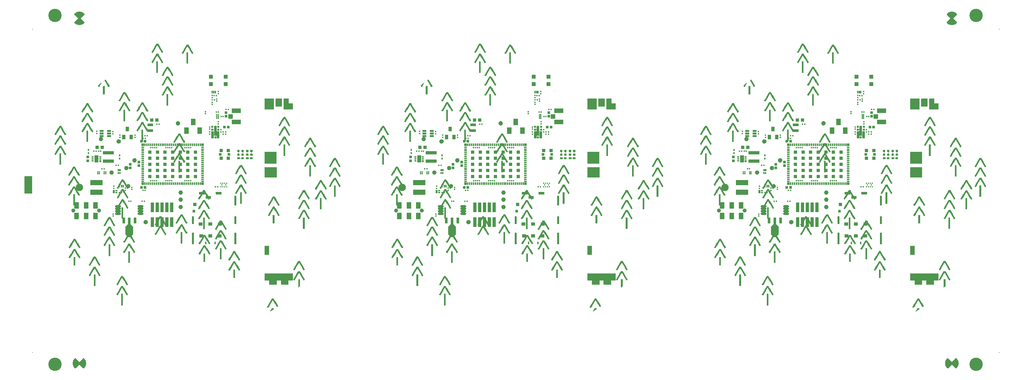
<source format=gts>
G04*
G04 #@! TF.GenerationSoftware,Altium Limited,Altium Designer,19.1.7 (138)*
G04*
G04 Layer_Color=8388736*
%FSLAX24Y24*%
%MOIN*%
G70*
G01*
G75*
%ADD84C,0.0138*%
%ADD111R,0.0800X0.1800*%
%ADD112C,0.0240*%
%ADD113R,0.0256X0.0743*%
%ADD114R,0.0287X0.1016*%
%ADD115R,0.0067X0.0091*%
%ADD116R,0.0256X0.0743*%
%ADD117R,0.0139X0.0139*%
%ADD118R,0.0166X0.0178*%
%ADD119R,0.0178X0.0166*%
%ADD120C,0.0139*%
%ADD121C,0.0454*%
%ADD122R,0.0296X0.0257*%
%ADD123R,0.0257X0.0296*%
%ADD124C,0.0158*%
%ADD125R,0.0158X0.0202*%
%ADD126R,0.0360X0.0380*%
%ADD127R,0.0198X0.0316*%
%ADD128R,0.0360X0.0460*%
%ADD129R,0.0158X0.0217*%
%ADD130R,0.0336X0.0217*%
%ADD131R,0.0189X0.0189*%
%ADD132R,0.0252X0.0157*%
%ADD133R,0.0157X0.0252*%
%ADD134R,0.0354X0.0354*%
%ADD135R,0.0252X0.0252*%
%ADD136R,0.0157X0.0157*%
%ADD137R,0.1312X0.0560*%
%ADD138R,0.0375X0.0355*%
%ADD139R,0.0288X0.0257*%
%ADD140R,0.0359X0.1005*%
%ADD141R,0.0454X0.0690*%
%ADD142R,0.0237X0.1202*%
%ADD143R,0.0237X0.0808*%
%ADD144R,0.0237X0.1005*%
%ADD145R,0.0532X0.0316*%
%ADD146R,0.0611X0.0257*%
%ADD147R,0.0355X0.0336*%
%ADD148R,0.0296X0.0296*%
%ADD149R,0.0178X0.0296*%
%ADD150R,0.0414X0.0336*%
%ADD151R,0.0414X0.0198*%
%ADD152R,0.0217X0.0158*%
%ADD153R,0.0217X0.0336*%
%ADD154R,0.0847X0.0847*%
%ADD155R,0.0355X0.0375*%
%ADD156R,0.1123X0.0375*%
%ADD157R,0.0296X0.0611*%
%ADD158R,0.0296X0.0729*%
%ADD159O,0.0611X0.0237*%
%ADD160R,0.0414X0.0769*%
%ADD161R,0.0237X0.0158*%
%ADD162R,0.0237X0.0198*%
%ADD163R,0.0403X0.0403*%
%ADD164R,0.0257X0.0316*%
%ADD165R,0.0473X0.0454*%
%ADD166R,0.0926X0.0473*%
%ADD167R,0.0139X0.0139*%
%ADD168R,0.0296X0.0277*%
%ADD169C,0.0080*%
%ADD170C,0.1378*%
%ADD171C,0.0761*%
%ADD172C,0.0414*%
G36*
X94274Y34224D02*
X94275Y34224D01*
X94279Y34224D01*
X94282Y34224D01*
X94283Y34224D01*
X94284Y34224D01*
X94287Y34223D01*
X94290Y34223D01*
X94292Y34222D01*
X94293Y34222D01*
X94409Y34199D01*
X94410Y34199D01*
X94411Y34199D01*
X94414Y34198D01*
X94417Y34197D01*
X94418Y34197D01*
X94419Y34196D01*
X94422Y34195D01*
X94425Y34194D01*
X94426Y34194D01*
X94427Y34193D01*
X94537Y34148D01*
X94538Y34148D01*
X94539Y34147D01*
X94541Y34146D01*
X94544Y34145D01*
X94545Y34144D01*
X94546Y34143D01*
X94549Y34142D01*
X94552Y34140D01*
X94553Y34140D01*
X94554Y34139D01*
X94652Y34073D01*
X94653Y34073D01*
X94654Y34072D01*
X94656Y34070D01*
X94659Y34068D01*
X94660Y34067D01*
X94661Y34067D01*
X94663Y34065D01*
X94666Y34062D01*
X94666Y34062D01*
X94667Y34061D01*
X94709Y34019D01*
Y34019D01*
X94709D01*
X94715Y34013D01*
X94720Y34006D01*
X94722Y34003D01*
X94725Y33998D01*
X94727Y33994D01*
X94729Y33991D01*
X94732Y33983D01*
X94735Y33974D01*
X94736Y33969D01*
X94737Y33966D01*
X94738Y33957D01*
X94738Y33948D01*
D01*
Y33948D01*
X94738Y33940D01*
X94737Y33931D01*
X94736Y33928D01*
X94735Y33922D01*
X94734Y33919D01*
X94732Y33914D01*
X94729Y33906D01*
X94727Y33902D01*
X94725Y33898D01*
X94723Y33896D01*
X94720Y33891D01*
X94716Y33886D01*
X94715Y33884D01*
X94709Y33877D01*
X94709D01*
Y33877D01*
X94356Y33524D01*
X94709Y33171D01*
X94709Y33171D01*
X94715Y33164D01*
X94720Y33157D01*
X94725Y33150D01*
X94729Y33142D01*
X94732Y33134D01*
X94735Y33126D01*
X94737Y33117D01*
X94738Y33108D01*
X94738Y33100D01*
Y33100D01*
D01*
X94738Y33091D01*
X94737Y33082D01*
X94736Y33080D01*
X94735Y33074D01*
X94732Y33066D01*
X94729Y33057D01*
X94727Y33054D01*
X94725Y33050D01*
X94722Y33045D01*
X94720Y33042D01*
X94715Y33035D01*
X94709Y33029D01*
X94709D01*
Y33029D01*
X94667Y32987D01*
X94666Y32986D01*
X94666Y32986D01*
X94663Y32984D01*
X94661Y32981D01*
X94660Y32981D01*
X94659Y32980D01*
X94656Y32978D01*
X94654Y32976D01*
X94653Y32975D01*
X94652Y32975D01*
X94554Y32909D01*
X94553Y32908D01*
X94552Y32908D01*
X94549Y32906D01*
X94546Y32905D01*
X94545Y32904D01*
X94544Y32904D01*
X94541Y32902D01*
X94539Y32901D01*
X94538Y32900D01*
X94537Y32900D01*
X94427Y32855D01*
X94426Y32854D01*
X94425Y32854D01*
X94422Y32853D01*
X94419Y32852D01*
X94418Y32851D01*
X94417Y32851D01*
X94414Y32850D01*
X94411Y32849D01*
X94410Y32849D01*
X94409Y32849D01*
X94293Y32826D01*
X94292Y32826D01*
X94290Y32825D01*
X94287Y32825D01*
X94284Y32825D01*
X94283Y32824D01*
X94282Y32824D01*
X94279Y32824D01*
X94275Y32824D01*
X94274Y32824D01*
X94273Y32824D01*
X94155D01*
X94154Y32824D01*
X94153Y32824D01*
X94149Y32824D01*
X94146Y32824D01*
X94145Y32824D01*
X94144Y32825D01*
X94141Y32825D01*
X94138Y32825D01*
X94136Y32826D01*
X94135Y32826D01*
X94019Y32849D01*
X94018Y32849D01*
X94017Y32849D01*
X94014Y32850D01*
X94011Y32851D01*
X94010Y32851D01*
X94009Y32852D01*
X94006Y32853D01*
X94003Y32854D01*
X94002Y32854D01*
X94001Y32855D01*
X93891Y32900D01*
X93890Y32900D01*
X93889Y32901D01*
X93887Y32902D01*
X93884Y32904D01*
X93883Y32904D01*
X93882Y32905D01*
X93879Y32906D01*
X93876Y32908D01*
X93875Y32908D01*
X93874Y32909D01*
X93776Y32975D01*
X93775Y32975D01*
X93774Y32976D01*
X93772Y32978D01*
X93769Y32980D01*
X93768Y32981D01*
X93767Y32981D01*
X93765Y32984D01*
X93762Y32986D01*
X93762Y32986D01*
X93761Y32987D01*
X93719Y33029D01*
Y33029D01*
X93719D01*
X93713Y33035D01*
X93708Y33042D01*
X93706Y33045D01*
X93703Y33050D01*
X93701Y33054D01*
X93699Y33057D01*
X93696Y33066D01*
X93693Y33074D01*
X93691Y33082D01*
X93690Y33091D01*
X93690Y33100D01*
D01*
Y33100D01*
X93690Y33108D01*
X93691Y33117D01*
X93693Y33126D01*
X93696Y33134D01*
X93699Y33142D01*
X93701Y33146D01*
X93703Y33150D01*
X93705Y33152D01*
X93708Y33157D01*
X93712Y33162D01*
X93713Y33164D01*
X93719Y33171D01*
X93719D01*
Y33171D01*
X93719Y33171D01*
X94072Y33524D01*
X93719Y33877D01*
X93719Y33877D01*
Y33877D01*
X93719D01*
X93713Y33884D01*
X93712Y33886D01*
X93708Y33891D01*
X93703Y33898D01*
X93701Y33902D01*
X93699Y33906D01*
X93698Y33909D01*
X93696Y33914D01*
X93694Y33918D01*
X93693Y33922D01*
X93692Y33929D01*
X93691Y33931D01*
X93690Y33940D01*
X93690Y33948D01*
Y33948D01*
D01*
X93690Y33957D01*
X93691Y33966D01*
X93693Y33974D01*
X93694Y33977D01*
X93696Y33983D01*
X93698Y33987D01*
X93699Y33991D01*
X93701Y33995D01*
X93703Y33998D01*
X93708Y34006D01*
X93713Y34013D01*
X93719Y34019D01*
X93719D01*
Y34019D01*
X93761Y34061D01*
X93762Y34062D01*
X93762Y34062D01*
X93765Y34065D01*
X93767Y34067D01*
X93768Y34067D01*
X93769Y34068D01*
X93772Y34070D01*
X93774Y34072D01*
X93775Y34073D01*
X93776Y34073D01*
X93874Y34139D01*
X93875Y34140D01*
X93876Y34140D01*
X93879Y34142D01*
X93882Y34143D01*
X93883Y34144D01*
X93884Y34145D01*
X93887Y34146D01*
X93889Y34147D01*
X93890Y34148D01*
X93891Y34148D01*
X94001Y34193D01*
X94002Y34194D01*
X94003Y34194D01*
X94006Y34195D01*
X94009Y34196D01*
X94010Y34197D01*
X94011Y34197D01*
X94014Y34198D01*
X94017Y34199D01*
X94018Y34199D01*
X94019Y34199D01*
X94135Y34222D01*
X94136Y34222D01*
X94138Y34223D01*
X94141Y34223D01*
X94144Y34224D01*
X94145Y34224D01*
X94146Y34224D01*
X94149Y34224D01*
X94153Y34224D01*
X94154Y34224D01*
X94155Y34224D01*
X94273D01*
X94274Y34224D01*
D02*
G37*
G36*
X3821D02*
X3822Y34224D01*
X3826Y34224D01*
X3829Y34224D01*
X3830Y34224D01*
X3831Y34224D01*
X3834Y34223D01*
X3837Y34223D01*
X3838Y34222D01*
X3840Y34222D01*
X3956Y34199D01*
X3957Y34199D01*
X3958Y34199D01*
X3961Y34198D01*
X3964Y34197D01*
X3965Y34197D01*
X3966Y34196D01*
X3969Y34195D01*
X3972Y34194D01*
X3973Y34194D01*
X3974Y34193D01*
X4083Y34148D01*
X4084Y34148D01*
X4085Y34147D01*
X4088Y34146D01*
X4091Y34145D01*
X4092Y34144D01*
X4093Y34143D01*
X4096Y34142D01*
X4099Y34140D01*
X4100Y34140D01*
X4101Y34139D01*
X4199Y34073D01*
X4200Y34073D01*
X4201Y34072D01*
X4203Y34070D01*
X4206Y34068D01*
X4207Y34067D01*
X4208Y34067D01*
X4210Y34065D01*
X4213Y34062D01*
X4213Y34062D01*
X4214Y34061D01*
X4256Y34019D01*
Y34019D01*
X4256D01*
X4262Y34013D01*
X4267Y34006D01*
X4272Y33998D01*
X4274Y33995D01*
X4274Y33994D01*
X4276Y33991D01*
X4279Y33983D01*
X4282Y33974D01*
X4283Y33969D01*
X4284Y33966D01*
X4285Y33957D01*
X4285Y33948D01*
D01*
Y33948D01*
X4285Y33940D01*
X4284Y33931D01*
X4282Y33922D01*
X4279Y33914D01*
X4276Y33906D01*
X4274Y33902D01*
X4272Y33898D01*
X4267Y33891D01*
X4263Y33886D01*
X4262Y33884D01*
X4256Y33877D01*
X4256D01*
Y33877D01*
X3903Y33524D01*
X4256Y33171D01*
X4262Y33164D01*
X4267Y33157D01*
X4272Y33150D01*
X4273Y33147D01*
X4276Y33142D01*
X4279Y33134D01*
X4282Y33126D01*
X4284Y33117D01*
X4285Y33108D01*
X4285Y33100D01*
Y33100D01*
Y33100D01*
D01*
X4285Y33091D01*
X4284Y33082D01*
X4283Y33078D01*
X4282Y33074D01*
X4280Y33068D01*
X4279Y33066D01*
X4278Y33062D01*
X4276Y33057D01*
X4276Y33057D01*
D01*
X4274Y33053D01*
X4272Y33050D01*
X4267Y33042D01*
X4262Y33035D01*
X4256Y33029D01*
X4256D01*
Y33029D01*
X4214Y32987D01*
X4213Y32986D01*
X4213Y32986D01*
X4210Y32984D01*
X4208Y32981D01*
X4207Y32981D01*
X4206Y32980D01*
X4203Y32978D01*
X4201Y32976D01*
X4200Y32975D01*
X4199Y32975D01*
X4101Y32909D01*
X4100Y32908D01*
X4099Y32908D01*
X4096Y32906D01*
X4093Y32905D01*
X4092Y32904D01*
X4091Y32904D01*
X4088Y32902D01*
X4085Y32901D01*
X4084Y32900D01*
X4083Y32900D01*
X3974Y32855D01*
X3973Y32854D01*
X3972Y32854D01*
X3969Y32853D01*
X3966Y32852D01*
X3965Y32851D01*
X3964Y32851D01*
X3961Y32850D01*
X3958Y32849D01*
X3957Y32849D01*
X3956Y32849D01*
X3840Y32826D01*
X3838Y32826D01*
X3837Y32825D01*
X3834Y32825D01*
X3831Y32825D01*
X3830Y32824D01*
X3829Y32824D01*
X3826Y32824D01*
X3822Y32824D01*
X3821Y32824D01*
X3820Y32824D01*
X3702D01*
X3701Y32824D01*
X3700Y32824D01*
X3696Y32824D01*
X3693Y32824D01*
X3692Y32824D01*
X3691Y32825D01*
X3688Y32825D01*
X3684Y32825D01*
X3683Y32826D01*
X3682Y32826D01*
X3566Y32849D01*
X3565Y32849D01*
X3564Y32849D01*
X3561Y32850D01*
X3558Y32851D01*
X3557Y32851D01*
X3556Y32852D01*
X3553Y32853D01*
X3550Y32854D01*
X3549Y32854D01*
X3548Y32855D01*
X3438Y32900D01*
X3437Y32900D01*
X3436Y32901D01*
X3434Y32902D01*
X3431Y32904D01*
X3430Y32904D01*
X3429Y32905D01*
X3426Y32906D01*
X3423Y32908D01*
X3422Y32908D01*
X3421Y32909D01*
X3323Y32975D01*
X3322Y32975D01*
X3321Y32976D01*
X3318Y32978D01*
X3316Y32980D01*
X3315Y32981D01*
X3314Y32981D01*
X3312Y32984D01*
X3309Y32986D01*
X3309Y32986D01*
X3308Y32987D01*
X3266Y33029D01*
Y33029D01*
X3266D01*
X3265Y33030D01*
X3260Y33035D01*
X3255Y33042D01*
X3250Y33050D01*
X3246Y33057D01*
X3243Y33066D01*
X3241Y33071D01*
X3240Y33074D01*
X3239Y33079D01*
X3238Y33082D01*
X3237Y33091D01*
X3237Y33100D01*
D01*
Y33100D01*
X3237Y33108D01*
X3238Y33117D01*
X3240Y33126D01*
X3241Y33129D01*
X3243Y33134D01*
X3246Y33142D01*
X3250Y33150D01*
X3255Y33157D01*
X3260Y33164D01*
X3266Y33171D01*
X3266D01*
Y33171D01*
X3619Y33524D01*
X3266Y33877D01*
Y33877D01*
X3266D01*
X3260Y33884D01*
X3257Y33888D01*
X3255Y33891D01*
X3253Y33894D01*
X3250Y33898D01*
X3247Y33903D01*
X3246Y33906D01*
X3243Y33914D01*
X3241Y33918D01*
X3240Y33922D01*
X3239Y33928D01*
X3238Y33931D01*
X3237Y33940D01*
X3237Y33948D01*
Y33948D01*
D01*
X3237Y33957D01*
X3237Y33958D01*
X3238Y33966D01*
X3240Y33974D01*
X3243Y33983D01*
X3246Y33991D01*
X3250Y33998D01*
X3255Y34006D01*
X3260Y34013D01*
X3266Y34019D01*
X3266D01*
Y34019D01*
X3308Y34061D01*
X3309Y34062D01*
X3309Y34062D01*
X3312Y34065D01*
X3314Y34067D01*
X3315Y34067D01*
X3316Y34068D01*
X3318Y34070D01*
X3321Y34072D01*
X3322Y34073D01*
X3323Y34073D01*
X3421Y34139D01*
X3422Y34140D01*
X3423Y34140D01*
X3426Y34142D01*
X3429Y34143D01*
X3430Y34144D01*
X3431Y34145D01*
X3434Y34146D01*
X3436Y34147D01*
X3437Y34148D01*
X3438Y34148D01*
X3548Y34193D01*
X3549Y34194D01*
X3550Y34194D01*
X3553Y34195D01*
X3556Y34196D01*
X3557Y34197D01*
X3558Y34197D01*
X3561Y34198D01*
X3564Y34199D01*
X3565Y34199D01*
X3566Y34199D01*
X3682Y34222D01*
X3683Y34222D01*
X3684Y34223D01*
X3688Y34223D01*
X3691Y34224D01*
X3692Y34224D01*
X3693Y34224D01*
X3696Y34224D01*
X3700Y34224D01*
X3701Y34224D01*
X3702Y34224D01*
X3820D01*
X3821Y34224D01*
D02*
G37*
G36*
X78875Y30860D02*
Y30825D01*
X78910D01*
Y30790D01*
X78944D01*
Y30755D01*
Y30720D01*
X78979D01*
Y30685D01*
Y30651D01*
X79014D01*
Y30616D01*
Y30581D01*
X79049D01*
Y30546D01*
X79084D01*
Y30511D01*
Y30477D01*
X79118D01*
Y30442D01*
Y30407D01*
X79153D01*
Y30372D01*
X79188D01*
Y30337D01*
Y30303D01*
X79223D01*
Y30268D01*
Y30233D01*
X79258D01*
Y30198D01*
X79293D01*
Y30163D01*
Y30129D01*
X79327D01*
Y30094D01*
Y30059D01*
X79362D01*
Y30024D01*
X79397D01*
Y29989D01*
X79327D01*
Y29954D01*
X79293D01*
Y29920D01*
X79223D01*
Y29954D01*
Y29989D01*
X79188D01*
Y30024D01*
X79153D01*
Y30059D01*
Y30094D01*
X79118D01*
Y30129D01*
Y30163D01*
X79084D01*
Y30198D01*
X79049D01*
Y30233D01*
Y30268D01*
X79014D01*
Y30303D01*
Y30337D01*
X78979D01*
Y30372D01*
X78944D01*
Y30407D01*
Y30442D01*
X78910D01*
Y30477D01*
Y30511D01*
X78875D01*
Y30546D01*
X78840D01*
Y30581D01*
Y30616D01*
X78805D01*
Y30651D01*
Y30685D01*
X78736D01*
Y30651D01*
X78701D01*
Y30616D01*
Y30581D01*
X78666D01*
Y30546D01*
Y30511D01*
X78631D01*
Y30477D01*
X78596D01*
Y30442D01*
Y30407D01*
X78562D01*
Y30372D01*
Y30337D01*
X78527D01*
Y30303D01*
Y30268D01*
X78492D01*
Y30233D01*
X78457D01*
Y30198D01*
Y30163D01*
X78422D01*
Y30129D01*
Y30094D01*
X78387D01*
Y30059D01*
X78353D01*
Y30024D01*
Y29989D01*
X78318D01*
Y29954D01*
Y29920D01*
X78248D01*
Y29954D01*
X78179D01*
Y29989D01*
X78144D01*
Y30024D01*
X78179D01*
Y30059D01*
Y30094D01*
X78213D01*
Y30129D01*
X78248D01*
Y30163D01*
Y30198D01*
X78283D01*
Y30233D01*
Y30268D01*
X78318D01*
Y30303D01*
X78353D01*
Y30337D01*
Y30372D01*
X78387D01*
Y30407D01*
Y30442D01*
X78422D01*
Y30477D01*
X78457D01*
Y30511D01*
Y30546D01*
X78492D01*
Y30581D01*
Y30616D01*
X78527D01*
Y30651D01*
Y30685D01*
X78562D01*
Y30720D01*
X78596D01*
Y30755D01*
Y30790D01*
X78631D01*
Y30825D01*
Y30860D01*
X78666D01*
Y30894D01*
X78875D01*
Y30860D01*
D02*
G37*
G36*
X45410D02*
Y30825D01*
X45445D01*
Y30790D01*
X45480D01*
Y30755D01*
Y30720D01*
X45515D01*
Y30685D01*
Y30651D01*
X45550D01*
Y30616D01*
Y30581D01*
X45584D01*
Y30546D01*
X45619D01*
Y30511D01*
Y30477D01*
X45654D01*
Y30442D01*
Y30407D01*
X45689D01*
Y30372D01*
X45724D01*
Y30337D01*
Y30303D01*
X45758D01*
Y30268D01*
Y30233D01*
X45793D01*
Y30198D01*
X45828D01*
Y30163D01*
Y30129D01*
X45863D01*
Y30094D01*
Y30059D01*
X45898D01*
Y30024D01*
X45932D01*
Y29989D01*
X45863D01*
Y29954D01*
X45828D01*
Y29920D01*
X45758D01*
Y29954D01*
Y29989D01*
X45724D01*
Y30024D01*
X45689D01*
Y30059D01*
Y30094D01*
X45654D01*
Y30129D01*
Y30163D01*
X45619D01*
Y30198D01*
X45584D01*
Y30233D01*
Y30268D01*
X45550D01*
Y30303D01*
Y30337D01*
X45515D01*
Y30372D01*
X45480D01*
Y30407D01*
Y30442D01*
X45445D01*
Y30477D01*
Y30511D01*
X45410D01*
Y30546D01*
X45375D01*
Y30581D01*
Y30616D01*
X45341D01*
Y30651D01*
Y30685D01*
X45271D01*
Y30651D01*
X45236D01*
Y30616D01*
Y30581D01*
X45201D01*
Y30546D01*
Y30511D01*
X45167D01*
Y30477D01*
X45132D01*
Y30442D01*
Y30407D01*
X45097D01*
Y30372D01*
Y30337D01*
X45062D01*
Y30303D01*
Y30268D01*
X45027D01*
Y30233D01*
X44993D01*
Y30198D01*
Y30163D01*
X44958D01*
Y30129D01*
Y30094D01*
X44923D01*
Y30059D01*
X44888D01*
Y30024D01*
Y29989D01*
X44853D01*
Y29954D01*
Y29920D01*
X44784D01*
Y29954D01*
X44714D01*
Y29989D01*
X44679D01*
Y30024D01*
X44714D01*
Y30059D01*
Y30094D01*
X44749D01*
Y30129D01*
X44784D01*
Y30163D01*
Y30198D01*
X44818D01*
Y30233D01*
Y30268D01*
X44853D01*
Y30303D01*
X44888D01*
Y30337D01*
Y30372D01*
X44923D01*
Y30407D01*
Y30442D01*
X44958D01*
Y30477D01*
X44993D01*
Y30511D01*
Y30546D01*
X45027D01*
Y30581D01*
Y30616D01*
X45062D01*
Y30651D01*
Y30685D01*
X45097D01*
Y30720D01*
X45132D01*
Y30755D01*
Y30790D01*
X45167D01*
Y30825D01*
Y30860D01*
X45201D01*
Y30894D01*
X45410D01*
Y30860D01*
D02*
G37*
G36*
X11946D02*
Y30825D01*
X11981D01*
Y30790D01*
X12015D01*
Y30755D01*
Y30720D01*
X12050D01*
Y30685D01*
Y30651D01*
X12085D01*
Y30616D01*
Y30581D01*
X12120D01*
Y30546D01*
X12155D01*
Y30511D01*
Y30477D01*
X12189D01*
Y30442D01*
Y30407D01*
X12224D01*
Y30372D01*
X12259D01*
Y30337D01*
Y30303D01*
X12294D01*
Y30268D01*
Y30233D01*
X12329D01*
Y30198D01*
X12363D01*
Y30163D01*
Y30129D01*
X12398D01*
Y30094D01*
Y30059D01*
X12433D01*
Y30024D01*
X12468D01*
Y29989D01*
X12398D01*
Y29954D01*
X12363D01*
Y29920D01*
X12294D01*
Y29954D01*
Y29989D01*
X12259D01*
Y30024D01*
X12224D01*
Y30059D01*
Y30094D01*
X12189D01*
Y30129D01*
Y30163D01*
X12155D01*
Y30198D01*
X12120D01*
Y30233D01*
Y30268D01*
X12085D01*
Y30303D01*
Y30337D01*
X12050D01*
Y30372D01*
X12015D01*
Y30407D01*
Y30442D01*
X11981D01*
Y30477D01*
Y30511D01*
X11946D01*
Y30546D01*
X11911D01*
Y30581D01*
Y30616D01*
X11876D01*
Y30651D01*
Y30685D01*
X11806D01*
Y30651D01*
X11772D01*
Y30616D01*
Y30581D01*
X11737D01*
Y30546D01*
Y30511D01*
X11702D01*
Y30477D01*
X11667D01*
Y30442D01*
Y30407D01*
X11632D01*
Y30372D01*
Y30337D01*
X11598D01*
Y30303D01*
Y30268D01*
X11563D01*
Y30233D01*
X11528D01*
Y30198D01*
Y30163D01*
X11493D01*
Y30129D01*
Y30094D01*
X11458D01*
Y30059D01*
X11424D01*
Y30024D01*
Y29989D01*
X11389D01*
Y29954D01*
Y29920D01*
X11319D01*
Y29954D01*
X11249D01*
Y29989D01*
X11215D01*
Y30024D01*
X11249D01*
Y30059D01*
Y30094D01*
X11284D01*
Y30129D01*
X11319D01*
Y30163D01*
Y30198D01*
X11354D01*
Y30233D01*
Y30268D01*
X11389D01*
Y30303D01*
X11424D01*
Y30337D01*
Y30372D01*
X11458D01*
Y30407D01*
Y30442D01*
X11493D01*
Y30477D01*
X11528D01*
Y30511D01*
Y30546D01*
X11563D01*
Y30581D01*
Y30616D01*
X11598D01*
Y30651D01*
Y30685D01*
X11632D01*
Y30720D01*
X11667D01*
Y30755D01*
Y30790D01*
X11702D01*
Y30825D01*
Y30860D01*
X11737D01*
Y30894D01*
X11946D01*
Y30860D01*
D02*
G37*
G36*
X82008Y30763D02*
Y30728D01*
X82043D01*
Y30694D01*
Y30659D01*
X82078D01*
Y30624D01*
X82113D01*
Y30589D01*
Y30554D01*
X82147D01*
Y30520D01*
Y30485D01*
X82182D01*
Y30450D01*
X82217D01*
Y30415D01*
Y30380D01*
X82252D01*
Y30346D01*
Y30311D01*
X82287D01*
Y30276D01*
Y30241D01*
X82321D01*
Y30206D01*
X82356D01*
Y30172D01*
Y30137D01*
X82391D01*
Y30102D01*
Y30067D01*
X82426D01*
Y30032D01*
X82461D01*
Y29997D01*
Y29963D01*
X82495D01*
Y29928D01*
Y29893D01*
Y29858D01*
X82426D01*
Y29823D01*
X82356D01*
Y29858D01*
X82321D01*
Y29893D01*
Y29928D01*
X82287D01*
Y29963D01*
Y29997D01*
X82252D01*
Y30032D01*
X82217D01*
Y30067D01*
Y30102D01*
X82182D01*
Y30137D01*
Y30172D01*
X82147D01*
Y30206D01*
X82113D01*
Y30241D01*
Y30276D01*
X82078D01*
Y30311D01*
Y30346D01*
X82043D01*
Y30380D01*
X82008D01*
Y30415D01*
Y30450D01*
X81973D01*
Y30485D01*
Y30520D01*
X81938D01*
Y30554D01*
X81904D01*
Y30589D01*
X81869D01*
Y30554D01*
Y30520D01*
X81834D01*
Y30485D01*
X81799D01*
Y30450D01*
Y30415D01*
X81764D01*
Y30380D01*
Y30346D01*
X81730D01*
Y30311D01*
X81695D01*
Y30276D01*
Y30241D01*
X81660D01*
Y30206D01*
Y30172D01*
X81625D01*
Y30137D01*
Y30102D01*
X81590D01*
Y30067D01*
X81556D01*
Y30032D01*
Y29997D01*
X81521D01*
Y29963D01*
Y29928D01*
X81486D01*
Y29893D01*
X81451D01*
Y29858D01*
Y29823D01*
X81381D01*
Y29858D01*
X81312D01*
Y29893D01*
X81277D01*
Y29928D01*
X81312D01*
Y29963D01*
X81347D01*
Y29997D01*
Y30032D01*
X81381D01*
Y30067D01*
Y30102D01*
X81416D01*
Y30137D01*
Y30172D01*
X81451D01*
Y30206D01*
X81486D01*
Y30241D01*
Y30276D01*
X81521D01*
Y30311D01*
Y30346D01*
X81556D01*
Y30380D01*
X81590D01*
Y30415D01*
Y30450D01*
X81625D01*
Y30485D01*
Y30520D01*
X81660D01*
Y30554D01*
X81695D01*
Y30589D01*
Y30624D01*
X81730D01*
Y30659D01*
Y30694D01*
X81764D01*
Y30728D01*
X81799D01*
Y30763D01*
Y30798D01*
X82008D01*
Y30763D01*
D02*
G37*
G36*
X48544D02*
Y30728D01*
X48578D01*
Y30694D01*
Y30659D01*
X48613D01*
Y30624D01*
X48648D01*
Y30589D01*
Y30554D01*
X48683D01*
Y30520D01*
Y30485D01*
X48718D01*
Y30450D01*
X48752D01*
Y30415D01*
Y30380D01*
X48787D01*
Y30346D01*
Y30311D01*
X48822D01*
Y30276D01*
Y30241D01*
X48857D01*
Y30206D01*
X48892D01*
Y30172D01*
Y30137D01*
X48926D01*
Y30102D01*
Y30067D01*
X48961D01*
Y30032D01*
X48996D01*
Y29997D01*
Y29963D01*
X49031D01*
Y29928D01*
Y29893D01*
Y29858D01*
X48961D01*
Y29823D01*
X48892D01*
Y29858D01*
X48857D01*
Y29893D01*
Y29928D01*
X48822D01*
Y29963D01*
Y29997D01*
X48787D01*
Y30032D01*
X48752D01*
Y30067D01*
Y30102D01*
X48718D01*
Y30137D01*
Y30172D01*
X48683D01*
Y30206D01*
X48648D01*
Y30241D01*
Y30276D01*
X48613D01*
Y30311D01*
Y30346D01*
X48578D01*
Y30380D01*
X48544D01*
Y30415D01*
Y30450D01*
X48509D01*
Y30485D01*
Y30520D01*
X48474D01*
Y30554D01*
X48439D01*
Y30589D01*
X48404D01*
Y30554D01*
Y30520D01*
X48369D01*
Y30485D01*
X48335D01*
Y30450D01*
Y30415D01*
X48300D01*
Y30380D01*
Y30346D01*
X48265D01*
Y30311D01*
X48230D01*
Y30276D01*
Y30241D01*
X48195D01*
Y30206D01*
Y30172D01*
X48161D01*
Y30137D01*
Y30102D01*
X48126D01*
Y30067D01*
X48091D01*
Y30032D01*
Y29997D01*
X48056D01*
Y29963D01*
Y29928D01*
X48021D01*
Y29893D01*
X47987D01*
Y29858D01*
Y29823D01*
X47917D01*
Y29858D01*
X47847D01*
Y29893D01*
X47812D01*
Y29928D01*
X47847D01*
Y29963D01*
X47882D01*
Y29997D01*
Y30032D01*
X47917D01*
Y30067D01*
Y30102D01*
X47952D01*
Y30137D01*
Y30172D01*
X47987D01*
Y30206D01*
X48021D01*
Y30241D01*
Y30276D01*
X48056D01*
Y30311D01*
Y30346D01*
X48091D01*
Y30380D01*
X48126D01*
Y30415D01*
Y30450D01*
X48161D01*
Y30485D01*
Y30520D01*
X48195D01*
Y30554D01*
X48230D01*
Y30589D01*
Y30624D01*
X48265D01*
Y30659D01*
Y30694D01*
X48300D01*
Y30728D01*
X48335D01*
Y30763D01*
Y30798D01*
X48544D01*
Y30763D01*
D02*
G37*
G36*
X15079D02*
Y30728D01*
X15114D01*
Y30694D01*
Y30659D01*
X15149D01*
Y30624D01*
X15183D01*
Y30589D01*
Y30554D01*
X15218D01*
Y30520D01*
Y30485D01*
X15253D01*
Y30450D01*
X15288D01*
Y30415D01*
Y30380D01*
X15323D01*
Y30346D01*
Y30311D01*
X15357D01*
Y30276D01*
Y30241D01*
X15392D01*
Y30206D01*
X15427D01*
Y30172D01*
Y30137D01*
X15462D01*
Y30102D01*
Y30067D01*
X15497D01*
Y30032D01*
X15531D01*
Y29997D01*
Y29963D01*
X15566D01*
Y29928D01*
Y29893D01*
Y29858D01*
X15497D01*
Y29823D01*
X15427D01*
Y29858D01*
X15392D01*
Y29893D01*
Y29928D01*
X15357D01*
Y29963D01*
Y29997D01*
X15323D01*
Y30032D01*
X15288D01*
Y30067D01*
Y30102D01*
X15253D01*
Y30137D01*
Y30172D01*
X15218D01*
Y30206D01*
X15183D01*
Y30241D01*
Y30276D01*
X15149D01*
Y30311D01*
Y30346D01*
X15114D01*
Y30380D01*
X15079D01*
Y30415D01*
Y30450D01*
X15044D01*
Y30485D01*
Y30520D01*
X15009D01*
Y30554D01*
X14974D01*
Y30589D01*
X14940D01*
Y30554D01*
Y30520D01*
X14905D01*
Y30485D01*
X14870D01*
Y30450D01*
Y30415D01*
X14835D01*
Y30380D01*
Y30346D01*
X14800D01*
Y30311D01*
X14766D01*
Y30276D01*
Y30241D01*
X14731D01*
Y30206D01*
Y30172D01*
X14696D01*
Y30137D01*
Y30102D01*
X14661D01*
Y30067D01*
X14626D01*
Y30032D01*
Y29997D01*
X14592D01*
Y29963D01*
Y29928D01*
X14557D01*
Y29893D01*
X14522D01*
Y29858D01*
Y29823D01*
X14452D01*
Y29858D01*
X14383D01*
Y29893D01*
X14348D01*
Y29928D01*
X14383D01*
Y29963D01*
X14418D01*
Y29997D01*
Y30032D01*
X14452D01*
Y30067D01*
Y30102D01*
X14487D01*
Y30137D01*
Y30172D01*
X14522D01*
Y30206D01*
X14557D01*
Y30241D01*
Y30276D01*
X14592D01*
Y30311D01*
Y30346D01*
X14626D01*
Y30380D01*
X14661D01*
Y30415D01*
Y30450D01*
X14696D01*
Y30485D01*
Y30520D01*
X14731D01*
Y30554D01*
X14766D01*
Y30589D01*
Y30624D01*
X14800D01*
Y30659D01*
Y30694D01*
X14835D01*
Y30728D01*
X14870D01*
Y30763D01*
Y30798D01*
X15079D01*
Y30763D01*
D02*
G37*
G36*
X78875Y29815D02*
Y29780D01*
X78910D01*
Y29746D01*
Y29711D01*
X78944D01*
Y29676D01*
X78979D01*
Y29641D01*
Y29606D01*
X79014D01*
Y29572D01*
Y29537D01*
X79049D01*
Y29502D01*
X79084D01*
Y29467D01*
Y29432D01*
X79118D01*
Y29397D01*
Y29363D01*
X79153D01*
Y29328D01*
Y29293D01*
X79188D01*
Y29258D01*
X79223D01*
Y29223D01*
Y29189D01*
X79258D01*
Y29154D01*
Y29119D01*
X79293D01*
Y29084D01*
X79327D01*
Y29049D01*
Y29015D01*
X79362D01*
Y28980D01*
Y28945D01*
Y28910D01*
X79293D01*
Y28875D01*
X79223D01*
Y28910D01*
X79188D01*
Y28945D01*
Y28980D01*
X79153D01*
Y29015D01*
Y29049D01*
X79118D01*
Y29084D01*
X79084D01*
Y29119D01*
Y29154D01*
X79049D01*
Y29189D01*
Y29223D01*
X79014D01*
Y29258D01*
X78979D01*
Y29293D01*
Y29328D01*
X78944D01*
Y29363D01*
Y29397D01*
X78910D01*
Y29432D01*
X78875D01*
Y29467D01*
Y29502D01*
X78840D01*
Y29537D01*
Y29572D01*
X78805D01*
Y29606D01*
X78770D01*
Y29641D01*
X78736D01*
Y29606D01*
Y29572D01*
X78701D01*
Y29537D01*
X78666D01*
Y29502D01*
Y29467D01*
X78631D01*
Y29432D01*
Y29397D01*
X78596D01*
Y29363D01*
X78562D01*
Y29328D01*
Y29293D01*
X78527D01*
Y29258D01*
Y29223D01*
X78492D01*
Y29189D01*
Y29154D01*
X78457D01*
Y29119D01*
X78422D01*
Y29084D01*
Y29049D01*
X78387D01*
Y29015D01*
Y28980D01*
X78353D01*
Y28945D01*
X78318D01*
Y28910D01*
Y28875D01*
X78248D01*
Y28910D01*
X78179D01*
Y28945D01*
X78144D01*
Y28980D01*
X78179D01*
Y29015D01*
X78213D01*
Y29049D01*
Y29084D01*
X78248D01*
Y29119D01*
Y29154D01*
X78283D01*
Y29189D01*
Y29223D01*
X78318D01*
Y29258D01*
X78353D01*
Y29293D01*
Y29328D01*
X78387D01*
Y29363D01*
Y29397D01*
X78422D01*
Y29432D01*
X78457D01*
Y29467D01*
Y29502D01*
X78492D01*
Y29537D01*
Y29572D01*
X78527D01*
Y29606D01*
X78562D01*
Y29641D01*
Y29676D01*
X78596D01*
Y29711D01*
Y29746D01*
X78631D01*
Y29780D01*
X78666D01*
Y29815D01*
Y29850D01*
X78875D01*
Y29815D01*
D02*
G37*
G36*
X45410D02*
Y29780D01*
X45445D01*
Y29746D01*
Y29711D01*
X45480D01*
Y29676D01*
X45515D01*
Y29641D01*
Y29606D01*
X45550D01*
Y29572D01*
Y29537D01*
X45584D01*
Y29502D01*
X45619D01*
Y29467D01*
Y29432D01*
X45654D01*
Y29397D01*
Y29363D01*
X45689D01*
Y29328D01*
Y29293D01*
X45724D01*
Y29258D01*
X45758D01*
Y29223D01*
Y29189D01*
X45793D01*
Y29154D01*
Y29119D01*
X45828D01*
Y29084D01*
X45863D01*
Y29049D01*
Y29015D01*
X45898D01*
Y28980D01*
Y28945D01*
Y28910D01*
X45828D01*
Y28875D01*
X45758D01*
Y28910D01*
X45724D01*
Y28945D01*
Y28980D01*
X45689D01*
Y29015D01*
Y29049D01*
X45654D01*
Y29084D01*
X45619D01*
Y29119D01*
Y29154D01*
X45584D01*
Y29189D01*
Y29223D01*
X45550D01*
Y29258D01*
X45515D01*
Y29293D01*
Y29328D01*
X45480D01*
Y29363D01*
Y29397D01*
X45445D01*
Y29432D01*
X45410D01*
Y29467D01*
Y29502D01*
X45375D01*
Y29537D01*
Y29572D01*
X45341D01*
Y29606D01*
X45306D01*
Y29641D01*
X45271D01*
Y29606D01*
Y29572D01*
X45236D01*
Y29537D01*
X45201D01*
Y29502D01*
Y29467D01*
X45167D01*
Y29432D01*
Y29397D01*
X45132D01*
Y29363D01*
X45097D01*
Y29328D01*
Y29293D01*
X45062D01*
Y29258D01*
Y29223D01*
X45027D01*
Y29189D01*
Y29154D01*
X44993D01*
Y29119D01*
X44958D01*
Y29084D01*
Y29049D01*
X44923D01*
Y29015D01*
Y28980D01*
X44888D01*
Y28945D01*
X44853D01*
Y28910D01*
Y28875D01*
X44784D01*
Y28910D01*
X44714D01*
Y28945D01*
X44679D01*
Y28980D01*
X44714D01*
Y29015D01*
X44749D01*
Y29049D01*
Y29084D01*
X44784D01*
Y29119D01*
Y29154D01*
X44818D01*
Y29189D01*
Y29223D01*
X44853D01*
Y29258D01*
X44888D01*
Y29293D01*
Y29328D01*
X44923D01*
Y29363D01*
Y29397D01*
X44958D01*
Y29432D01*
X44993D01*
Y29467D01*
Y29502D01*
X45027D01*
Y29537D01*
Y29572D01*
X45062D01*
Y29606D01*
X45097D01*
Y29641D01*
Y29676D01*
X45132D01*
Y29711D01*
Y29746D01*
X45167D01*
Y29780D01*
X45201D01*
Y29815D01*
Y29850D01*
X45410D01*
Y29815D01*
D02*
G37*
G36*
X11946D02*
Y29780D01*
X11981D01*
Y29746D01*
Y29711D01*
X12015D01*
Y29676D01*
X12050D01*
Y29641D01*
Y29606D01*
X12085D01*
Y29572D01*
Y29537D01*
X12120D01*
Y29502D01*
X12155D01*
Y29467D01*
Y29432D01*
X12189D01*
Y29397D01*
Y29363D01*
X12224D01*
Y29328D01*
Y29293D01*
X12259D01*
Y29258D01*
X12294D01*
Y29223D01*
Y29189D01*
X12329D01*
Y29154D01*
Y29119D01*
X12363D01*
Y29084D01*
X12398D01*
Y29049D01*
Y29015D01*
X12433D01*
Y28980D01*
Y28945D01*
Y28910D01*
X12363D01*
Y28875D01*
X12294D01*
Y28910D01*
X12259D01*
Y28945D01*
Y28980D01*
X12224D01*
Y29015D01*
Y29049D01*
X12189D01*
Y29084D01*
X12155D01*
Y29119D01*
Y29154D01*
X12120D01*
Y29189D01*
Y29223D01*
X12085D01*
Y29258D01*
X12050D01*
Y29293D01*
Y29328D01*
X12015D01*
Y29363D01*
Y29397D01*
X11981D01*
Y29432D01*
X11946D01*
Y29467D01*
Y29502D01*
X11911D01*
Y29537D01*
Y29572D01*
X11876D01*
Y29606D01*
X11841D01*
Y29641D01*
X11806D01*
Y29606D01*
Y29572D01*
X11772D01*
Y29537D01*
X11737D01*
Y29502D01*
Y29467D01*
X11702D01*
Y29432D01*
Y29397D01*
X11667D01*
Y29363D01*
X11632D01*
Y29328D01*
Y29293D01*
X11598D01*
Y29258D01*
Y29223D01*
X11563D01*
Y29189D01*
Y29154D01*
X11528D01*
Y29119D01*
X11493D01*
Y29084D01*
Y29049D01*
X11458D01*
Y29015D01*
Y28980D01*
X11424D01*
Y28945D01*
X11389D01*
Y28910D01*
Y28875D01*
X11319D01*
Y28910D01*
X11249D01*
Y28945D01*
X11215D01*
Y28980D01*
X11249D01*
Y29015D01*
X11284D01*
Y29049D01*
Y29084D01*
X11319D01*
Y29119D01*
Y29154D01*
X11354D01*
Y29189D01*
Y29223D01*
X11389D01*
Y29258D01*
X11424D01*
Y29293D01*
Y29328D01*
X11458D01*
Y29363D01*
Y29397D01*
X11493D01*
Y29432D01*
X11528D01*
Y29467D01*
Y29502D01*
X11563D01*
Y29537D01*
Y29572D01*
X11598D01*
Y29606D01*
X11632D01*
Y29641D01*
Y29676D01*
X11667D01*
Y29711D01*
Y29746D01*
X11702D01*
Y29780D01*
X11737D01*
Y29815D01*
Y29850D01*
X11946D01*
Y29815D01*
D02*
G37*
G36*
X81973Y29963D02*
Y29928D01*
Y29893D01*
Y29858D01*
Y29823D01*
Y29789D01*
Y29754D01*
Y29719D01*
Y29684D01*
Y29649D01*
Y29615D01*
Y29580D01*
Y29545D01*
Y29510D01*
Y29475D01*
Y29441D01*
Y29406D01*
Y29371D01*
Y29336D01*
Y29301D01*
Y29266D01*
Y29232D01*
Y29197D01*
Y29162D01*
Y29127D01*
Y29092D01*
Y29058D01*
Y29023D01*
Y28988D01*
Y28953D01*
Y28918D01*
Y28884D01*
Y28849D01*
Y28814D01*
X81799D01*
Y28849D01*
Y28884D01*
Y28918D01*
Y28953D01*
Y28988D01*
Y29023D01*
Y29058D01*
Y29092D01*
Y29127D01*
Y29162D01*
Y29197D01*
Y29232D01*
Y29266D01*
Y29301D01*
Y29336D01*
Y29371D01*
Y29406D01*
Y29441D01*
Y29475D01*
Y29510D01*
Y29545D01*
Y29580D01*
Y29615D01*
Y29649D01*
Y29684D01*
Y29719D01*
Y29754D01*
Y29789D01*
Y29823D01*
Y29858D01*
Y29893D01*
Y29928D01*
Y29963D01*
Y29997D01*
X81973D01*
Y29963D01*
D02*
G37*
G36*
X48509D02*
Y29928D01*
Y29893D01*
Y29858D01*
Y29823D01*
Y29789D01*
Y29754D01*
Y29719D01*
Y29684D01*
Y29649D01*
Y29615D01*
Y29580D01*
Y29545D01*
Y29510D01*
Y29475D01*
Y29441D01*
Y29406D01*
Y29371D01*
Y29336D01*
Y29301D01*
Y29266D01*
Y29232D01*
Y29197D01*
Y29162D01*
Y29127D01*
Y29092D01*
Y29058D01*
Y29023D01*
Y28988D01*
Y28953D01*
Y28918D01*
Y28884D01*
Y28849D01*
Y28814D01*
X48335D01*
Y28849D01*
Y28884D01*
Y28918D01*
Y28953D01*
Y28988D01*
Y29023D01*
Y29058D01*
Y29092D01*
Y29127D01*
Y29162D01*
Y29197D01*
Y29232D01*
Y29266D01*
Y29301D01*
Y29336D01*
Y29371D01*
Y29406D01*
Y29441D01*
Y29475D01*
Y29510D01*
Y29545D01*
Y29580D01*
Y29615D01*
Y29649D01*
Y29684D01*
Y29719D01*
Y29754D01*
Y29789D01*
Y29823D01*
Y29858D01*
Y29893D01*
Y29928D01*
Y29963D01*
Y29997D01*
X48509D01*
Y29963D01*
D02*
G37*
G36*
X15044D02*
Y29928D01*
Y29893D01*
Y29858D01*
Y29823D01*
Y29789D01*
Y29754D01*
Y29719D01*
Y29684D01*
Y29649D01*
Y29615D01*
Y29580D01*
Y29545D01*
Y29510D01*
Y29475D01*
Y29441D01*
Y29406D01*
Y29371D01*
Y29336D01*
Y29301D01*
Y29266D01*
Y29232D01*
Y29197D01*
Y29162D01*
Y29127D01*
Y29092D01*
Y29058D01*
Y29023D01*
Y28988D01*
Y28953D01*
Y28918D01*
Y28884D01*
Y28849D01*
Y28814D01*
X14870D01*
Y28849D01*
Y28884D01*
Y28918D01*
Y28953D01*
Y28988D01*
Y29023D01*
Y29058D01*
Y29092D01*
Y29127D01*
Y29162D01*
Y29197D01*
Y29232D01*
Y29266D01*
Y29301D01*
Y29336D01*
Y29371D01*
Y29406D01*
Y29441D01*
Y29475D01*
Y29510D01*
Y29545D01*
Y29580D01*
Y29615D01*
Y29649D01*
Y29684D01*
Y29719D01*
Y29754D01*
Y29789D01*
Y29823D01*
Y29858D01*
Y29893D01*
Y29928D01*
Y29963D01*
Y29997D01*
X15044D01*
Y29963D01*
D02*
G37*
G36*
X78840Y29015D02*
Y28980D01*
Y28945D01*
Y28910D01*
Y28875D01*
Y28841D01*
Y28806D01*
Y28771D01*
Y28736D01*
Y28701D01*
Y28666D01*
Y28632D01*
Y28597D01*
Y28562D01*
Y28527D01*
Y28492D01*
Y28458D01*
Y28423D01*
Y28388D01*
Y28353D01*
Y28318D01*
Y28284D01*
Y28249D01*
Y28214D01*
Y28179D01*
Y28144D01*
Y28110D01*
Y28075D01*
Y28040D01*
Y28005D01*
Y27970D01*
Y27935D01*
Y27901D01*
Y27866D01*
X78666D01*
Y27901D01*
Y27935D01*
Y27970D01*
Y28005D01*
Y28040D01*
Y28075D01*
Y28110D01*
Y28144D01*
Y28179D01*
Y28214D01*
Y28249D01*
Y28284D01*
Y28318D01*
Y28353D01*
Y28388D01*
Y28423D01*
Y28458D01*
Y28492D01*
Y28527D01*
Y28562D01*
Y28597D01*
Y28632D01*
Y28666D01*
Y28701D01*
Y28736D01*
Y28771D01*
Y28806D01*
Y28841D01*
Y28875D01*
Y28910D01*
Y28945D01*
Y28980D01*
Y29015D01*
Y29049D01*
X78840D01*
Y29015D01*
D02*
G37*
G36*
X45375D02*
Y28980D01*
Y28945D01*
Y28910D01*
Y28875D01*
Y28841D01*
Y28806D01*
Y28771D01*
Y28736D01*
Y28701D01*
Y28666D01*
Y28632D01*
Y28597D01*
Y28562D01*
Y28527D01*
Y28492D01*
Y28458D01*
Y28423D01*
Y28388D01*
Y28353D01*
Y28318D01*
Y28284D01*
Y28249D01*
Y28214D01*
Y28179D01*
Y28144D01*
Y28110D01*
Y28075D01*
Y28040D01*
Y28005D01*
Y27970D01*
Y27935D01*
Y27901D01*
Y27866D01*
X45201D01*
Y27901D01*
Y27935D01*
Y27970D01*
Y28005D01*
Y28040D01*
Y28075D01*
Y28110D01*
Y28144D01*
Y28179D01*
Y28214D01*
Y28249D01*
Y28284D01*
Y28318D01*
Y28353D01*
Y28388D01*
Y28423D01*
Y28458D01*
Y28492D01*
Y28527D01*
Y28562D01*
Y28597D01*
Y28632D01*
Y28666D01*
Y28701D01*
Y28736D01*
Y28771D01*
Y28806D01*
Y28841D01*
Y28875D01*
Y28910D01*
Y28945D01*
Y28980D01*
Y29015D01*
Y29049D01*
X45375D01*
Y29015D01*
D02*
G37*
G36*
X11911D02*
Y28980D01*
Y28945D01*
Y28910D01*
Y28875D01*
Y28841D01*
Y28806D01*
Y28771D01*
Y28736D01*
Y28701D01*
Y28666D01*
Y28632D01*
Y28597D01*
Y28562D01*
Y28527D01*
Y28492D01*
Y28458D01*
Y28423D01*
Y28388D01*
Y28353D01*
Y28318D01*
Y28284D01*
Y28249D01*
Y28214D01*
Y28179D01*
Y28144D01*
Y28110D01*
Y28075D01*
Y28040D01*
Y28005D01*
Y27970D01*
Y27935D01*
Y27901D01*
Y27866D01*
X11737D01*
Y27901D01*
Y27935D01*
Y27970D01*
Y28005D01*
Y28040D01*
Y28075D01*
Y28110D01*
Y28144D01*
Y28179D01*
Y28214D01*
Y28249D01*
Y28284D01*
Y28318D01*
Y28353D01*
Y28388D01*
Y28423D01*
Y28458D01*
Y28492D01*
Y28527D01*
Y28562D01*
Y28597D01*
Y28632D01*
Y28666D01*
Y28701D01*
Y28736D01*
Y28771D01*
Y28806D01*
Y28841D01*
Y28875D01*
Y28910D01*
Y28945D01*
Y28980D01*
Y29015D01*
Y29049D01*
X11911D01*
Y29015D01*
D02*
G37*
G36*
X79939Y28474D02*
Y28439D01*
X79973D01*
Y28404D01*
Y28369D01*
X80008D01*
Y28334D01*
X80043D01*
Y28300D01*
Y28265D01*
X80078D01*
Y28230D01*
Y28195D01*
X80113D01*
Y28160D01*
X80148D01*
Y28126D01*
Y28091D01*
X80182D01*
Y28056D01*
Y28021D01*
X80217D01*
Y27986D01*
Y27952D01*
X80252D01*
Y27917D01*
X80287D01*
Y27882D01*
Y27847D01*
X80322D01*
Y27812D01*
Y27778D01*
X80356D01*
Y27743D01*
X80391D01*
Y27708D01*
Y27673D01*
X80426D01*
Y27638D01*
Y27603D01*
Y27569D01*
X80356D01*
Y27534D01*
X80287D01*
Y27569D01*
X80252D01*
Y27603D01*
Y27638D01*
X80217D01*
Y27673D01*
Y27708D01*
X80182D01*
Y27743D01*
X80148D01*
Y27778D01*
Y27812D01*
X80113D01*
Y27847D01*
Y27882D01*
X80078D01*
Y27917D01*
X80043D01*
Y27952D01*
Y27986D01*
X80008D01*
Y28021D01*
Y28056D01*
X79973D01*
Y28091D01*
X79939D01*
Y28126D01*
Y28160D01*
X79904D01*
Y28195D01*
Y28230D01*
X79869D01*
Y28265D01*
X79834D01*
Y28300D01*
X79799D01*
Y28265D01*
Y28230D01*
X79765D01*
Y28195D01*
X79730D01*
Y28160D01*
Y28126D01*
X79695D01*
Y28091D01*
Y28056D01*
X79660D01*
Y28021D01*
X79625D01*
Y27986D01*
Y27952D01*
X79591D01*
Y27917D01*
Y27882D01*
X79556D01*
Y27847D01*
Y27812D01*
X79521D01*
Y27778D01*
X79486D01*
Y27743D01*
Y27708D01*
X79451D01*
Y27673D01*
Y27638D01*
X79416D01*
Y27603D01*
X79382D01*
Y27569D01*
Y27534D01*
X79312D01*
Y27569D01*
X79242D01*
Y27603D01*
X79208D01*
Y27638D01*
X79242D01*
Y27673D01*
X79277D01*
Y27708D01*
Y27743D01*
X79312D01*
Y27778D01*
Y27812D01*
X79347D01*
Y27847D01*
Y27882D01*
X79382D01*
Y27917D01*
X79416D01*
Y27952D01*
Y27986D01*
X79451D01*
Y28021D01*
Y28056D01*
X79486D01*
Y28091D01*
X79521D01*
Y28126D01*
Y28160D01*
X79556D01*
Y28195D01*
Y28230D01*
X79591D01*
Y28265D01*
X79625D01*
Y28300D01*
Y28334D01*
X79660D01*
Y28369D01*
Y28404D01*
X79695D01*
Y28439D01*
X79730D01*
Y28474D01*
Y28509D01*
X79939D01*
Y28474D01*
D02*
G37*
G36*
X46474D02*
Y28439D01*
X46509D01*
Y28404D01*
Y28369D01*
X46544D01*
Y28334D01*
X46579D01*
Y28300D01*
Y28265D01*
X46613D01*
Y28230D01*
Y28195D01*
X46648D01*
Y28160D01*
X46683D01*
Y28126D01*
Y28091D01*
X46718D01*
Y28056D01*
Y28021D01*
X46753D01*
Y27986D01*
Y27952D01*
X46787D01*
Y27917D01*
X46822D01*
Y27882D01*
Y27847D01*
X46857D01*
Y27812D01*
Y27778D01*
X46892D01*
Y27743D01*
X46927D01*
Y27708D01*
Y27673D01*
X46961D01*
Y27638D01*
Y27603D01*
Y27569D01*
X46892D01*
Y27534D01*
X46822D01*
Y27569D01*
X46787D01*
Y27603D01*
Y27638D01*
X46753D01*
Y27673D01*
Y27708D01*
X46718D01*
Y27743D01*
X46683D01*
Y27778D01*
Y27812D01*
X46648D01*
Y27847D01*
Y27882D01*
X46613D01*
Y27917D01*
X46579D01*
Y27952D01*
Y27986D01*
X46544D01*
Y28021D01*
Y28056D01*
X46509D01*
Y28091D01*
X46474D01*
Y28126D01*
Y28160D01*
X46439D01*
Y28195D01*
Y28230D01*
X46404D01*
Y28265D01*
X46370D01*
Y28300D01*
X46335D01*
Y28265D01*
Y28230D01*
X46300D01*
Y28195D01*
X46265D01*
Y28160D01*
Y28126D01*
X46230D01*
Y28091D01*
Y28056D01*
X46196D01*
Y28021D01*
X46161D01*
Y27986D01*
Y27952D01*
X46126D01*
Y27917D01*
Y27882D01*
X46091D01*
Y27847D01*
Y27812D01*
X46056D01*
Y27778D01*
X46022D01*
Y27743D01*
Y27708D01*
X45987D01*
Y27673D01*
Y27638D01*
X45952D01*
Y27603D01*
X45917D01*
Y27569D01*
Y27534D01*
X45848D01*
Y27569D01*
X45778D01*
Y27603D01*
X45743D01*
Y27638D01*
X45778D01*
Y27673D01*
X45813D01*
Y27708D01*
Y27743D01*
X45848D01*
Y27778D01*
Y27812D01*
X45882D01*
Y27847D01*
Y27882D01*
X45917D01*
Y27917D01*
X45952D01*
Y27952D01*
Y27986D01*
X45987D01*
Y28021D01*
Y28056D01*
X46022D01*
Y28091D01*
X46056D01*
Y28126D01*
Y28160D01*
X46091D01*
Y28195D01*
Y28230D01*
X46126D01*
Y28265D01*
X46161D01*
Y28300D01*
Y28334D01*
X46196D01*
Y28369D01*
Y28404D01*
X46230D01*
Y28439D01*
X46265D01*
Y28474D01*
Y28509D01*
X46474D01*
Y28474D01*
D02*
G37*
G36*
X13010D02*
Y28439D01*
X13044D01*
Y28404D01*
Y28369D01*
X13079D01*
Y28334D01*
X13114D01*
Y28300D01*
Y28265D01*
X13149D01*
Y28230D01*
Y28195D01*
X13184D01*
Y28160D01*
X13218D01*
Y28126D01*
Y28091D01*
X13253D01*
Y28056D01*
Y28021D01*
X13288D01*
Y27986D01*
Y27952D01*
X13323D01*
Y27917D01*
X13358D01*
Y27882D01*
Y27847D01*
X13392D01*
Y27812D01*
Y27778D01*
X13427D01*
Y27743D01*
X13462D01*
Y27708D01*
Y27673D01*
X13497D01*
Y27638D01*
Y27603D01*
Y27569D01*
X13427D01*
Y27534D01*
X13358D01*
Y27569D01*
X13323D01*
Y27603D01*
Y27638D01*
X13288D01*
Y27673D01*
Y27708D01*
X13253D01*
Y27743D01*
X13218D01*
Y27778D01*
Y27812D01*
X13184D01*
Y27847D01*
Y27882D01*
X13149D01*
Y27917D01*
X13114D01*
Y27952D01*
Y27986D01*
X13079D01*
Y28021D01*
Y28056D01*
X13044D01*
Y28091D01*
X13010D01*
Y28126D01*
Y28160D01*
X12975D01*
Y28195D01*
Y28230D01*
X12940D01*
Y28265D01*
X12905D01*
Y28300D01*
X12870D01*
Y28265D01*
Y28230D01*
X12835D01*
Y28195D01*
X12801D01*
Y28160D01*
Y28126D01*
X12766D01*
Y28091D01*
Y28056D01*
X12731D01*
Y28021D01*
X12696D01*
Y27986D01*
Y27952D01*
X12661D01*
Y27917D01*
Y27882D01*
X12627D01*
Y27847D01*
Y27812D01*
X12592D01*
Y27778D01*
X12557D01*
Y27743D01*
Y27708D01*
X12522D01*
Y27673D01*
Y27638D01*
X12487D01*
Y27603D01*
X12453D01*
Y27569D01*
Y27534D01*
X12383D01*
Y27569D01*
X12313D01*
Y27603D01*
X12278D01*
Y27638D01*
X12313D01*
Y27673D01*
X12348D01*
Y27708D01*
Y27743D01*
X12383D01*
Y27778D01*
Y27812D01*
X12418D01*
Y27847D01*
Y27882D01*
X12453D01*
Y27917D01*
X12487D01*
Y27952D01*
Y27986D01*
X12522D01*
Y28021D01*
Y28056D01*
X12557D01*
Y28091D01*
X12592D01*
Y28126D01*
Y28160D01*
X12627D01*
Y28195D01*
Y28230D01*
X12661D01*
Y28265D01*
X12696D01*
Y28300D01*
Y28334D01*
X12731D01*
Y28369D01*
Y28404D01*
X12766D01*
Y28439D01*
X12801D01*
Y28474D01*
Y28509D01*
X13010D01*
Y28474D01*
D02*
G37*
G36*
X79939Y27464D02*
Y27429D01*
X79973D01*
Y27395D01*
X80008D01*
Y27360D01*
Y27325D01*
X80043D01*
Y27290D01*
Y27255D01*
X80078D01*
Y27221D01*
Y27186D01*
X80113D01*
Y27151D01*
X80148D01*
Y27116D01*
Y27081D01*
X80182D01*
Y27046D01*
Y27012D01*
X80217D01*
Y26977D01*
X80252D01*
Y26942D01*
Y26907D01*
X80287D01*
Y26872D01*
Y26838D01*
X80322D01*
Y26803D01*
X80356D01*
Y26768D01*
Y26733D01*
X80391D01*
Y26698D01*
Y26664D01*
X80426D01*
Y26629D01*
X80461D01*
Y26594D01*
X80391D01*
Y26559D01*
X80356D01*
Y26524D01*
X80287D01*
Y26559D01*
Y26594D01*
X80252D01*
Y26629D01*
X80217D01*
Y26664D01*
Y26698D01*
X80182D01*
Y26733D01*
Y26768D01*
X80148D01*
Y26803D01*
X80113D01*
Y26838D01*
Y26872D01*
X80078D01*
Y26907D01*
Y26942D01*
X80043D01*
Y26977D01*
X80008D01*
Y27012D01*
Y27046D01*
X79973D01*
Y27081D01*
Y27116D01*
X79939D01*
Y27151D01*
X79904D01*
Y27186D01*
Y27221D01*
X79869D01*
Y27255D01*
Y27290D01*
X79799D01*
Y27255D01*
X79765D01*
Y27221D01*
Y27186D01*
X79730D01*
Y27151D01*
Y27116D01*
X79695D01*
Y27081D01*
X79660D01*
Y27046D01*
Y27012D01*
X79625D01*
Y26977D01*
Y26942D01*
X79591D01*
Y26907D01*
Y26872D01*
X79556D01*
Y26838D01*
X79521D01*
Y26803D01*
Y26768D01*
X79486D01*
Y26733D01*
Y26698D01*
X79451D01*
Y26664D01*
X79416D01*
Y26629D01*
Y26594D01*
X79382D01*
Y26559D01*
Y26524D01*
X79312D01*
Y26559D01*
X79242D01*
Y26594D01*
X79208D01*
Y26629D01*
X79242D01*
Y26664D01*
Y26698D01*
X79277D01*
Y26733D01*
X79312D01*
Y26768D01*
Y26803D01*
X79347D01*
Y26838D01*
Y26872D01*
X79382D01*
Y26907D01*
X79416D01*
Y26942D01*
Y26977D01*
X79451D01*
Y27012D01*
Y27046D01*
X79486D01*
Y27081D01*
X79521D01*
Y27116D01*
Y27151D01*
X79556D01*
Y27186D01*
Y27221D01*
X79591D01*
Y27255D01*
Y27290D01*
X79625D01*
Y27325D01*
X79660D01*
Y27360D01*
Y27395D01*
X79695D01*
Y27429D01*
Y27464D01*
X79730D01*
Y27499D01*
X79939D01*
Y27464D01*
D02*
G37*
G36*
X46474D02*
Y27429D01*
X46509D01*
Y27395D01*
X46544D01*
Y27360D01*
Y27325D01*
X46579D01*
Y27290D01*
Y27255D01*
X46613D01*
Y27221D01*
Y27186D01*
X46648D01*
Y27151D01*
X46683D01*
Y27116D01*
Y27081D01*
X46718D01*
Y27046D01*
Y27012D01*
X46753D01*
Y26977D01*
X46787D01*
Y26942D01*
Y26907D01*
X46822D01*
Y26872D01*
Y26838D01*
X46857D01*
Y26803D01*
X46892D01*
Y26768D01*
Y26733D01*
X46927D01*
Y26698D01*
Y26664D01*
X46961D01*
Y26629D01*
X46996D01*
Y26594D01*
X46927D01*
Y26559D01*
X46892D01*
Y26524D01*
X46822D01*
Y26559D01*
Y26594D01*
X46787D01*
Y26629D01*
X46753D01*
Y26664D01*
Y26698D01*
X46718D01*
Y26733D01*
Y26768D01*
X46683D01*
Y26803D01*
X46648D01*
Y26838D01*
Y26872D01*
X46613D01*
Y26907D01*
Y26942D01*
X46579D01*
Y26977D01*
X46544D01*
Y27012D01*
Y27046D01*
X46509D01*
Y27081D01*
Y27116D01*
X46474D01*
Y27151D01*
X46439D01*
Y27186D01*
Y27221D01*
X46404D01*
Y27255D01*
Y27290D01*
X46335D01*
Y27255D01*
X46300D01*
Y27221D01*
Y27186D01*
X46265D01*
Y27151D01*
Y27116D01*
X46230D01*
Y27081D01*
X46196D01*
Y27046D01*
Y27012D01*
X46161D01*
Y26977D01*
Y26942D01*
X46126D01*
Y26907D01*
Y26872D01*
X46091D01*
Y26838D01*
X46056D01*
Y26803D01*
Y26768D01*
X46022D01*
Y26733D01*
Y26698D01*
X45987D01*
Y26664D01*
X45952D01*
Y26629D01*
Y26594D01*
X45917D01*
Y26559D01*
Y26524D01*
X45848D01*
Y26559D01*
X45778D01*
Y26594D01*
X45743D01*
Y26629D01*
X45778D01*
Y26664D01*
Y26698D01*
X45813D01*
Y26733D01*
X45848D01*
Y26768D01*
Y26803D01*
X45882D01*
Y26838D01*
Y26872D01*
X45917D01*
Y26907D01*
X45952D01*
Y26942D01*
Y26977D01*
X45987D01*
Y27012D01*
Y27046D01*
X46022D01*
Y27081D01*
X46056D01*
Y27116D01*
Y27151D01*
X46091D01*
Y27186D01*
Y27221D01*
X46126D01*
Y27255D01*
Y27290D01*
X46161D01*
Y27325D01*
X46196D01*
Y27360D01*
Y27395D01*
X46230D01*
Y27429D01*
Y27464D01*
X46265D01*
Y27499D01*
X46474D01*
Y27464D01*
D02*
G37*
G36*
X13010D02*
Y27429D01*
X13044D01*
Y27395D01*
X13079D01*
Y27360D01*
Y27325D01*
X13114D01*
Y27290D01*
Y27255D01*
X13149D01*
Y27221D01*
Y27186D01*
X13184D01*
Y27151D01*
X13218D01*
Y27116D01*
Y27081D01*
X13253D01*
Y27046D01*
Y27012D01*
X13288D01*
Y26977D01*
X13323D01*
Y26942D01*
Y26907D01*
X13358D01*
Y26872D01*
Y26838D01*
X13392D01*
Y26803D01*
X13427D01*
Y26768D01*
Y26733D01*
X13462D01*
Y26698D01*
Y26664D01*
X13497D01*
Y26629D01*
X13532D01*
Y26594D01*
X13462D01*
Y26559D01*
X13427D01*
Y26524D01*
X13358D01*
Y26559D01*
Y26594D01*
X13323D01*
Y26629D01*
X13288D01*
Y26664D01*
Y26698D01*
X13253D01*
Y26733D01*
Y26768D01*
X13218D01*
Y26803D01*
X13184D01*
Y26838D01*
Y26872D01*
X13149D01*
Y26907D01*
Y26942D01*
X13114D01*
Y26977D01*
X13079D01*
Y27012D01*
Y27046D01*
X13044D01*
Y27081D01*
Y27116D01*
X13010D01*
Y27151D01*
X12975D01*
Y27186D01*
Y27221D01*
X12940D01*
Y27255D01*
Y27290D01*
X12870D01*
Y27255D01*
X12835D01*
Y27221D01*
Y27186D01*
X12801D01*
Y27151D01*
Y27116D01*
X12766D01*
Y27081D01*
X12731D01*
Y27046D01*
Y27012D01*
X12696D01*
Y26977D01*
Y26942D01*
X12661D01*
Y26907D01*
Y26872D01*
X12627D01*
Y26838D01*
X12592D01*
Y26803D01*
Y26768D01*
X12557D01*
Y26733D01*
Y26698D01*
X12522D01*
Y26664D01*
X12487D01*
Y26629D01*
Y26594D01*
X12453D01*
Y26559D01*
Y26524D01*
X12383D01*
Y26559D01*
X12313D01*
Y26594D01*
X12278D01*
Y26629D01*
X12313D01*
Y26664D01*
Y26698D01*
X12348D01*
Y26733D01*
X12383D01*
Y26768D01*
Y26803D01*
X12418D01*
Y26838D01*
Y26872D01*
X12453D01*
Y26907D01*
X12487D01*
Y26942D01*
Y26977D01*
X12522D01*
Y27012D01*
Y27046D01*
X12557D01*
Y27081D01*
X12592D01*
Y27116D01*
Y27151D01*
X12627D01*
Y27186D01*
Y27221D01*
X12661D01*
Y27255D01*
Y27290D01*
X12696D01*
Y27325D01*
X12731D01*
Y27360D01*
Y27395D01*
X12766D01*
Y27429D01*
Y27464D01*
X12801D01*
Y27499D01*
X13010D01*
Y27464D01*
D02*
G37*
G36*
X73429Y27137D02*
X73464D01*
Y27102D01*
Y27067D01*
X73499D01*
Y27033D01*
X73534D01*
Y26998D01*
Y26963D01*
X73568D01*
Y26928D01*
Y26893D01*
X73603D01*
Y26859D01*
X73638D01*
Y26824D01*
Y26789D01*
X73673D01*
Y26754D01*
Y26719D01*
X73708D01*
Y26685D01*
X73742D01*
Y26650D01*
Y26615D01*
X73777D01*
Y26580D01*
Y26545D01*
X73812D01*
Y26510D01*
Y26476D01*
Y26441D01*
X73742D01*
Y26406D01*
X73673D01*
Y26441D01*
X73638D01*
Y26476D01*
Y26510D01*
X73603D01*
Y26545D01*
Y26580D01*
X73568D01*
Y26615D01*
X73534D01*
Y26650D01*
Y26685D01*
X73499D01*
Y26719D01*
Y26754D01*
X73464D01*
Y26789D01*
Y26824D01*
X73429D01*
Y26859D01*
X73394D01*
Y26893D01*
Y26928D01*
X73360D01*
Y26963D01*
Y26998D01*
X73325D01*
Y27033D01*
X73290D01*
Y27067D01*
Y27102D01*
X73325D01*
Y27137D01*
X73360D01*
Y27172D01*
X73429D01*
Y27137D01*
D02*
G37*
G36*
X72977Y26789D02*
Y26754D01*
X72942D01*
Y26719D01*
Y26685D01*
X72907D01*
Y26650D01*
Y26615D01*
X72872D01*
Y26580D01*
X72837D01*
Y26545D01*
Y26510D01*
X72803D01*
Y26476D01*
Y26441D01*
X72768D01*
Y26406D01*
X72698D01*
Y26441D01*
X72629D01*
Y26476D01*
Y26510D01*
Y26545D01*
X72663D01*
Y26580D01*
X72698D01*
Y26615D01*
X72733D01*
Y26650D01*
X72768D01*
Y26685D01*
X72803D01*
Y26719D01*
X72837D01*
Y26754D01*
X72907D01*
Y26789D01*
X72942D01*
Y26824D01*
X72977D01*
Y26789D01*
D02*
G37*
G36*
X39965Y27137D02*
X39999D01*
Y27102D01*
Y27067D01*
X40034D01*
Y27033D01*
X40069D01*
Y26998D01*
Y26963D01*
X40104D01*
Y26928D01*
Y26893D01*
X40139D01*
Y26859D01*
X40173D01*
Y26824D01*
Y26789D01*
X40208D01*
Y26754D01*
Y26719D01*
X40243D01*
Y26685D01*
X40278D01*
Y26650D01*
Y26615D01*
X40313D01*
Y26580D01*
Y26545D01*
X40348D01*
Y26510D01*
Y26476D01*
Y26441D01*
X40278D01*
Y26406D01*
X40208D01*
Y26441D01*
X40173D01*
Y26476D01*
Y26510D01*
X40139D01*
Y26545D01*
Y26580D01*
X40104D01*
Y26615D01*
X40069D01*
Y26650D01*
Y26685D01*
X40034D01*
Y26719D01*
Y26754D01*
X39999D01*
Y26789D01*
Y26824D01*
X39965D01*
Y26859D01*
X39930D01*
Y26893D01*
Y26928D01*
X39895D01*
Y26963D01*
Y26998D01*
X39860D01*
Y27033D01*
X39825D01*
Y27067D01*
Y27102D01*
X39860D01*
Y27137D01*
X39895D01*
Y27172D01*
X39965D01*
Y27137D01*
D02*
G37*
G36*
X39512Y26789D02*
Y26754D01*
X39477D01*
Y26719D01*
Y26685D01*
X39442D01*
Y26650D01*
Y26615D01*
X39408D01*
Y26580D01*
X39373D01*
Y26545D01*
Y26510D01*
X39338D01*
Y26476D01*
Y26441D01*
X39303D01*
Y26406D01*
X39234D01*
Y26441D01*
X39164D01*
Y26476D01*
Y26510D01*
Y26545D01*
X39199D01*
Y26580D01*
X39234D01*
Y26615D01*
X39268D01*
Y26650D01*
X39303D01*
Y26685D01*
X39338D01*
Y26719D01*
X39373D01*
Y26754D01*
X39442D01*
Y26789D01*
X39477D01*
Y26824D01*
X39512D01*
Y26789D01*
D02*
G37*
G36*
X6500Y27137D02*
X6535D01*
Y27102D01*
Y27067D01*
X6570D01*
Y27033D01*
X6604D01*
Y26998D01*
Y26963D01*
X6639D01*
Y26928D01*
Y26893D01*
X6674D01*
Y26859D01*
X6709D01*
Y26824D01*
Y26789D01*
X6744D01*
Y26754D01*
Y26719D01*
X6779D01*
Y26685D01*
X6813D01*
Y26650D01*
Y26615D01*
X6848D01*
Y26580D01*
Y26545D01*
X6883D01*
Y26510D01*
Y26476D01*
Y26441D01*
X6813D01*
Y26406D01*
X6744D01*
Y26441D01*
X6709D01*
Y26476D01*
Y26510D01*
X6674D01*
Y26545D01*
Y26580D01*
X6639D01*
Y26615D01*
X6604D01*
Y26650D01*
Y26685D01*
X6570D01*
Y26719D01*
Y26754D01*
X6535D01*
Y26789D01*
Y26824D01*
X6500D01*
Y26859D01*
X6465D01*
Y26893D01*
Y26928D01*
X6430D01*
Y26963D01*
Y26998D01*
X6396D01*
Y27033D01*
X6361D01*
Y27067D01*
Y27102D01*
X6396D01*
Y27137D01*
X6430D01*
Y27172D01*
X6500D01*
Y27137D01*
D02*
G37*
G36*
X6048Y26789D02*
Y26754D01*
X6013D01*
Y26719D01*
Y26685D01*
X5978D01*
Y26650D01*
Y26615D01*
X5943D01*
Y26580D01*
X5908D01*
Y26545D01*
Y26510D01*
X5873D01*
Y26476D01*
Y26441D01*
X5839D01*
Y26406D01*
X5769D01*
Y26441D01*
X5699D01*
Y26476D01*
Y26510D01*
Y26545D01*
X5734D01*
Y26580D01*
X5769D01*
Y26615D01*
X5804D01*
Y26650D01*
X5839D01*
Y26685D01*
X5873D01*
Y26719D01*
X5908D01*
Y26754D01*
X5978D01*
Y26789D01*
X6013D01*
Y26824D01*
X6048D01*
Y26789D01*
D02*
G37*
G36*
X73325Y26476D02*
Y26441D01*
Y26406D01*
Y26371D01*
Y26336D01*
Y26302D01*
Y26267D01*
Y26232D01*
Y26197D01*
Y26162D01*
Y26128D01*
Y26093D01*
Y26058D01*
Y26023D01*
Y25988D01*
Y25954D01*
Y25919D01*
Y25884D01*
Y25849D01*
Y25814D01*
Y25779D01*
Y25745D01*
Y25710D01*
Y25675D01*
Y25640D01*
X73116D01*
Y25675D01*
Y25710D01*
Y25745D01*
Y25779D01*
Y25814D01*
Y25849D01*
Y25884D01*
Y25919D01*
Y25954D01*
Y25988D01*
Y26023D01*
Y26058D01*
Y26093D01*
Y26128D01*
Y26162D01*
Y26197D01*
Y26232D01*
Y26267D01*
Y26302D01*
Y26336D01*
Y26371D01*
Y26406D01*
Y26441D01*
Y26476D01*
Y26510D01*
X73325D01*
Y26476D01*
D02*
G37*
G36*
X39860D02*
Y26441D01*
Y26406D01*
Y26371D01*
Y26336D01*
Y26302D01*
Y26267D01*
Y26232D01*
Y26197D01*
Y26162D01*
Y26128D01*
Y26093D01*
Y26058D01*
Y26023D01*
Y25988D01*
Y25954D01*
Y25919D01*
Y25884D01*
Y25849D01*
Y25814D01*
Y25779D01*
Y25745D01*
Y25710D01*
Y25675D01*
Y25640D01*
X39651D01*
Y25675D01*
Y25710D01*
Y25745D01*
Y25779D01*
Y25814D01*
Y25849D01*
Y25884D01*
Y25919D01*
Y25954D01*
Y25988D01*
Y26023D01*
Y26058D01*
Y26093D01*
Y26128D01*
Y26162D01*
Y26197D01*
Y26232D01*
Y26267D01*
Y26302D01*
Y26336D01*
Y26371D01*
Y26406D01*
Y26441D01*
Y26476D01*
Y26510D01*
X39860D01*
Y26476D01*
D02*
G37*
G36*
X6396D02*
Y26441D01*
Y26406D01*
Y26371D01*
Y26336D01*
Y26302D01*
Y26267D01*
Y26232D01*
Y26197D01*
Y26162D01*
Y26128D01*
Y26093D01*
Y26058D01*
Y26023D01*
Y25988D01*
Y25954D01*
Y25919D01*
Y25884D01*
Y25849D01*
Y25814D01*
Y25779D01*
Y25745D01*
Y25710D01*
Y25675D01*
Y25640D01*
X6187D01*
Y25675D01*
Y25710D01*
Y25745D01*
Y25779D01*
Y25814D01*
Y25849D01*
Y25884D01*
Y25919D01*
Y25954D01*
Y25988D01*
Y26023D01*
Y26058D01*
Y26093D01*
Y26128D01*
Y26162D01*
Y26197D01*
Y26232D01*
Y26267D01*
Y26302D01*
Y26336D01*
Y26371D01*
Y26406D01*
Y26441D01*
Y26476D01*
Y26510D01*
X6396D01*
Y26476D01*
D02*
G37*
G36*
X79939Y26420D02*
Y26385D01*
X79973D01*
Y26350D01*
Y26315D01*
X80008D01*
Y26281D01*
X80043D01*
Y26246D01*
Y26211D01*
X80078D01*
Y26176D01*
Y26141D01*
X80113D01*
Y26107D01*
X80148D01*
Y26072D01*
Y26037D01*
X80182D01*
Y26002D01*
Y25967D01*
X80217D01*
Y25933D01*
Y25898D01*
X80252D01*
Y25863D01*
X80287D01*
Y25828D01*
Y25793D01*
X80322D01*
Y25759D01*
Y25724D01*
X80356D01*
Y25689D01*
X80391D01*
Y25654D01*
Y25619D01*
X80426D01*
Y25584D01*
Y25550D01*
Y25515D01*
X80356D01*
Y25480D01*
X80287D01*
Y25515D01*
X80252D01*
Y25550D01*
Y25584D01*
X80217D01*
Y25619D01*
Y25654D01*
X80182D01*
Y25689D01*
X80148D01*
Y25724D01*
Y25759D01*
X80113D01*
Y25793D01*
Y25828D01*
X80078D01*
Y25863D01*
X80043D01*
Y25898D01*
Y25933D01*
X80008D01*
Y25967D01*
Y26002D01*
X79973D01*
Y26037D01*
X79939D01*
Y26072D01*
Y26107D01*
X79904D01*
Y26141D01*
Y26176D01*
X79869D01*
Y26211D01*
X79834D01*
Y26246D01*
X79799D01*
Y26211D01*
Y26176D01*
X79765D01*
Y26141D01*
X79730D01*
Y26107D01*
Y26072D01*
X79695D01*
Y26037D01*
Y26002D01*
X79660D01*
Y25967D01*
X79625D01*
Y25933D01*
Y25898D01*
X79591D01*
Y25863D01*
Y25828D01*
X79556D01*
Y25793D01*
Y25759D01*
X79521D01*
Y25724D01*
X79486D01*
Y25689D01*
Y25654D01*
X79451D01*
Y25619D01*
Y25584D01*
X79416D01*
Y25550D01*
X79382D01*
Y25515D01*
Y25480D01*
X79312D01*
Y25515D01*
X79242D01*
Y25550D01*
X79208D01*
Y25584D01*
X79242D01*
Y25619D01*
X79277D01*
Y25654D01*
Y25689D01*
X79312D01*
Y25724D01*
Y25759D01*
X79347D01*
Y25793D01*
Y25828D01*
X79382D01*
Y25863D01*
X79416D01*
Y25898D01*
Y25933D01*
X79451D01*
Y25967D01*
Y26002D01*
X79486D01*
Y26037D01*
X79521D01*
Y26072D01*
Y26107D01*
X79556D01*
Y26141D01*
Y26176D01*
X79591D01*
Y26211D01*
X79625D01*
Y26246D01*
Y26281D01*
X79660D01*
Y26315D01*
Y26350D01*
X79695D01*
Y26385D01*
X79730D01*
Y26420D01*
Y26455D01*
X79939D01*
Y26420D01*
D02*
G37*
G36*
X46474D02*
Y26385D01*
X46509D01*
Y26350D01*
Y26315D01*
X46544D01*
Y26281D01*
X46579D01*
Y26246D01*
Y26211D01*
X46613D01*
Y26176D01*
Y26141D01*
X46648D01*
Y26107D01*
X46683D01*
Y26072D01*
Y26037D01*
X46718D01*
Y26002D01*
Y25967D01*
X46753D01*
Y25933D01*
Y25898D01*
X46787D01*
Y25863D01*
X46822D01*
Y25828D01*
Y25793D01*
X46857D01*
Y25759D01*
Y25724D01*
X46892D01*
Y25689D01*
X46927D01*
Y25654D01*
Y25619D01*
X46961D01*
Y25584D01*
Y25550D01*
Y25515D01*
X46892D01*
Y25480D01*
X46822D01*
Y25515D01*
X46787D01*
Y25550D01*
Y25584D01*
X46753D01*
Y25619D01*
Y25654D01*
X46718D01*
Y25689D01*
X46683D01*
Y25724D01*
Y25759D01*
X46648D01*
Y25793D01*
Y25828D01*
X46613D01*
Y25863D01*
X46579D01*
Y25898D01*
Y25933D01*
X46544D01*
Y25967D01*
Y26002D01*
X46509D01*
Y26037D01*
X46474D01*
Y26072D01*
Y26107D01*
X46439D01*
Y26141D01*
Y26176D01*
X46404D01*
Y26211D01*
X46370D01*
Y26246D01*
X46335D01*
Y26211D01*
Y26176D01*
X46300D01*
Y26141D01*
X46265D01*
Y26107D01*
Y26072D01*
X46230D01*
Y26037D01*
Y26002D01*
X46196D01*
Y25967D01*
X46161D01*
Y25933D01*
Y25898D01*
X46126D01*
Y25863D01*
Y25828D01*
X46091D01*
Y25793D01*
Y25759D01*
X46056D01*
Y25724D01*
X46022D01*
Y25689D01*
Y25654D01*
X45987D01*
Y25619D01*
Y25584D01*
X45952D01*
Y25550D01*
X45917D01*
Y25515D01*
Y25480D01*
X45848D01*
Y25515D01*
X45778D01*
Y25550D01*
X45743D01*
Y25584D01*
X45778D01*
Y25619D01*
X45813D01*
Y25654D01*
Y25689D01*
X45848D01*
Y25724D01*
Y25759D01*
X45882D01*
Y25793D01*
Y25828D01*
X45917D01*
Y25863D01*
X45952D01*
Y25898D01*
Y25933D01*
X45987D01*
Y25967D01*
Y26002D01*
X46022D01*
Y26037D01*
X46056D01*
Y26072D01*
Y26107D01*
X46091D01*
Y26141D01*
Y26176D01*
X46126D01*
Y26211D01*
X46161D01*
Y26246D01*
Y26281D01*
X46196D01*
Y26315D01*
Y26350D01*
X46230D01*
Y26385D01*
X46265D01*
Y26420D01*
Y26455D01*
X46474D01*
Y26420D01*
D02*
G37*
G36*
X13010D02*
Y26385D01*
X13044D01*
Y26350D01*
Y26315D01*
X13079D01*
Y26281D01*
X13114D01*
Y26246D01*
Y26211D01*
X13149D01*
Y26176D01*
Y26141D01*
X13184D01*
Y26107D01*
X13218D01*
Y26072D01*
Y26037D01*
X13253D01*
Y26002D01*
Y25967D01*
X13288D01*
Y25933D01*
Y25898D01*
X13323D01*
Y25863D01*
X13358D01*
Y25828D01*
Y25793D01*
X13392D01*
Y25759D01*
Y25724D01*
X13427D01*
Y25689D01*
X13462D01*
Y25654D01*
Y25619D01*
X13497D01*
Y25584D01*
Y25550D01*
Y25515D01*
X13427D01*
Y25480D01*
X13358D01*
Y25515D01*
X13323D01*
Y25550D01*
Y25584D01*
X13288D01*
Y25619D01*
Y25654D01*
X13253D01*
Y25689D01*
X13218D01*
Y25724D01*
Y25759D01*
X13184D01*
Y25793D01*
Y25828D01*
X13149D01*
Y25863D01*
X13114D01*
Y25898D01*
Y25933D01*
X13079D01*
Y25967D01*
Y26002D01*
X13044D01*
Y26037D01*
X13010D01*
Y26072D01*
Y26107D01*
X12975D01*
Y26141D01*
Y26176D01*
X12940D01*
Y26211D01*
X12905D01*
Y26246D01*
X12870D01*
Y26211D01*
Y26176D01*
X12835D01*
Y26141D01*
X12801D01*
Y26107D01*
Y26072D01*
X12766D01*
Y26037D01*
Y26002D01*
X12731D01*
Y25967D01*
X12696D01*
Y25933D01*
Y25898D01*
X12661D01*
Y25863D01*
Y25828D01*
X12627D01*
Y25793D01*
Y25759D01*
X12592D01*
Y25724D01*
X12557D01*
Y25689D01*
Y25654D01*
X12522D01*
Y25619D01*
Y25584D01*
X12487D01*
Y25550D01*
X12453D01*
Y25515D01*
Y25480D01*
X12383D01*
Y25515D01*
X12313D01*
Y25550D01*
X12278D01*
Y25584D01*
X12313D01*
Y25619D01*
X12348D01*
Y25654D01*
Y25689D01*
X12383D01*
Y25724D01*
Y25759D01*
X12418D01*
Y25793D01*
Y25828D01*
X12453D01*
Y25863D01*
X12487D01*
Y25898D01*
Y25933D01*
X12522D01*
Y25967D01*
Y26002D01*
X12557D01*
Y26037D01*
X12592D01*
Y26072D01*
Y26107D01*
X12627D01*
Y26141D01*
Y26176D01*
X12661D01*
Y26211D01*
X12696D01*
Y26246D01*
Y26281D01*
X12731D01*
Y26315D01*
Y26350D01*
X12766D01*
Y26385D01*
X12801D01*
Y26420D01*
Y26455D01*
X13010D01*
Y26420D01*
D02*
G37*
G36*
X75473Y25832D02*
Y25797D01*
X75507D01*
Y25762D01*
X75542D01*
Y25727D01*
Y25692D01*
X75577D01*
Y25658D01*
Y25623D01*
X75612D01*
Y25588D01*
Y25553D01*
X75647D01*
Y25518D01*
X75682D01*
Y25484D01*
Y25449D01*
X75716D01*
Y25414D01*
Y25379D01*
X75751D01*
Y25344D01*
X75786D01*
Y25310D01*
Y25275D01*
X75821D01*
Y25240D01*
Y25205D01*
X75856D01*
Y25170D01*
X75890D01*
Y25135D01*
Y25101D01*
X75925D01*
Y25066D01*
Y25031D01*
X75960D01*
Y24996D01*
X75995D01*
Y24961D01*
X75925D01*
Y24927D01*
X75890D01*
Y24892D01*
X75821D01*
Y24927D01*
Y24961D01*
X75786D01*
Y24996D01*
X75751D01*
Y25031D01*
Y25066D01*
X75716D01*
Y25101D01*
Y25135D01*
X75682D01*
Y25170D01*
X75647D01*
Y25205D01*
Y25240D01*
X75612D01*
Y25275D01*
Y25310D01*
X75577D01*
Y25344D01*
X75542D01*
Y25379D01*
Y25414D01*
X75507D01*
Y25449D01*
Y25484D01*
X75473D01*
Y25518D01*
X75438D01*
Y25553D01*
Y25588D01*
X75403D01*
Y25623D01*
Y25658D01*
X75333D01*
Y25623D01*
X75299D01*
Y25588D01*
Y25553D01*
X75264D01*
Y25518D01*
Y25484D01*
X75229D01*
Y25449D01*
X75194D01*
Y25414D01*
Y25379D01*
X75159D01*
Y25344D01*
Y25310D01*
X75125D01*
Y25275D01*
Y25240D01*
X75090D01*
Y25205D01*
X75055D01*
Y25170D01*
Y25135D01*
X75020D01*
Y25101D01*
Y25066D01*
X74985D01*
Y25031D01*
X74950D01*
Y24996D01*
Y24961D01*
X74916D01*
Y24927D01*
Y24892D01*
X74846D01*
Y24927D01*
X74776D01*
Y24961D01*
X74742D01*
Y24996D01*
X74776D01*
Y25031D01*
Y25066D01*
X74811D01*
Y25101D01*
X74846D01*
Y25135D01*
Y25170D01*
X74881D01*
Y25205D01*
Y25240D01*
X74916D01*
Y25275D01*
X74950D01*
Y25310D01*
Y25344D01*
X74985D01*
Y25379D01*
Y25414D01*
X75020D01*
Y25449D01*
X75055D01*
Y25484D01*
Y25518D01*
X75090D01*
Y25553D01*
Y25588D01*
X75125D01*
Y25623D01*
Y25658D01*
X75159D01*
Y25692D01*
X75194D01*
Y25727D01*
Y25762D01*
X75229D01*
Y25797D01*
Y25832D01*
X75264D01*
Y25866D01*
X75473D01*
Y25832D01*
D02*
G37*
G36*
X42008D02*
Y25797D01*
X42043D01*
Y25762D01*
X42078D01*
Y25727D01*
Y25692D01*
X42112D01*
Y25658D01*
Y25623D01*
X42147D01*
Y25588D01*
Y25553D01*
X42182D01*
Y25518D01*
X42217D01*
Y25484D01*
Y25449D01*
X42252D01*
Y25414D01*
Y25379D01*
X42287D01*
Y25344D01*
X42321D01*
Y25310D01*
Y25275D01*
X42356D01*
Y25240D01*
Y25205D01*
X42391D01*
Y25170D01*
X42426D01*
Y25135D01*
Y25101D01*
X42461D01*
Y25066D01*
Y25031D01*
X42495D01*
Y24996D01*
X42530D01*
Y24961D01*
X42461D01*
Y24927D01*
X42426D01*
Y24892D01*
X42356D01*
Y24927D01*
Y24961D01*
X42321D01*
Y24996D01*
X42287D01*
Y25031D01*
Y25066D01*
X42252D01*
Y25101D01*
Y25135D01*
X42217D01*
Y25170D01*
X42182D01*
Y25205D01*
Y25240D01*
X42147D01*
Y25275D01*
Y25310D01*
X42112D01*
Y25344D01*
X42078D01*
Y25379D01*
Y25414D01*
X42043D01*
Y25449D01*
Y25484D01*
X42008D01*
Y25518D01*
X41973D01*
Y25553D01*
Y25588D01*
X41938D01*
Y25623D01*
Y25658D01*
X41869D01*
Y25623D01*
X41834D01*
Y25588D01*
Y25553D01*
X41799D01*
Y25518D01*
Y25484D01*
X41764D01*
Y25449D01*
X41730D01*
Y25414D01*
Y25379D01*
X41695D01*
Y25344D01*
Y25310D01*
X41660D01*
Y25275D01*
Y25240D01*
X41625D01*
Y25205D01*
X41590D01*
Y25170D01*
Y25135D01*
X41556D01*
Y25101D01*
Y25066D01*
X41521D01*
Y25031D01*
X41486D01*
Y24996D01*
Y24961D01*
X41451D01*
Y24927D01*
Y24892D01*
X41381D01*
Y24927D01*
X41312D01*
Y24961D01*
X41277D01*
Y24996D01*
X41312D01*
Y25031D01*
Y25066D01*
X41347D01*
Y25101D01*
X41381D01*
Y25135D01*
Y25170D01*
X41416D01*
Y25205D01*
Y25240D01*
X41451D01*
Y25275D01*
X41486D01*
Y25310D01*
Y25344D01*
X41521D01*
Y25379D01*
Y25414D01*
X41556D01*
Y25449D01*
X41590D01*
Y25484D01*
Y25518D01*
X41625D01*
Y25553D01*
Y25588D01*
X41660D01*
Y25623D01*
Y25658D01*
X41695D01*
Y25692D01*
X41730D01*
Y25727D01*
Y25762D01*
X41764D01*
Y25797D01*
Y25832D01*
X41799D01*
Y25866D01*
X42008D01*
Y25832D01*
D02*
G37*
G36*
X8543D02*
Y25797D01*
X8578D01*
Y25762D01*
X8613D01*
Y25727D01*
Y25692D01*
X8648D01*
Y25658D01*
Y25623D01*
X8683D01*
Y25588D01*
Y25553D01*
X8718D01*
Y25518D01*
X8752D01*
Y25484D01*
Y25449D01*
X8787D01*
Y25414D01*
Y25379D01*
X8822D01*
Y25344D01*
X8857D01*
Y25310D01*
Y25275D01*
X8892D01*
Y25240D01*
Y25205D01*
X8926D01*
Y25170D01*
X8961D01*
Y25135D01*
Y25101D01*
X8996D01*
Y25066D01*
Y25031D01*
X9031D01*
Y24996D01*
X9066D01*
Y24961D01*
X8996D01*
Y24927D01*
X8961D01*
Y24892D01*
X8892D01*
Y24927D01*
Y24961D01*
X8857D01*
Y24996D01*
X8822D01*
Y25031D01*
Y25066D01*
X8787D01*
Y25101D01*
Y25135D01*
X8752D01*
Y25170D01*
X8718D01*
Y25205D01*
Y25240D01*
X8683D01*
Y25275D01*
Y25310D01*
X8648D01*
Y25344D01*
X8613D01*
Y25379D01*
Y25414D01*
X8578D01*
Y25449D01*
Y25484D01*
X8543D01*
Y25518D01*
X8509D01*
Y25553D01*
Y25588D01*
X8474D01*
Y25623D01*
Y25658D01*
X8404D01*
Y25623D01*
X8369D01*
Y25588D01*
Y25553D01*
X8335D01*
Y25518D01*
Y25484D01*
X8300D01*
Y25449D01*
X8265D01*
Y25414D01*
Y25379D01*
X8230D01*
Y25344D01*
Y25310D01*
X8195D01*
Y25275D01*
Y25240D01*
X8161D01*
Y25205D01*
X8126D01*
Y25170D01*
Y25135D01*
X8091D01*
Y25101D01*
Y25066D01*
X8056D01*
Y25031D01*
X8021D01*
Y24996D01*
Y24961D01*
X7987D01*
Y24927D01*
Y24892D01*
X7917D01*
Y24927D01*
X7847D01*
Y24961D01*
X7812D01*
Y24996D01*
X7847D01*
Y25031D01*
Y25066D01*
X7882D01*
Y25101D01*
X7917D01*
Y25135D01*
Y25170D01*
X7952D01*
Y25205D01*
Y25240D01*
X7987D01*
Y25275D01*
X8021D01*
Y25310D01*
Y25344D01*
X8056D01*
Y25379D01*
Y25414D01*
X8091D01*
Y25449D01*
X8126D01*
Y25484D01*
Y25518D01*
X8161D01*
Y25553D01*
Y25588D01*
X8195D01*
Y25623D01*
Y25658D01*
X8230D01*
Y25692D01*
X8265D01*
Y25727D01*
Y25762D01*
X8300D01*
Y25797D01*
Y25832D01*
X8335D01*
Y25866D01*
X8543D01*
Y25832D01*
D02*
G37*
G36*
X79904Y25619D02*
Y25584D01*
Y25550D01*
Y25515D01*
Y25480D01*
Y25445D01*
Y25410D01*
Y25376D01*
Y25341D01*
Y25306D01*
Y25271D01*
Y25236D01*
Y25202D01*
Y25167D01*
Y25132D01*
Y25097D01*
Y25062D01*
Y25028D01*
Y24993D01*
Y24958D01*
Y24923D01*
Y24888D01*
Y24853D01*
Y24819D01*
Y24784D01*
Y24749D01*
Y24714D01*
Y24679D01*
Y24645D01*
Y24610D01*
Y24575D01*
Y24540D01*
Y24505D01*
Y24471D01*
X79730D01*
Y24505D01*
Y24540D01*
Y24575D01*
Y24610D01*
Y24645D01*
Y24679D01*
Y24714D01*
Y24749D01*
Y24784D01*
Y24819D01*
Y24853D01*
Y24888D01*
Y24923D01*
Y24958D01*
Y24993D01*
Y25028D01*
Y25062D01*
Y25097D01*
Y25132D01*
Y25167D01*
Y25202D01*
Y25236D01*
Y25271D01*
Y25306D01*
Y25341D01*
Y25376D01*
Y25410D01*
Y25445D01*
Y25480D01*
Y25515D01*
Y25550D01*
Y25584D01*
Y25619D01*
Y25654D01*
X79904D01*
Y25619D01*
D02*
G37*
G36*
X46439D02*
Y25584D01*
Y25550D01*
Y25515D01*
Y25480D01*
Y25445D01*
Y25410D01*
Y25376D01*
Y25341D01*
Y25306D01*
Y25271D01*
Y25236D01*
Y25202D01*
Y25167D01*
Y25132D01*
Y25097D01*
Y25062D01*
Y25028D01*
Y24993D01*
Y24958D01*
Y24923D01*
Y24888D01*
Y24853D01*
Y24819D01*
Y24784D01*
Y24749D01*
Y24714D01*
Y24679D01*
Y24645D01*
Y24610D01*
Y24575D01*
Y24540D01*
Y24505D01*
Y24471D01*
X46265D01*
Y24505D01*
Y24540D01*
Y24575D01*
Y24610D01*
Y24645D01*
Y24679D01*
Y24714D01*
Y24749D01*
Y24784D01*
Y24819D01*
Y24853D01*
Y24888D01*
Y24923D01*
Y24958D01*
Y24993D01*
Y25028D01*
Y25062D01*
Y25097D01*
Y25132D01*
Y25167D01*
Y25202D01*
Y25236D01*
Y25271D01*
Y25306D01*
Y25341D01*
Y25376D01*
Y25410D01*
Y25445D01*
Y25480D01*
Y25515D01*
Y25550D01*
Y25584D01*
Y25619D01*
Y25654D01*
X46439D01*
Y25619D01*
D02*
G37*
G36*
X12975D02*
Y25584D01*
Y25550D01*
Y25515D01*
Y25480D01*
Y25445D01*
Y25410D01*
Y25376D01*
Y25341D01*
Y25306D01*
Y25271D01*
Y25236D01*
Y25202D01*
Y25167D01*
Y25132D01*
Y25097D01*
Y25062D01*
Y25028D01*
Y24993D01*
Y24958D01*
Y24923D01*
Y24888D01*
Y24853D01*
Y24819D01*
Y24784D01*
Y24749D01*
Y24714D01*
Y24679D01*
Y24645D01*
Y24610D01*
Y24575D01*
Y24540D01*
Y24505D01*
Y24471D01*
X12801D01*
Y24505D01*
Y24540D01*
Y24575D01*
Y24610D01*
Y24645D01*
Y24679D01*
Y24714D01*
Y24749D01*
Y24784D01*
Y24819D01*
Y24853D01*
Y24888D01*
Y24923D01*
Y24958D01*
Y24993D01*
Y25028D01*
Y25062D01*
Y25097D01*
Y25132D01*
Y25167D01*
Y25202D01*
Y25236D01*
Y25271D01*
Y25306D01*
Y25341D01*
Y25376D01*
Y25410D01*
Y25445D01*
Y25480D01*
Y25515D01*
Y25550D01*
Y25584D01*
Y25619D01*
Y25654D01*
X12975D01*
Y25619D01*
D02*
G37*
G36*
X91695Y24373D02*
X91025D01*
Y25200D01*
X91695D01*
Y24373D01*
D02*
G37*
G36*
X58230D02*
X57561D01*
Y25200D01*
X58230D01*
Y24373D01*
D02*
G37*
G36*
X24765D02*
X24096D01*
Y25200D01*
X24765D01*
Y24373D01*
D02*
G37*
G36*
X92403Y24708D02*
X92830D01*
Y24058D01*
X91852D01*
Y25200D01*
X92403D01*
Y24708D01*
D02*
G37*
G36*
X90868Y24058D02*
X89884D01*
Y25200D01*
X90868D01*
Y24058D01*
D02*
G37*
G36*
X58939Y24708D02*
X59365D01*
Y24058D01*
X58387D01*
Y25200D01*
X58939D01*
Y24708D01*
D02*
G37*
G36*
X57403Y24058D02*
X56419D01*
Y25200D01*
X57403D01*
Y24058D01*
D02*
G37*
G36*
X25474Y24708D02*
X25901D01*
Y24058D01*
X24923D01*
Y25200D01*
X25474D01*
Y24708D01*
D02*
G37*
G36*
X23939Y24058D02*
X22954D01*
Y25200D01*
X23939D01*
Y24058D01*
D02*
G37*
G36*
X75473Y24787D02*
Y24753D01*
X75507D01*
Y24718D01*
Y24683D01*
X75542D01*
Y24648D01*
X75577D01*
Y24613D01*
Y24578D01*
X75612D01*
Y24544D01*
Y24509D01*
X75647D01*
Y24474D01*
X75682D01*
Y24439D01*
Y24404D01*
X75716D01*
Y24370D01*
Y24335D01*
X75751D01*
Y24300D01*
Y24265D01*
X75786D01*
Y24230D01*
X75821D01*
Y24196D01*
Y24161D01*
X75856D01*
Y24126D01*
Y24091D01*
X75890D01*
Y24056D01*
X75925D01*
Y24022D01*
Y23987D01*
X75960D01*
Y23952D01*
Y23917D01*
Y23882D01*
X75890D01*
Y23847D01*
X75821D01*
Y23882D01*
X75786D01*
Y23917D01*
Y23952D01*
X75751D01*
Y23987D01*
Y24022D01*
X75716D01*
Y24056D01*
X75682D01*
Y24091D01*
Y24126D01*
X75647D01*
Y24161D01*
Y24196D01*
X75612D01*
Y24230D01*
X75577D01*
Y24265D01*
Y24300D01*
X75542D01*
Y24335D01*
Y24370D01*
X75507D01*
Y24404D01*
X75473D01*
Y24439D01*
Y24474D01*
X75438D01*
Y24509D01*
Y24544D01*
X75403D01*
Y24578D01*
X75368D01*
Y24613D01*
X75333D01*
Y24578D01*
Y24544D01*
X75299D01*
Y24509D01*
X75264D01*
Y24474D01*
Y24439D01*
X75229D01*
Y24404D01*
Y24370D01*
X75194D01*
Y24335D01*
X75159D01*
Y24300D01*
Y24265D01*
X75125D01*
Y24230D01*
Y24196D01*
X75090D01*
Y24161D01*
Y24126D01*
X75055D01*
Y24091D01*
X75020D01*
Y24056D01*
Y24022D01*
X74985D01*
Y23987D01*
Y23952D01*
X74950D01*
Y23917D01*
X74916D01*
Y23882D01*
Y23847D01*
X74846D01*
Y23882D01*
X74776D01*
Y23917D01*
X74742D01*
Y23952D01*
X74776D01*
Y23987D01*
X74811D01*
Y24022D01*
Y24056D01*
X74846D01*
Y24091D01*
Y24126D01*
X74881D01*
Y24161D01*
Y24196D01*
X74916D01*
Y24230D01*
X74950D01*
Y24265D01*
Y24300D01*
X74985D01*
Y24335D01*
Y24370D01*
X75020D01*
Y24404D01*
X75055D01*
Y24439D01*
Y24474D01*
X75090D01*
Y24509D01*
Y24544D01*
X75125D01*
Y24578D01*
X75159D01*
Y24613D01*
Y24648D01*
X75194D01*
Y24683D01*
Y24718D01*
X75229D01*
Y24753D01*
X75264D01*
Y24787D01*
Y24822D01*
X75473D01*
Y24787D01*
D02*
G37*
G36*
X42008D02*
Y24753D01*
X42043D01*
Y24718D01*
Y24683D01*
X42078D01*
Y24648D01*
X42112D01*
Y24613D01*
Y24578D01*
X42147D01*
Y24544D01*
Y24509D01*
X42182D01*
Y24474D01*
X42217D01*
Y24439D01*
Y24404D01*
X42252D01*
Y24370D01*
Y24335D01*
X42287D01*
Y24300D01*
Y24265D01*
X42321D01*
Y24230D01*
X42356D01*
Y24196D01*
Y24161D01*
X42391D01*
Y24126D01*
Y24091D01*
X42426D01*
Y24056D01*
X42461D01*
Y24022D01*
Y23987D01*
X42495D01*
Y23952D01*
Y23917D01*
Y23882D01*
X42426D01*
Y23847D01*
X42356D01*
Y23882D01*
X42321D01*
Y23917D01*
Y23952D01*
X42287D01*
Y23987D01*
Y24022D01*
X42252D01*
Y24056D01*
X42217D01*
Y24091D01*
Y24126D01*
X42182D01*
Y24161D01*
Y24196D01*
X42147D01*
Y24230D01*
X42112D01*
Y24265D01*
Y24300D01*
X42078D01*
Y24335D01*
Y24370D01*
X42043D01*
Y24404D01*
X42008D01*
Y24439D01*
Y24474D01*
X41973D01*
Y24509D01*
Y24544D01*
X41938D01*
Y24578D01*
X41904D01*
Y24613D01*
X41869D01*
Y24578D01*
Y24544D01*
X41834D01*
Y24509D01*
X41799D01*
Y24474D01*
Y24439D01*
X41764D01*
Y24404D01*
Y24370D01*
X41730D01*
Y24335D01*
X41695D01*
Y24300D01*
Y24265D01*
X41660D01*
Y24230D01*
Y24196D01*
X41625D01*
Y24161D01*
Y24126D01*
X41590D01*
Y24091D01*
X41556D01*
Y24056D01*
Y24022D01*
X41521D01*
Y23987D01*
Y23952D01*
X41486D01*
Y23917D01*
X41451D01*
Y23882D01*
Y23847D01*
X41381D01*
Y23882D01*
X41312D01*
Y23917D01*
X41277D01*
Y23952D01*
X41312D01*
Y23987D01*
X41347D01*
Y24022D01*
Y24056D01*
X41381D01*
Y24091D01*
Y24126D01*
X41416D01*
Y24161D01*
Y24196D01*
X41451D01*
Y24230D01*
X41486D01*
Y24265D01*
Y24300D01*
X41521D01*
Y24335D01*
Y24370D01*
X41556D01*
Y24404D01*
X41590D01*
Y24439D01*
Y24474D01*
X41625D01*
Y24509D01*
Y24544D01*
X41660D01*
Y24578D01*
X41695D01*
Y24613D01*
Y24648D01*
X41730D01*
Y24683D01*
Y24718D01*
X41764D01*
Y24753D01*
X41799D01*
Y24787D01*
Y24822D01*
X42008D01*
Y24787D01*
D02*
G37*
G36*
X8543D02*
Y24753D01*
X8578D01*
Y24718D01*
Y24683D01*
X8613D01*
Y24648D01*
X8648D01*
Y24613D01*
Y24578D01*
X8683D01*
Y24544D01*
Y24509D01*
X8718D01*
Y24474D01*
X8752D01*
Y24439D01*
Y24404D01*
X8787D01*
Y24370D01*
Y24335D01*
X8822D01*
Y24300D01*
Y24265D01*
X8857D01*
Y24230D01*
X8892D01*
Y24196D01*
Y24161D01*
X8926D01*
Y24126D01*
Y24091D01*
X8961D01*
Y24056D01*
X8996D01*
Y24022D01*
Y23987D01*
X9031D01*
Y23952D01*
Y23917D01*
Y23882D01*
X8961D01*
Y23847D01*
X8892D01*
Y23882D01*
X8857D01*
Y23917D01*
Y23952D01*
X8822D01*
Y23987D01*
Y24022D01*
X8787D01*
Y24056D01*
X8752D01*
Y24091D01*
Y24126D01*
X8718D01*
Y24161D01*
Y24196D01*
X8683D01*
Y24230D01*
X8648D01*
Y24265D01*
Y24300D01*
X8613D01*
Y24335D01*
Y24370D01*
X8578D01*
Y24404D01*
X8543D01*
Y24439D01*
Y24474D01*
X8509D01*
Y24509D01*
Y24544D01*
X8474D01*
Y24578D01*
X8439D01*
Y24613D01*
X8404D01*
Y24578D01*
Y24544D01*
X8369D01*
Y24509D01*
X8335D01*
Y24474D01*
Y24439D01*
X8300D01*
Y24404D01*
Y24370D01*
X8265D01*
Y24335D01*
X8230D01*
Y24300D01*
Y24265D01*
X8195D01*
Y24230D01*
Y24196D01*
X8161D01*
Y24161D01*
Y24126D01*
X8126D01*
Y24091D01*
X8091D01*
Y24056D01*
Y24022D01*
X8056D01*
Y23987D01*
Y23952D01*
X8021D01*
Y23917D01*
X7987D01*
Y23882D01*
Y23847D01*
X7917D01*
Y23882D01*
X7847D01*
Y23917D01*
X7812D01*
Y23952D01*
X7847D01*
Y23987D01*
X7882D01*
Y24022D01*
Y24056D01*
X7917D01*
Y24091D01*
Y24126D01*
X7952D01*
Y24161D01*
Y24196D01*
X7987D01*
Y24230D01*
X8021D01*
Y24265D01*
Y24300D01*
X8056D01*
Y24335D01*
Y24370D01*
X8091D01*
Y24404D01*
X8126D01*
Y24439D01*
Y24474D01*
X8161D01*
Y24509D01*
Y24544D01*
X8195D01*
Y24578D01*
X8230D01*
Y24613D01*
Y24648D01*
X8265D01*
Y24683D01*
Y24718D01*
X8300D01*
Y24753D01*
X8335D01*
Y24787D01*
Y24822D01*
X8543D01*
Y24787D01*
D02*
G37*
G36*
X77328Y24770D02*
Y24735D01*
X77363D01*
Y24700D01*
Y24666D01*
X77398D01*
Y24631D01*
X77432D01*
Y24596D01*
Y24561D01*
X77467D01*
Y24526D01*
Y24491D01*
X77502D01*
Y24457D01*
X77537D01*
Y24422D01*
Y24387D01*
X77572D01*
Y24352D01*
Y24317D01*
X77606D01*
Y24283D01*
X77641D01*
Y24248D01*
Y24213D01*
X77676D01*
Y24178D01*
Y24143D01*
X77711D01*
Y24109D01*
X77746D01*
Y24074D01*
Y24039D01*
X77780D01*
Y24004D01*
Y23969D01*
X77815D01*
Y23935D01*
X77850D01*
Y23900D01*
X77815D01*
Y23865D01*
X77746D01*
Y23830D01*
X77676D01*
Y23865D01*
X77641D01*
Y23900D01*
Y23935D01*
X77606D01*
Y23969D01*
Y24004D01*
X77572D01*
Y24039D01*
X77537D01*
Y24074D01*
Y24109D01*
X77502D01*
Y24143D01*
Y24178D01*
X77467D01*
Y24213D01*
Y24248D01*
X77432D01*
Y24283D01*
X77398D01*
Y24317D01*
Y24352D01*
X77363D01*
Y24387D01*
Y24422D01*
X77328D01*
Y24457D01*
X77293D01*
Y24491D01*
Y24526D01*
X77258D01*
Y24561D01*
Y24596D01*
X77189D01*
Y24561D01*
Y24526D01*
X77154D01*
Y24491D01*
X77119D01*
Y24457D01*
Y24422D01*
X77084D01*
Y24387D01*
Y24352D01*
X77049D01*
Y24317D01*
X77015D01*
Y24283D01*
Y24248D01*
X76980D01*
Y24213D01*
Y24178D01*
X76945D01*
Y24143D01*
Y24109D01*
X76910D01*
Y24074D01*
X76875D01*
Y24039D01*
Y24004D01*
X76841D01*
Y23969D01*
Y23935D01*
X76806D01*
Y23900D01*
X76771D01*
Y23865D01*
Y23830D01*
X76701D01*
Y23865D01*
X76632D01*
Y23900D01*
X76597D01*
Y23935D01*
X76632D01*
Y23969D01*
X76667D01*
Y24004D01*
Y24039D01*
X76701D01*
Y24074D01*
Y24109D01*
X76736D01*
Y24143D01*
X76771D01*
Y24178D01*
Y24213D01*
X76806D01*
Y24248D01*
Y24283D01*
X76841D01*
Y24317D01*
Y24352D01*
X76875D01*
Y24387D01*
X76910D01*
Y24422D01*
Y24457D01*
X76945D01*
Y24491D01*
Y24526D01*
X76980D01*
Y24561D01*
X77015D01*
Y24596D01*
Y24631D01*
X77049D01*
Y24666D01*
Y24700D01*
X77084D01*
Y24735D01*
X77119D01*
Y24770D01*
Y24805D01*
X77328D01*
Y24770D01*
D02*
G37*
G36*
X43863D02*
Y24735D01*
X43898D01*
Y24700D01*
Y24666D01*
X43933D01*
Y24631D01*
X43968D01*
Y24596D01*
Y24561D01*
X44003D01*
Y24526D01*
Y24491D01*
X44037D01*
Y24457D01*
X44072D01*
Y24422D01*
Y24387D01*
X44107D01*
Y24352D01*
Y24317D01*
X44142D01*
Y24283D01*
X44177D01*
Y24248D01*
Y24213D01*
X44211D01*
Y24178D01*
Y24143D01*
X44246D01*
Y24109D01*
X44281D01*
Y24074D01*
Y24039D01*
X44316D01*
Y24004D01*
Y23969D01*
X44351D01*
Y23935D01*
X44386D01*
Y23900D01*
X44351D01*
Y23865D01*
X44281D01*
Y23830D01*
X44211D01*
Y23865D01*
X44177D01*
Y23900D01*
Y23935D01*
X44142D01*
Y23969D01*
Y24004D01*
X44107D01*
Y24039D01*
X44072D01*
Y24074D01*
Y24109D01*
X44037D01*
Y24143D01*
Y24178D01*
X44003D01*
Y24213D01*
Y24248D01*
X43968D01*
Y24283D01*
X43933D01*
Y24317D01*
Y24352D01*
X43898D01*
Y24387D01*
Y24422D01*
X43863D01*
Y24457D01*
X43829D01*
Y24491D01*
Y24526D01*
X43794D01*
Y24561D01*
Y24596D01*
X43724D01*
Y24561D01*
Y24526D01*
X43689D01*
Y24491D01*
X43655D01*
Y24457D01*
Y24422D01*
X43620D01*
Y24387D01*
Y24352D01*
X43585D01*
Y24317D01*
X43550D01*
Y24283D01*
Y24248D01*
X43515D01*
Y24213D01*
Y24178D01*
X43480D01*
Y24143D01*
Y24109D01*
X43446D01*
Y24074D01*
X43411D01*
Y24039D01*
Y24004D01*
X43376D01*
Y23969D01*
Y23935D01*
X43341D01*
Y23900D01*
X43306D01*
Y23865D01*
Y23830D01*
X43237D01*
Y23865D01*
X43167D01*
Y23900D01*
X43132D01*
Y23935D01*
X43167D01*
Y23969D01*
X43202D01*
Y24004D01*
Y24039D01*
X43237D01*
Y24074D01*
Y24109D01*
X43272D01*
Y24143D01*
X43306D01*
Y24178D01*
Y24213D01*
X43341D01*
Y24248D01*
Y24283D01*
X43376D01*
Y24317D01*
Y24352D01*
X43411D01*
Y24387D01*
X43446D01*
Y24422D01*
Y24457D01*
X43480D01*
Y24491D01*
Y24526D01*
X43515D01*
Y24561D01*
X43550D01*
Y24596D01*
Y24631D01*
X43585D01*
Y24666D01*
Y24700D01*
X43620D01*
Y24735D01*
X43655D01*
Y24770D01*
Y24805D01*
X43863D01*
Y24770D01*
D02*
G37*
G36*
X10399D02*
Y24735D01*
X10434D01*
Y24700D01*
Y24666D01*
X10468D01*
Y24631D01*
X10503D01*
Y24596D01*
Y24561D01*
X10538D01*
Y24526D01*
Y24491D01*
X10573D01*
Y24457D01*
X10608D01*
Y24422D01*
Y24387D01*
X10642D01*
Y24352D01*
Y24317D01*
X10677D01*
Y24283D01*
X10712D01*
Y24248D01*
Y24213D01*
X10747D01*
Y24178D01*
Y24143D01*
X10782D01*
Y24109D01*
X10817D01*
Y24074D01*
Y24039D01*
X10851D01*
Y24004D01*
Y23969D01*
X10886D01*
Y23935D01*
X10921D01*
Y23900D01*
X10886D01*
Y23865D01*
X10817D01*
Y23830D01*
X10747D01*
Y23865D01*
X10712D01*
Y23900D01*
Y23935D01*
X10677D01*
Y23969D01*
Y24004D01*
X10642D01*
Y24039D01*
X10608D01*
Y24074D01*
Y24109D01*
X10573D01*
Y24143D01*
Y24178D01*
X10538D01*
Y24213D01*
Y24248D01*
X10503D01*
Y24283D01*
X10468D01*
Y24317D01*
Y24352D01*
X10434D01*
Y24387D01*
Y24422D01*
X10399D01*
Y24457D01*
X10364D01*
Y24491D01*
Y24526D01*
X10329D01*
Y24561D01*
Y24596D01*
X10260D01*
Y24561D01*
Y24526D01*
X10225D01*
Y24491D01*
X10190D01*
Y24457D01*
Y24422D01*
X10155D01*
Y24387D01*
Y24352D01*
X10120D01*
Y24317D01*
X10086D01*
Y24283D01*
Y24248D01*
X10051D01*
Y24213D01*
Y24178D01*
X10016D01*
Y24143D01*
Y24109D01*
X9981D01*
Y24074D01*
X9946D01*
Y24039D01*
Y24004D01*
X9911D01*
Y23969D01*
Y23935D01*
X9877D01*
Y23900D01*
X9842D01*
Y23865D01*
Y23830D01*
X9772D01*
Y23865D01*
X9703D01*
Y23900D01*
X9668D01*
Y23935D01*
X9703D01*
Y23969D01*
X9737D01*
Y24004D01*
Y24039D01*
X9772D01*
Y24074D01*
Y24109D01*
X9807D01*
Y24143D01*
X9842D01*
Y24178D01*
Y24213D01*
X9877D01*
Y24248D01*
Y24283D01*
X9911D01*
Y24317D01*
Y24352D01*
X9946D01*
Y24387D01*
X9981D01*
Y24422D01*
Y24457D01*
X10016D01*
Y24491D01*
Y24526D01*
X10051D01*
Y24561D01*
X10086D01*
Y24596D01*
Y24631D01*
X10120D01*
Y24666D01*
Y24700D01*
X10155D01*
Y24735D01*
X10190D01*
Y24770D01*
Y24805D01*
X10399D01*
Y24770D01*
D02*
G37*
G36*
X71629Y24684D02*
Y24649D01*
X71663D01*
Y24614D01*
Y24579D01*
X71698D01*
Y24544D01*
X71733D01*
Y24510D01*
Y24475D01*
X71768D01*
Y24440D01*
Y24405D01*
X71803D01*
Y24370D01*
X71838D01*
Y24336D01*
Y24301D01*
X71872D01*
Y24266D01*
Y24231D01*
X71907D01*
Y24196D01*
Y24162D01*
X71942D01*
Y24127D01*
X71977D01*
Y24092D01*
Y24057D01*
X72012D01*
Y24022D01*
Y23988D01*
X72046D01*
Y23953D01*
X72081D01*
Y23918D01*
Y23883D01*
X72116D01*
Y23848D01*
Y23813D01*
Y23779D01*
X72046D01*
Y23744D01*
X71977D01*
Y23779D01*
X71942D01*
Y23813D01*
Y23848D01*
X71907D01*
Y23883D01*
Y23918D01*
X71872D01*
Y23953D01*
X71838D01*
Y23988D01*
Y24022D01*
X71803D01*
Y24057D01*
Y24092D01*
X71768D01*
Y24127D01*
X71733D01*
Y24162D01*
Y24196D01*
X71698D01*
Y24231D01*
Y24266D01*
X71663D01*
Y24301D01*
X71629D01*
Y24336D01*
Y24370D01*
X71594D01*
Y24405D01*
Y24440D01*
X71559D01*
Y24475D01*
X71524D01*
Y24510D01*
X71489D01*
Y24475D01*
Y24440D01*
X71455D01*
Y24405D01*
X71420D01*
Y24370D01*
Y24336D01*
X71385D01*
Y24301D01*
Y24266D01*
X71350D01*
Y24231D01*
X71315D01*
Y24196D01*
Y24162D01*
X71281D01*
Y24127D01*
Y24092D01*
X71246D01*
Y24057D01*
Y24022D01*
X71211D01*
Y23988D01*
X71176D01*
Y23953D01*
Y23918D01*
X71141D01*
Y23883D01*
Y23848D01*
X71107D01*
Y23813D01*
X71072D01*
Y23779D01*
Y23744D01*
X71002D01*
Y23779D01*
X70932D01*
Y23813D01*
X70898D01*
Y23848D01*
X70932D01*
Y23883D01*
X70967D01*
Y23918D01*
Y23953D01*
X71002D01*
Y23988D01*
Y24022D01*
X71037D01*
Y24057D01*
Y24092D01*
X71072D01*
Y24127D01*
X71107D01*
Y24162D01*
Y24196D01*
X71141D01*
Y24231D01*
Y24266D01*
X71176D01*
Y24301D01*
X71211D01*
Y24336D01*
Y24370D01*
X71246D01*
Y24405D01*
Y24440D01*
X71281D01*
Y24475D01*
X71315D01*
Y24510D01*
Y24544D01*
X71350D01*
Y24579D01*
Y24614D01*
X71385D01*
Y24649D01*
X71420D01*
Y24684D01*
Y24719D01*
X71629D01*
Y24684D01*
D02*
G37*
G36*
X38164D02*
Y24649D01*
X38199D01*
Y24614D01*
Y24579D01*
X38234D01*
Y24544D01*
X38269D01*
Y24510D01*
Y24475D01*
X38303D01*
Y24440D01*
Y24405D01*
X38338D01*
Y24370D01*
X38373D01*
Y24336D01*
Y24301D01*
X38408D01*
Y24266D01*
Y24231D01*
X38443D01*
Y24196D01*
Y24162D01*
X38477D01*
Y24127D01*
X38512D01*
Y24092D01*
Y24057D01*
X38547D01*
Y24022D01*
Y23988D01*
X38582D01*
Y23953D01*
X38617D01*
Y23918D01*
Y23883D01*
X38651D01*
Y23848D01*
Y23813D01*
Y23779D01*
X38582D01*
Y23744D01*
X38512D01*
Y23779D01*
X38477D01*
Y23813D01*
Y23848D01*
X38443D01*
Y23883D01*
Y23918D01*
X38408D01*
Y23953D01*
X38373D01*
Y23988D01*
Y24022D01*
X38338D01*
Y24057D01*
Y24092D01*
X38303D01*
Y24127D01*
X38269D01*
Y24162D01*
Y24196D01*
X38234D01*
Y24231D01*
Y24266D01*
X38199D01*
Y24301D01*
X38164D01*
Y24336D01*
Y24370D01*
X38129D01*
Y24405D01*
Y24440D01*
X38094D01*
Y24475D01*
X38060D01*
Y24510D01*
X38025D01*
Y24475D01*
Y24440D01*
X37990D01*
Y24405D01*
X37955D01*
Y24370D01*
Y24336D01*
X37920D01*
Y24301D01*
Y24266D01*
X37886D01*
Y24231D01*
X37851D01*
Y24196D01*
Y24162D01*
X37816D01*
Y24127D01*
Y24092D01*
X37781D01*
Y24057D01*
Y24022D01*
X37746D01*
Y23988D01*
X37712D01*
Y23953D01*
Y23918D01*
X37677D01*
Y23883D01*
Y23848D01*
X37642D01*
Y23813D01*
X37607D01*
Y23779D01*
Y23744D01*
X37538D01*
Y23779D01*
X37468D01*
Y23813D01*
X37433D01*
Y23848D01*
X37468D01*
Y23883D01*
X37503D01*
Y23918D01*
Y23953D01*
X37538D01*
Y23988D01*
Y24022D01*
X37572D01*
Y24057D01*
Y24092D01*
X37607D01*
Y24127D01*
X37642D01*
Y24162D01*
Y24196D01*
X37677D01*
Y24231D01*
Y24266D01*
X37712D01*
Y24301D01*
X37746D01*
Y24336D01*
Y24370D01*
X37781D01*
Y24405D01*
Y24440D01*
X37816D01*
Y24475D01*
X37851D01*
Y24510D01*
Y24544D01*
X37886D01*
Y24579D01*
Y24614D01*
X37920D01*
Y24649D01*
X37955D01*
Y24684D01*
Y24719D01*
X38164D01*
Y24684D01*
D02*
G37*
G36*
X4700D02*
Y24649D01*
X4734D01*
Y24614D01*
Y24579D01*
X4769D01*
Y24544D01*
X4804D01*
Y24510D01*
Y24475D01*
X4839D01*
Y24440D01*
Y24405D01*
X4874D01*
Y24370D01*
X4908D01*
Y24336D01*
Y24301D01*
X4943D01*
Y24266D01*
Y24231D01*
X4978D01*
Y24196D01*
Y24162D01*
X5013D01*
Y24127D01*
X5048D01*
Y24092D01*
Y24057D01*
X5082D01*
Y24022D01*
Y23988D01*
X5117D01*
Y23953D01*
X5152D01*
Y23918D01*
Y23883D01*
X5187D01*
Y23848D01*
Y23813D01*
Y23779D01*
X5117D01*
Y23744D01*
X5048D01*
Y23779D01*
X5013D01*
Y23813D01*
Y23848D01*
X4978D01*
Y23883D01*
Y23918D01*
X4943D01*
Y23953D01*
X4908D01*
Y23988D01*
Y24022D01*
X4874D01*
Y24057D01*
Y24092D01*
X4839D01*
Y24127D01*
X4804D01*
Y24162D01*
Y24196D01*
X4769D01*
Y24231D01*
Y24266D01*
X4734D01*
Y24301D01*
X4700D01*
Y24336D01*
Y24370D01*
X4665D01*
Y24405D01*
Y24440D01*
X4630D01*
Y24475D01*
X4595D01*
Y24510D01*
X4560D01*
Y24475D01*
Y24440D01*
X4525D01*
Y24405D01*
X4491D01*
Y24370D01*
Y24336D01*
X4456D01*
Y24301D01*
Y24266D01*
X4421D01*
Y24231D01*
X4386D01*
Y24196D01*
Y24162D01*
X4351D01*
Y24127D01*
Y24092D01*
X4317D01*
Y24057D01*
Y24022D01*
X4282D01*
Y23988D01*
X4247D01*
Y23953D01*
Y23918D01*
X4212D01*
Y23883D01*
Y23848D01*
X4177D01*
Y23813D01*
X4143D01*
Y23779D01*
Y23744D01*
X4073D01*
Y23779D01*
X4003D01*
Y23813D01*
X3968D01*
Y23848D01*
X4003D01*
Y23883D01*
X4038D01*
Y23918D01*
Y23953D01*
X4073D01*
Y23988D01*
Y24022D01*
X4108D01*
Y24057D01*
Y24092D01*
X4143D01*
Y24127D01*
X4177D01*
Y24162D01*
Y24196D01*
X4212D01*
Y24231D01*
Y24266D01*
X4247D01*
Y24301D01*
X4282D01*
Y24336D01*
Y24370D01*
X4317D01*
Y24405D01*
Y24440D01*
X4351D01*
Y24475D01*
X4386D01*
Y24510D01*
Y24544D01*
X4421D01*
Y24579D01*
Y24614D01*
X4456D01*
Y24649D01*
X4491D01*
Y24684D01*
Y24719D01*
X4700D01*
Y24684D01*
D02*
G37*
G36*
X75438Y23987D02*
Y23952D01*
Y23917D01*
Y23882D01*
Y23847D01*
Y23813D01*
Y23778D01*
Y23743D01*
Y23708D01*
Y23673D01*
Y23639D01*
Y23604D01*
Y23569D01*
Y23534D01*
Y23499D01*
Y23465D01*
Y23430D01*
Y23395D01*
Y23360D01*
Y23325D01*
Y23291D01*
Y23256D01*
Y23221D01*
Y23186D01*
Y23151D01*
Y23116D01*
Y23082D01*
Y23047D01*
Y23012D01*
Y22977D01*
Y22942D01*
Y22908D01*
Y22873D01*
Y22838D01*
X75264D01*
Y22873D01*
Y22908D01*
Y22942D01*
Y22977D01*
Y23012D01*
Y23047D01*
Y23082D01*
Y23116D01*
Y23151D01*
Y23186D01*
Y23221D01*
Y23256D01*
Y23291D01*
Y23325D01*
Y23360D01*
Y23395D01*
Y23430D01*
Y23465D01*
Y23499D01*
Y23534D01*
Y23569D01*
Y23604D01*
Y23639D01*
Y23673D01*
Y23708D01*
Y23743D01*
Y23778D01*
Y23813D01*
Y23847D01*
Y23882D01*
Y23917D01*
Y23952D01*
Y23987D01*
Y24022D01*
X75438D01*
Y23987D01*
D02*
G37*
G36*
X41973D02*
Y23952D01*
Y23917D01*
Y23882D01*
Y23847D01*
Y23813D01*
Y23778D01*
Y23743D01*
Y23708D01*
Y23673D01*
Y23639D01*
Y23604D01*
Y23569D01*
Y23534D01*
Y23499D01*
Y23465D01*
Y23430D01*
Y23395D01*
Y23360D01*
Y23325D01*
Y23291D01*
Y23256D01*
Y23221D01*
Y23186D01*
Y23151D01*
Y23116D01*
Y23082D01*
Y23047D01*
Y23012D01*
Y22977D01*
Y22942D01*
Y22908D01*
Y22873D01*
Y22838D01*
X41799D01*
Y22873D01*
Y22908D01*
Y22942D01*
Y22977D01*
Y23012D01*
Y23047D01*
Y23082D01*
Y23116D01*
Y23151D01*
Y23186D01*
Y23221D01*
Y23256D01*
Y23291D01*
Y23325D01*
Y23360D01*
Y23395D01*
Y23430D01*
Y23465D01*
Y23499D01*
Y23534D01*
Y23569D01*
Y23604D01*
Y23639D01*
Y23673D01*
Y23708D01*
Y23743D01*
Y23778D01*
Y23813D01*
Y23847D01*
Y23882D01*
Y23917D01*
Y23952D01*
Y23987D01*
Y24022D01*
X41973D01*
Y23987D01*
D02*
G37*
G36*
X8509D02*
Y23952D01*
Y23917D01*
Y23882D01*
Y23847D01*
Y23813D01*
Y23778D01*
Y23743D01*
Y23708D01*
Y23673D01*
Y23639D01*
Y23604D01*
Y23569D01*
Y23534D01*
Y23499D01*
Y23465D01*
Y23430D01*
Y23395D01*
Y23360D01*
Y23325D01*
Y23291D01*
Y23256D01*
Y23221D01*
Y23186D01*
Y23151D01*
Y23116D01*
Y23082D01*
Y23047D01*
Y23012D01*
Y22977D01*
Y22942D01*
Y22908D01*
Y22873D01*
Y22838D01*
X8335D01*
Y22873D01*
Y22908D01*
Y22942D01*
Y22977D01*
Y23012D01*
Y23047D01*
Y23082D01*
Y23116D01*
Y23151D01*
Y23186D01*
Y23221D01*
Y23256D01*
Y23291D01*
Y23325D01*
Y23360D01*
Y23395D01*
Y23430D01*
Y23465D01*
Y23499D01*
Y23534D01*
Y23569D01*
Y23604D01*
Y23639D01*
Y23673D01*
Y23708D01*
Y23743D01*
Y23778D01*
Y23813D01*
Y23847D01*
Y23882D01*
Y23917D01*
Y23952D01*
Y23987D01*
Y24022D01*
X8509D01*
Y23987D01*
D02*
G37*
G36*
X77328Y23760D02*
Y23726D01*
X77363D01*
Y23691D01*
X77398D01*
Y23656D01*
Y23621D01*
X77432D01*
Y23586D01*
Y23552D01*
X77467D01*
Y23517D01*
X77502D01*
Y23482D01*
Y23447D01*
X77537D01*
Y23412D01*
Y23378D01*
X77572D01*
Y23343D01*
X77606D01*
Y23308D01*
Y23273D01*
X77641D01*
Y23238D01*
Y23203D01*
X77676D01*
Y23169D01*
Y23134D01*
X77711D01*
Y23099D01*
X77746D01*
Y23064D01*
Y23029D01*
X77780D01*
Y22995D01*
Y22960D01*
X77815D01*
Y22925D01*
X77850D01*
Y22890D01*
X77780D01*
Y22855D01*
X77746D01*
Y22821D01*
X77676D01*
Y22855D01*
Y22890D01*
X77641D01*
Y22925D01*
X77606D01*
Y22960D01*
Y22995D01*
X77572D01*
Y23029D01*
Y23064D01*
X77537D01*
Y23099D01*
X77502D01*
Y23134D01*
Y23169D01*
X77467D01*
Y23203D01*
Y23238D01*
X77432D01*
Y23273D01*
X77398D01*
Y23308D01*
Y23343D01*
X77363D01*
Y23378D01*
Y23412D01*
X77328D01*
Y23447D01*
X77293D01*
Y23482D01*
Y23517D01*
X77258D01*
Y23552D01*
Y23586D01*
X77189D01*
Y23552D01*
X77154D01*
Y23517D01*
Y23482D01*
X77119D01*
Y23447D01*
Y23412D01*
X77084D01*
Y23378D01*
Y23343D01*
X77049D01*
Y23308D01*
X77015D01*
Y23273D01*
Y23238D01*
X76980D01*
Y23203D01*
Y23169D01*
X76945D01*
Y23134D01*
X76910D01*
Y23099D01*
Y23064D01*
X76875D01*
Y23029D01*
Y22995D01*
X76841D01*
Y22960D01*
X76806D01*
Y22925D01*
Y22890D01*
X76771D01*
Y22855D01*
Y22821D01*
X76701D01*
Y22855D01*
X76667D01*
Y22890D01*
X76597D01*
Y22925D01*
X76632D01*
Y22960D01*
Y22995D01*
X76667D01*
Y23029D01*
X76701D01*
Y23064D01*
Y23099D01*
X76736D01*
Y23134D01*
Y23169D01*
X76771D01*
Y23203D01*
X76806D01*
Y23238D01*
Y23273D01*
X76841D01*
Y23308D01*
Y23343D01*
X76875D01*
Y23378D01*
X76910D01*
Y23412D01*
Y23447D01*
X76945D01*
Y23482D01*
Y23517D01*
X76980D01*
Y23552D01*
Y23586D01*
X77015D01*
Y23621D01*
X77049D01*
Y23656D01*
Y23691D01*
X77084D01*
Y23726D01*
Y23760D01*
X77119D01*
Y23795D01*
X77328D01*
Y23760D01*
D02*
G37*
G36*
X43863D02*
Y23726D01*
X43898D01*
Y23691D01*
X43933D01*
Y23656D01*
Y23621D01*
X43968D01*
Y23586D01*
Y23552D01*
X44003D01*
Y23517D01*
X44037D01*
Y23482D01*
Y23447D01*
X44072D01*
Y23412D01*
Y23378D01*
X44107D01*
Y23343D01*
X44142D01*
Y23308D01*
Y23273D01*
X44177D01*
Y23238D01*
Y23203D01*
X44211D01*
Y23169D01*
Y23134D01*
X44246D01*
Y23099D01*
X44281D01*
Y23064D01*
Y23029D01*
X44316D01*
Y22995D01*
Y22960D01*
X44351D01*
Y22925D01*
X44386D01*
Y22890D01*
X44316D01*
Y22855D01*
X44281D01*
Y22821D01*
X44211D01*
Y22855D01*
Y22890D01*
X44177D01*
Y22925D01*
X44142D01*
Y22960D01*
Y22995D01*
X44107D01*
Y23029D01*
Y23064D01*
X44072D01*
Y23099D01*
X44037D01*
Y23134D01*
Y23169D01*
X44003D01*
Y23203D01*
Y23238D01*
X43968D01*
Y23273D01*
X43933D01*
Y23308D01*
Y23343D01*
X43898D01*
Y23378D01*
Y23412D01*
X43863D01*
Y23447D01*
X43829D01*
Y23482D01*
Y23517D01*
X43794D01*
Y23552D01*
Y23586D01*
X43724D01*
Y23552D01*
X43689D01*
Y23517D01*
Y23482D01*
X43655D01*
Y23447D01*
Y23412D01*
X43620D01*
Y23378D01*
Y23343D01*
X43585D01*
Y23308D01*
X43550D01*
Y23273D01*
Y23238D01*
X43515D01*
Y23203D01*
Y23169D01*
X43480D01*
Y23134D01*
X43446D01*
Y23099D01*
Y23064D01*
X43411D01*
Y23029D01*
Y22995D01*
X43376D01*
Y22960D01*
X43341D01*
Y22925D01*
Y22890D01*
X43306D01*
Y22855D01*
Y22821D01*
X43237D01*
Y22855D01*
X43202D01*
Y22890D01*
X43132D01*
Y22925D01*
X43167D01*
Y22960D01*
Y22995D01*
X43202D01*
Y23029D01*
X43237D01*
Y23064D01*
Y23099D01*
X43272D01*
Y23134D01*
Y23169D01*
X43306D01*
Y23203D01*
X43341D01*
Y23238D01*
Y23273D01*
X43376D01*
Y23308D01*
Y23343D01*
X43411D01*
Y23378D01*
X43446D01*
Y23412D01*
Y23447D01*
X43480D01*
Y23482D01*
Y23517D01*
X43515D01*
Y23552D01*
Y23586D01*
X43550D01*
Y23621D01*
X43585D01*
Y23656D01*
Y23691D01*
X43620D01*
Y23726D01*
Y23760D01*
X43655D01*
Y23795D01*
X43863D01*
Y23760D01*
D02*
G37*
G36*
X10399D02*
Y23726D01*
X10434D01*
Y23691D01*
X10468D01*
Y23656D01*
Y23621D01*
X10503D01*
Y23586D01*
Y23552D01*
X10538D01*
Y23517D01*
X10573D01*
Y23482D01*
Y23447D01*
X10608D01*
Y23412D01*
Y23378D01*
X10642D01*
Y23343D01*
X10677D01*
Y23308D01*
Y23273D01*
X10712D01*
Y23238D01*
Y23203D01*
X10747D01*
Y23169D01*
Y23134D01*
X10782D01*
Y23099D01*
X10817D01*
Y23064D01*
Y23029D01*
X10851D01*
Y22995D01*
Y22960D01*
X10886D01*
Y22925D01*
X10921D01*
Y22890D01*
X10851D01*
Y22855D01*
X10817D01*
Y22821D01*
X10747D01*
Y22855D01*
Y22890D01*
X10712D01*
Y22925D01*
X10677D01*
Y22960D01*
Y22995D01*
X10642D01*
Y23029D01*
Y23064D01*
X10608D01*
Y23099D01*
X10573D01*
Y23134D01*
Y23169D01*
X10538D01*
Y23203D01*
Y23238D01*
X10503D01*
Y23273D01*
X10468D01*
Y23308D01*
Y23343D01*
X10434D01*
Y23378D01*
Y23412D01*
X10399D01*
Y23447D01*
X10364D01*
Y23482D01*
Y23517D01*
X10329D01*
Y23552D01*
Y23586D01*
X10260D01*
Y23552D01*
X10225D01*
Y23517D01*
Y23482D01*
X10190D01*
Y23447D01*
Y23412D01*
X10155D01*
Y23378D01*
Y23343D01*
X10120D01*
Y23308D01*
X10086D01*
Y23273D01*
Y23238D01*
X10051D01*
Y23203D01*
Y23169D01*
X10016D01*
Y23134D01*
X9981D01*
Y23099D01*
Y23064D01*
X9946D01*
Y23029D01*
Y22995D01*
X9911D01*
Y22960D01*
X9877D01*
Y22925D01*
Y22890D01*
X9842D01*
Y22855D01*
Y22821D01*
X9772D01*
Y22855D01*
X9737D01*
Y22890D01*
X9668D01*
Y22925D01*
X9703D01*
Y22960D01*
Y22995D01*
X9737D01*
Y23029D01*
X9772D01*
Y23064D01*
Y23099D01*
X9807D01*
Y23134D01*
Y23169D01*
X9842D01*
Y23203D01*
X9877D01*
Y23238D01*
Y23273D01*
X9911D01*
Y23308D01*
Y23343D01*
X9946D01*
Y23378D01*
X9981D01*
Y23412D01*
Y23447D01*
X10016D01*
Y23482D01*
Y23517D01*
X10051D01*
Y23552D01*
Y23586D01*
X10086D01*
Y23621D01*
X10120D01*
Y23656D01*
Y23691D01*
X10155D01*
Y23726D01*
Y23760D01*
X10190D01*
Y23795D01*
X10399D01*
Y23760D01*
D02*
G37*
G36*
X71629Y23674D02*
Y23639D01*
X71663D01*
Y23605D01*
X71698D01*
Y23570D01*
Y23535D01*
X71733D01*
Y23500D01*
Y23465D01*
X71768D01*
Y23431D01*
Y23396D01*
X71803D01*
Y23361D01*
X71838D01*
Y23326D01*
Y23291D01*
X71872D01*
Y23256D01*
Y23222D01*
X71907D01*
Y23187D01*
X71942D01*
Y23152D01*
Y23117D01*
X71977D01*
Y23082D01*
Y23048D01*
X72012D01*
Y23013D01*
X72046D01*
Y22978D01*
Y22943D01*
X72081D01*
Y22908D01*
Y22874D01*
X72116D01*
Y22839D01*
X72151D01*
Y22804D01*
X72081D01*
Y22769D01*
X72046D01*
Y22734D01*
X71977D01*
Y22769D01*
Y22804D01*
X71942D01*
Y22839D01*
X71907D01*
Y22874D01*
Y22908D01*
X71872D01*
Y22943D01*
Y22978D01*
X71838D01*
Y23013D01*
X71803D01*
Y23048D01*
Y23082D01*
X71768D01*
Y23117D01*
Y23152D01*
X71733D01*
Y23187D01*
X71698D01*
Y23222D01*
Y23256D01*
X71663D01*
Y23291D01*
Y23326D01*
X71629D01*
Y23361D01*
X71594D01*
Y23396D01*
Y23431D01*
X71559D01*
Y23465D01*
Y23500D01*
X71489D01*
Y23465D01*
X71455D01*
Y23431D01*
Y23396D01*
X71420D01*
Y23361D01*
Y23326D01*
X71385D01*
Y23291D01*
X71350D01*
Y23256D01*
Y23222D01*
X71315D01*
Y23187D01*
Y23152D01*
X71281D01*
Y23117D01*
Y23082D01*
X71246D01*
Y23048D01*
X71211D01*
Y23013D01*
Y22978D01*
X71176D01*
Y22943D01*
Y22908D01*
X71141D01*
Y22874D01*
X71107D01*
Y22839D01*
Y22804D01*
X71072D01*
Y22769D01*
Y22734D01*
X71002D01*
Y22769D01*
X70932D01*
Y22804D01*
X70898D01*
Y22839D01*
X70932D01*
Y22874D01*
Y22908D01*
X70967D01*
Y22943D01*
X71002D01*
Y22978D01*
Y23013D01*
X71037D01*
Y23048D01*
Y23082D01*
X71072D01*
Y23117D01*
X71107D01*
Y23152D01*
Y23187D01*
X71141D01*
Y23222D01*
Y23256D01*
X71176D01*
Y23291D01*
X71211D01*
Y23326D01*
Y23361D01*
X71246D01*
Y23396D01*
Y23431D01*
X71281D01*
Y23465D01*
Y23500D01*
X71315D01*
Y23535D01*
X71350D01*
Y23570D01*
Y23605D01*
X71385D01*
Y23639D01*
Y23674D01*
X71420D01*
Y23709D01*
X71629D01*
Y23674D01*
D02*
G37*
G36*
X38164D02*
Y23639D01*
X38199D01*
Y23605D01*
X38234D01*
Y23570D01*
Y23535D01*
X38269D01*
Y23500D01*
Y23465D01*
X38303D01*
Y23431D01*
Y23396D01*
X38338D01*
Y23361D01*
X38373D01*
Y23326D01*
Y23291D01*
X38408D01*
Y23256D01*
Y23222D01*
X38443D01*
Y23187D01*
X38477D01*
Y23152D01*
Y23117D01*
X38512D01*
Y23082D01*
Y23048D01*
X38547D01*
Y23013D01*
X38582D01*
Y22978D01*
Y22943D01*
X38617D01*
Y22908D01*
Y22874D01*
X38651D01*
Y22839D01*
X38686D01*
Y22804D01*
X38617D01*
Y22769D01*
X38582D01*
Y22734D01*
X38512D01*
Y22769D01*
Y22804D01*
X38477D01*
Y22839D01*
X38443D01*
Y22874D01*
Y22908D01*
X38408D01*
Y22943D01*
Y22978D01*
X38373D01*
Y23013D01*
X38338D01*
Y23048D01*
Y23082D01*
X38303D01*
Y23117D01*
Y23152D01*
X38269D01*
Y23187D01*
X38234D01*
Y23222D01*
Y23256D01*
X38199D01*
Y23291D01*
Y23326D01*
X38164D01*
Y23361D01*
X38129D01*
Y23396D01*
Y23431D01*
X38094D01*
Y23465D01*
Y23500D01*
X38025D01*
Y23465D01*
X37990D01*
Y23431D01*
Y23396D01*
X37955D01*
Y23361D01*
Y23326D01*
X37920D01*
Y23291D01*
X37886D01*
Y23256D01*
Y23222D01*
X37851D01*
Y23187D01*
Y23152D01*
X37816D01*
Y23117D01*
Y23082D01*
X37781D01*
Y23048D01*
X37746D01*
Y23013D01*
Y22978D01*
X37712D01*
Y22943D01*
Y22908D01*
X37677D01*
Y22874D01*
X37642D01*
Y22839D01*
Y22804D01*
X37607D01*
Y22769D01*
Y22734D01*
X37538D01*
Y22769D01*
X37468D01*
Y22804D01*
X37433D01*
Y22839D01*
X37468D01*
Y22874D01*
Y22908D01*
X37503D01*
Y22943D01*
X37538D01*
Y22978D01*
Y23013D01*
X37572D01*
Y23048D01*
Y23082D01*
X37607D01*
Y23117D01*
X37642D01*
Y23152D01*
Y23187D01*
X37677D01*
Y23222D01*
Y23256D01*
X37712D01*
Y23291D01*
X37746D01*
Y23326D01*
Y23361D01*
X37781D01*
Y23396D01*
Y23431D01*
X37816D01*
Y23465D01*
Y23500D01*
X37851D01*
Y23535D01*
X37886D01*
Y23570D01*
Y23605D01*
X37920D01*
Y23639D01*
Y23674D01*
X37955D01*
Y23709D01*
X38164D01*
Y23674D01*
D02*
G37*
G36*
X4700D02*
Y23639D01*
X4734D01*
Y23605D01*
X4769D01*
Y23570D01*
Y23535D01*
X4804D01*
Y23500D01*
Y23465D01*
X4839D01*
Y23431D01*
Y23396D01*
X4874D01*
Y23361D01*
X4908D01*
Y23326D01*
Y23291D01*
X4943D01*
Y23256D01*
Y23222D01*
X4978D01*
Y23187D01*
X5013D01*
Y23152D01*
Y23117D01*
X5048D01*
Y23082D01*
Y23048D01*
X5082D01*
Y23013D01*
X5117D01*
Y22978D01*
Y22943D01*
X5152D01*
Y22908D01*
Y22874D01*
X5187D01*
Y22839D01*
X5222D01*
Y22804D01*
X5152D01*
Y22769D01*
X5117D01*
Y22734D01*
X5048D01*
Y22769D01*
Y22804D01*
X5013D01*
Y22839D01*
X4978D01*
Y22874D01*
Y22908D01*
X4943D01*
Y22943D01*
Y22978D01*
X4908D01*
Y23013D01*
X4874D01*
Y23048D01*
Y23082D01*
X4839D01*
Y23117D01*
Y23152D01*
X4804D01*
Y23187D01*
X4769D01*
Y23222D01*
Y23256D01*
X4734D01*
Y23291D01*
Y23326D01*
X4700D01*
Y23361D01*
X4665D01*
Y23396D01*
Y23431D01*
X4630D01*
Y23465D01*
Y23500D01*
X4560D01*
Y23465D01*
X4525D01*
Y23431D01*
Y23396D01*
X4491D01*
Y23361D01*
Y23326D01*
X4456D01*
Y23291D01*
X4421D01*
Y23256D01*
Y23222D01*
X4386D01*
Y23187D01*
Y23152D01*
X4351D01*
Y23117D01*
Y23082D01*
X4317D01*
Y23048D01*
X4282D01*
Y23013D01*
Y22978D01*
X4247D01*
Y22943D01*
Y22908D01*
X4212D01*
Y22874D01*
X4177D01*
Y22839D01*
Y22804D01*
X4143D01*
Y22769D01*
Y22734D01*
X4073D01*
Y22769D01*
X4003D01*
Y22804D01*
X3968D01*
Y22839D01*
X4003D01*
Y22874D01*
Y22908D01*
X4038D01*
Y22943D01*
X4073D01*
Y22978D01*
Y23013D01*
X4108D01*
Y23048D01*
Y23082D01*
X4143D01*
Y23117D01*
X4177D01*
Y23152D01*
Y23187D01*
X4212D01*
Y23222D01*
Y23256D01*
X4247D01*
Y23291D01*
X4282D01*
Y23326D01*
Y23361D01*
X4317D01*
Y23396D01*
Y23431D01*
X4351D01*
Y23465D01*
Y23500D01*
X4386D01*
Y23535D01*
X4421D01*
Y23570D01*
Y23605D01*
X4456D01*
Y23639D01*
Y23674D01*
X4491D01*
Y23709D01*
X4700D01*
Y23674D01*
D02*
G37*
G36*
X92018Y23273D02*
X92053D01*
Y23238D01*
X92087D01*
Y23203D01*
Y23169D01*
X92122D01*
Y23134D01*
Y23099D01*
X92157D01*
Y23064D01*
X92192D01*
Y23029D01*
Y22995D01*
X92227D01*
Y22960D01*
Y22925D01*
X92262D01*
Y22890D01*
X92296D01*
Y22855D01*
Y22821D01*
X92331D01*
Y22786D01*
Y22751D01*
X92366D01*
Y22716D01*
X92401D01*
Y22681D01*
Y22647D01*
X92436D01*
Y22612D01*
Y22577D01*
X92470D01*
Y22542D01*
Y22507D01*
X92505D01*
Y22472D01*
X92540D01*
Y22438D01*
Y22403D01*
Y22368D01*
X92505D01*
Y22333D01*
X92436D01*
Y22298D01*
X92401D01*
Y22333D01*
Y22368D01*
X92366D01*
Y22403D01*
Y22438D01*
X92331D01*
Y22472D01*
X92296D01*
Y22507D01*
Y22542D01*
X92262D01*
Y22577D01*
Y22612D01*
X92227D01*
Y22647D01*
X92192D01*
Y22681D01*
Y22716D01*
X92157D01*
Y22751D01*
Y22786D01*
X92122D01*
Y22821D01*
Y22855D01*
X92087D01*
Y22890D01*
X92053D01*
Y22925D01*
Y22960D01*
X92018D01*
Y22995D01*
Y23029D01*
X91983D01*
Y23064D01*
X91913D01*
Y23029D01*
X91879D01*
Y22995D01*
Y22960D01*
X91844D01*
Y22925D01*
Y22890D01*
X91809D01*
Y22855D01*
X91774D01*
Y22821D01*
Y22786D01*
X91739D01*
Y22751D01*
Y22716D01*
X91705D01*
Y22681D01*
X91670D01*
Y22647D01*
Y22612D01*
X91635D01*
Y22577D01*
Y22542D01*
X91600D01*
Y22507D01*
X91565D01*
Y22472D01*
Y22438D01*
X91531D01*
Y22403D01*
Y22368D01*
X91496D01*
Y22333D01*
Y22298D01*
X91461D01*
Y22333D01*
X91391D01*
Y22368D01*
X91322D01*
Y22403D01*
X91356D01*
Y22438D01*
Y22472D01*
X91391D01*
Y22507D01*
Y22542D01*
X91426D01*
Y22577D01*
X91461D01*
Y22612D01*
Y22647D01*
X91496D01*
Y22681D01*
Y22716D01*
X91531D01*
Y22751D01*
X91565D01*
Y22786D01*
Y22821D01*
X91600D01*
Y22855D01*
Y22890D01*
X91635D01*
Y22925D01*
X91670D01*
Y22960D01*
Y22995D01*
X91705D01*
Y23029D01*
Y23064D01*
X91739D01*
Y23099D01*
X91774D01*
Y23134D01*
Y23169D01*
X91809D01*
Y23203D01*
Y23238D01*
X91844D01*
Y23273D01*
X91879D01*
Y23308D01*
X92018D01*
Y23273D01*
D02*
G37*
G36*
X58553D02*
X58588D01*
Y23238D01*
X58623D01*
Y23203D01*
Y23169D01*
X58658D01*
Y23134D01*
Y23099D01*
X58693D01*
Y23064D01*
X58727D01*
Y23029D01*
Y22995D01*
X58762D01*
Y22960D01*
Y22925D01*
X58797D01*
Y22890D01*
X58832D01*
Y22855D01*
Y22821D01*
X58867D01*
Y22786D01*
Y22751D01*
X58901D01*
Y22716D01*
X58936D01*
Y22681D01*
Y22647D01*
X58971D01*
Y22612D01*
Y22577D01*
X59006D01*
Y22542D01*
Y22507D01*
X59041D01*
Y22472D01*
X59075D01*
Y22438D01*
Y22403D01*
Y22368D01*
X59041D01*
Y22333D01*
X58971D01*
Y22298D01*
X58936D01*
Y22333D01*
Y22368D01*
X58901D01*
Y22403D01*
Y22438D01*
X58867D01*
Y22472D01*
X58832D01*
Y22507D01*
Y22542D01*
X58797D01*
Y22577D01*
Y22612D01*
X58762D01*
Y22647D01*
X58727D01*
Y22681D01*
Y22716D01*
X58693D01*
Y22751D01*
Y22786D01*
X58658D01*
Y22821D01*
Y22855D01*
X58623D01*
Y22890D01*
X58588D01*
Y22925D01*
Y22960D01*
X58553D01*
Y22995D01*
Y23029D01*
X58519D01*
Y23064D01*
X58449D01*
Y23029D01*
X58414D01*
Y22995D01*
Y22960D01*
X58379D01*
Y22925D01*
Y22890D01*
X58344D01*
Y22855D01*
X58310D01*
Y22821D01*
Y22786D01*
X58275D01*
Y22751D01*
Y22716D01*
X58240D01*
Y22681D01*
X58205D01*
Y22647D01*
Y22612D01*
X58170D01*
Y22577D01*
Y22542D01*
X58136D01*
Y22507D01*
X58101D01*
Y22472D01*
Y22438D01*
X58066D01*
Y22403D01*
Y22368D01*
X58031D01*
Y22333D01*
Y22298D01*
X57996D01*
Y22333D01*
X57927D01*
Y22368D01*
X57857D01*
Y22403D01*
X57892D01*
Y22438D01*
Y22472D01*
X57927D01*
Y22507D01*
Y22542D01*
X57962D01*
Y22577D01*
X57996D01*
Y22612D01*
Y22647D01*
X58031D01*
Y22681D01*
Y22716D01*
X58066D01*
Y22751D01*
X58101D01*
Y22786D01*
Y22821D01*
X58136D01*
Y22855D01*
Y22890D01*
X58170D01*
Y22925D01*
X58205D01*
Y22960D01*
Y22995D01*
X58240D01*
Y23029D01*
Y23064D01*
X58275D01*
Y23099D01*
X58310D01*
Y23134D01*
Y23169D01*
X58344D01*
Y23203D01*
Y23238D01*
X58379D01*
Y23273D01*
X58414D01*
Y23308D01*
X58553D01*
Y23273D01*
D02*
G37*
G36*
X25089D02*
X25124D01*
Y23238D01*
X25158D01*
Y23203D01*
Y23169D01*
X25193D01*
Y23134D01*
Y23099D01*
X25228D01*
Y23064D01*
X25263D01*
Y23029D01*
Y22995D01*
X25298D01*
Y22960D01*
Y22925D01*
X25332D01*
Y22890D01*
X25367D01*
Y22855D01*
Y22821D01*
X25402D01*
Y22786D01*
Y22751D01*
X25437D01*
Y22716D01*
X25472D01*
Y22681D01*
Y22647D01*
X25506D01*
Y22612D01*
Y22577D01*
X25541D01*
Y22542D01*
Y22507D01*
X25576D01*
Y22472D01*
X25611D01*
Y22438D01*
Y22403D01*
Y22368D01*
X25576D01*
Y22333D01*
X25506D01*
Y22298D01*
X25472D01*
Y22333D01*
Y22368D01*
X25437D01*
Y22403D01*
Y22438D01*
X25402D01*
Y22472D01*
X25367D01*
Y22507D01*
Y22542D01*
X25332D01*
Y22577D01*
Y22612D01*
X25298D01*
Y22647D01*
X25263D01*
Y22681D01*
Y22716D01*
X25228D01*
Y22751D01*
Y22786D01*
X25193D01*
Y22821D01*
Y22855D01*
X25158D01*
Y22890D01*
X25124D01*
Y22925D01*
Y22960D01*
X25089D01*
Y22995D01*
Y23029D01*
X25054D01*
Y23064D01*
X24984D01*
Y23029D01*
X24950D01*
Y22995D01*
Y22960D01*
X24915D01*
Y22925D01*
Y22890D01*
X24880D01*
Y22855D01*
X24845D01*
Y22821D01*
Y22786D01*
X24810D01*
Y22751D01*
Y22716D01*
X24775D01*
Y22681D01*
X24741D01*
Y22647D01*
Y22612D01*
X24706D01*
Y22577D01*
Y22542D01*
X24671D01*
Y22507D01*
X24636D01*
Y22472D01*
Y22438D01*
X24601D01*
Y22403D01*
Y22368D01*
X24567D01*
Y22333D01*
Y22298D01*
X24532D01*
Y22333D01*
X24462D01*
Y22368D01*
X24393D01*
Y22403D01*
X24427D01*
Y22438D01*
Y22472D01*
X24462D01*
Y22507D01*
Y22542D01*
X24497D01*
Y22577D01*
X24532D01*
Y22612D01*
Y22647D01*
X24567D01*
Y22681D01*
Y22716D01*
X24601D01*
Y22751D01*
X24636D01*
Y22786D01*
Y22821D01*
X24671D01*
Y22855D01*
Y22890D01*
X24706D01*
Y22925D01*
X24741D01*
Y22960D01*
Y22995D01*
X24775D01*
Y23029D01*
Y23064D01*
X24810D01*
Y23099D01*
X24845D01*
Y23134D01*
Y23169D01*
X24880D01*
Y23203D01*
Y23238D01*
X24915D01*
Y23273D01*
X24950D01*
Y23308D01*
X25089D01*
Y23273D01*
D02*
G37*
G36*
X77328Y22716D02*
Y22681D01*
X77363D01*
Y22647D01*
Y22612D01*
X77398D01*
Y22577D01*
X77432D01*
Y22542D01*
Y22507D01*
X77467D01*
Y22472D01*
Y22438D01*
X77502D01*
Y22403D01*
X77537D01*
Y22368D01*
Y22333D01*
X77572D01*
Y22298D01*
Y22264D01*
X77606D01*
Y22229D01*
X77641D01*
Y22194D01*
Y22159D01*
X77676D01*
Y22124D01*
Y22090D01*
X77711D01*
Y22055D01*
X77746D01*
Y22020D01*
Y21985D01*
X77780D01*
Y21950D01*
Y21916D01*
X77815D01*
Y21881D01*
X77850D01*
Y21846D01*
X77815D01*
Y21811D01*
X77746D01*
Y21776D01*
X77676D01*
Y21811D01*
X77641D01*
Y21846D01*
Y21881D01*
X77606D01*
Y21916D01*
Y21950D01*
X77572D01*
Y21985D01*
X77537D01*
Y22020D01*
Y22055D01*
X77502D01*
Y22090D01*
Y22124D01*
X77467D01*
Y22159D01*
Y22194D01*
X77432D01*
Y22229D01*
X77398D01*
Y22264D01*
Y22298D01*
X77363D01*
Y22333D01*
Y22368D01*
X77328D01*
Y22403D01*
X77293D01*
Y22438D01*
Y22472D01*
X77258D01*
Y22507D01*
Y22542D01*
X77189D01*
Y22507D01*
Y22472D01*
X77154D01*
Y22438D01*
X77119D01*
Y22403D01*
Y22368D01*
X77084D01*
Y22333D01*
Y22298D01*
X77049D01*
Y22264D01*
X77015D01*
Y22229D01*
Y22194D01*
X76980D01*
Y22159D01*
Y22124D01*
X76945D01*
Y22090D01*
Y22055D01*
X76910D01*
Y22020D01*
X76875D01*
Y21985D01*
Y21950D01*
X76841D01*
Y21916D01*
Y21881D01*
X76806D01*
Y21846D01*
X76771D01*
Y21811D01*
Y21776D01*
X76701D01*
Y21811D01*
X76632D01*
Y21846D01*
X76597D01*
Y21881D01*
X76632D01*
Y21916D01*
X76667D01*
Y21950D01*
Y21985D01*
X76701D01*
Y22020D01*
Y22055D01*
X76736D01*
Y22090D01*
X76771D01*
Y22124D01*
Y22159D01*
X76806D01*
Y22194D01*
Y22229D01*
X76841D01*
Y22264D01*
Y22298D01*
X76875D01*
Y22333D01*
X76910D01*
Y22368D01*
Y22403D01*
X76945D01*
Y22438D01*
Y22472D01*
X76980D01*
Y22507D01*
X77015D01*
Y22542D01*
Y22577D01*
X77049D01*
Y22612D01*
Y22647D01*
X77084D01*
Y22681D01*
X77119D01*
Y22716D01*
Y22751D01*
X77328D01*
Y22716D01*
D02*
G37*
G36*
X43863D02*
Y22681D01*
X43898D01*
Y22647D01*
Y22612D01*
X43933D01*
Y22577D01*
X43968D01*
Y22542D01*
Y22507D01*
X44003D01*
Y22472D01*
Y22438D01*
X44037D01*
Y22403D01*
X44072D01*
Y22368D01*
Y22333D01*
X44107D01*
Y22298D01*
Y22264D01*
X44142D01*
Y22229D01*
X44177D01*
Y22194D01*
Y22159D01*
X44211D01*
Y22124D01*
Y22090D01*
X44246D01*
Y22055D01*
X44281D01*
Y22020D01*
Y21985D01*
X44316D01*
Y21950D01*
Y21916D01*
X44351D01*
Y21881D01*
X44386D01*
Y21846D01*
X44351D01*
Y21811D01*
X44281D01*
Y21776D01*
X44211D01*
Y21811D01*
X44177D01*
Y21846D01*
Y21881D01*
X44142D01*
Y21916D01*
Y21950D01*
X44107D01*
Y21985D01*
X44072D01*
Y22020D01*
Y22055D01*
X44037D01*
Y22090D01*
Y22124D01*
X44003D01*
Y22159D01*
Y22194D01*
X43968D01*
Y22229D01*
X43933D01*
Y22264D01*
Y22298D01*
X43898D01*
Y22333D01*
Y22368D01*
X43863D01*
Y22403D01*
X43829D01*
Y22438D01*
Y22472D01*
X43794D01*
Y22507D01*
Y22542D01*
X43724D01*
Y22507D01*
Y22472D01*
X43689D01*
Y22438D01*
X43655D01*
Y22403D01*
Y22368D01*
X43620D01*
Y22333D01*
Y22298D01*
X43585D01*
Y22264D01*
X43550D01*
Y22229D01*
Y22194D01*
X43515D01*
Y22159D01*
Y22124D01*
X43480D01*
Y22090D01*
Y22055D01*
X43446D01*
Y22020D01*
X43411D01*
Y21985D01*
Y21950D01*
X43376D01*
Y21916D01*
Y21881D01*
X43341D01*
Y21846D01*
X43306D01*
Y21811D01*
Y21776D01*
X43237D01*
Y21811D01*
X43167D01*
Y21846D01*
X43132D01*
Y21881D01*
X43167D01*
Y21916D01*
X43202D01*
Y21950D01*
Y21985D01*
X43237D01*
Y22020D01*
Y22055D01*
X43272D01*
Y22090D01*
X43306D01*
Y22124D01*
Y22159D01*
X43341D01*
Y22194D01*
Y22229D01*
X43376D01*
Y22264D01*
Y22298D01*
X43411D01*
Y22333D01*
X43446D01*
Y22368D01*
Y22403D01*
X43480D01*
Y22438D01*
Y22472D01*
X43515D01*
Y22507D01*
X43550D01*
Y22542D01*
Y22577D01*
X43585D01*
Y22612D01*
Y22647D01*
X43620D01*
Y22681D01*
X43655D01*
Y22716D01*
Y22751D01*
X43863D01*
Y22716D01*
D02*
G37*
G36*
X10399D02*
Y22681D01*
X10434D01*
Y22647D01*
Y22612D01*
X10468D01*
Y22577D01*
X10503D01*
Y22542D01*
Y22507D01*
X10538D01*
Y22472D01*
Y22438D01*
X10573D01*
Y22403D01*
X10608D01*
Y22368D01*
Y22333D01*
X10642D01*
Y22298D01*
Y22264D01*
X10677D01*
Y22229D01*
X10712D01*
Y22194D01*
Y22159D01*
X10747D01*
Y22124D01*
Y22090D01*
X10782D01*
Y22055D01*
X10817D01*
Y22020D01*
Y21985D01*
X10851D01*
Y21950D01*
Y21916D01*
X10886D01*
Y21881D01*
X10921D01*
Y21846D01*
X10886D01*
Y21811D01*
X10817D01*
Y21776D01*
X10747D01*
Y21811D01*
X10712D01*
Y21846D01*
Y21881D01*
X10677D01*
Y21916D01*
Y21950D01*
X10642D01*
Y21985D01*
X10608D01*
Y22020D01*
Y22055D01*
X10573D01*
Y22090D01*
Y22124D01*
X10538D01*
Y22159D01*
Y22194D01*
X10503D01*
Y22229D01*
X10468D01*
Y22264D01*
Y22298D01*
X10434D01*
Y22333D01*
Y22368D01*
X10399D01*
Y22403D01*
X10364D01*
Y22438D01*
Y22472D01*
X10329D01*
Y22507D01*
Y22542D01*
X10260D01*
Y22507D01*
Y22472D01*
X10225D01*
Y22438D01*
X10190D01*
Y22403D01*
Y22368D01*
X10155D01*
Y22333D01*
Y22298D01*
X10120D01*
Y22264D01*
X10086D01*
Y22229D01*
Y22194D01*
X10051D01*
Y22159D01*
Y22124D01*
X10016D01*
Y22090D01*
Y22055D01*
X9981D01*
Y22020D01*
X9946D01*
Y21985D01*
Y21950D01*
X9911D01*
Y21916D01*
Y21881D01*
X9877D01*
Y21846D01*
X9842D01*
Y21811D01*
Y21776D01*
X9772D01*
Y21811D01*
X9703D01*
Y21846D01*
X9668D01*
Y21881D01*
X9703D01*
Y21916D01*
X9737D01*
Y21950D01*
Y21985D01*
X9772D01*
Y22020D01*
Y22055D01*
X9807D01*
Y22090D01*
X9842D01*
Y22124D01*
Y22159D01*
X9877D01*
Y22194D01*
Y22229D01*
X9911D01*
Y22264D01*
Y22298D01*
X9946D01*
Y22333D01*
X9981D01*
Y22368D01*
Y22403D01*
X10016D01*
Y22438D01*
Y22472D01*
X10051D01*
Y22507D01*
X10086D01*
Y22542D01*
Y22577D01*
X10120D01*
Y22612D01*
Y22647D01*
X10155D01*
Y22681D01*
X10190D01*
Y22716D01*
Y22751D01*
X10399D01*
Y22716D01*
D02*
G37*
G36*
X71629Y22630D02*
Y22595D01*
X71663D01*
Y22560D01*
Y22525D01*
X71698D01*
Y22491D01*
X71733D01*
Y22456D01*
Y22421D01*
X71768D01*
Y22386D01*
Y22351D01*
X71803D01*
Y22317D01*
X71838D01*
Y22282D01*
Y22247D01*
X71872D01*
Y22212D01*
Y22177D01*
X71907D01*
Y22143D01*
Y22108D01*
X71942D01*
Y22073D01*
X71977D01*
Y22038D01*
Y22003D01*
X72012D01*
Y21969D01*
Y21934D01*
X72046D01*
Y21899D01*
X72081D01*
Y21864D01*
Y21829D01*
X72116D01*
Y21794D01*
Y21760D01*
Y21725D01*
X72046D01*
Y21690D01*
X71977D01*
Y21725D01*
X71942D01*
Y21760D01*
Y21794D01*
X71907D01*
Y21829D01*
Y21864D01*
X71872D01*
Y21899D01*
X71838D01*
Y21934D01*
Y21969D01*
X71803D01*
Y22003D01*
Y22038D01*
X71768D01*
Y22073D01*
X71733D01*
Y22108D01*
Y22143D01*
X71698D01*
Y22177D01*
Y22212D01*
X71663D01*
Y22247D01*
X71629D01*
Y22282D01*
Y22317D01*
X71594D01*
Y22351D01*
Y22386D01*
X71559D01*
Y22421D01*
X71524D01*
Y22456D01*
X71489D01*
Y22421D01*
Y22386D01*
X71455D01*
Y22351D01*
X71420D01*
Y22317D01*
Y22282D01*
X71385D01*
Y22247D01*
Y22212D01*
X71350D01*
Y22177D01*
X71315D01*
Y22143D01*
Y22108D01*
X71281D01*
Y22073D01*
Y22038D01*
X71246D01*
Y22003D01*
Y21969D01*
X71211D01*
Y21934D01*
X71176D01*
Y21899D01*
Y21864D01*
X71141D01*
Y21829D01*
Y21794D01*
X71107D01*
Y21760D01*
X71072D01*
Y21725D01*
Y21690D01*
X71002D01*
Y21725D01*
X70932D01*
Y21760D01*
X70898D01*
Y21794D01*
X70932D01*
Y21829D01*
X70967D01*
Y21864D01*
Y21899D01*
X71002D01*
Y21934D01*
Y21969D01*
X71037D01*
Y22003D01*
Y22038D01*
X71072D01*
Y22073D01*
X71107D01*
Y22108D01*
Y22143D01*
X71141D01*
Y22177D01*
Y22212D01*
X71176D01*
Y22247D01*
X71211D01*
Y22282D01*
Y22317D01*
X71246D01*
Y22351D01*
Y22386D01*
X71281D01*
Y22421D01*
X71315D01*
Y22456D01*
Y22491D01*
X71350D01*
Y22525D01*
Y22560D01*
X71385D01*
Y22595D01*
X71420D01*
Y22630D01*
Y22665D01*
X71629D01*
Y22630D01*
D02*
G37*
G36*
X38164D02*
Y22595D01*
X38199D01*
Y22560D01*
Y22525D01*
X38234D01*
Y22491D01*
X38269D01*
Y22456D01*
Y22421D01*
X38303D01*
Y22386D01*
Y22351D01*
X38338D01*
Y22317D01*
X38373D01*
Y22282D01*
Y22247D01*
X38408D01*
Y22212D01*
Y22177D01*
X38443D01*
Y22143D01*
Y22108D01*
X38477D01*
Y22073D01*
X38512D01*
Y22038D01*
Y22003D01*
X38547D01*
Y21969D01*
Y21934D01*
X38582D01*
Y21899D01*
X38617D01*
Y21864D01*
Y21829D01*
X38651D01*
Y21794D01*
Y21760D01*
Y21725D01*
X38582D01*
Y21690D01*
X38512D01*
Y21725D01*
X38477D01*
Y21760D01*
Y21794D01*
X38443D01*
Y21829D01*
Y21864D01*
X38408D01*
Y21899D01*
X38373D01*
Y21934D01*
Y21969D01*
X38338D01*
Y22003D01*
Y22038D01*
X38303D01*
Y22073D01*
X38269D01*
Y22108D01*
Y22143D01*
X38234D01*
Y22177D01*
Y22212D01*
X38199D01*
Y22247D01*
X38164D01*
Y22282D01*
Y22317D01*
X38129D01*
Y22351D01*
Y22386D01*
X38094D01*
Y22421D01*
X38060D01*
Y22456D01*
X38025D01*
Y22421D01*
Y22386D01*
X37990D01*
Y22351D01*
X37955D01*
Y22317D01*
Y22282D01*
X37920D01*
Y22247D01*
Y22212D01*
X37886D01*
Y22177D01*
X37851D01*
Y22143D01*
Y22108D01*
X37816D01*
Y22073D01*
Y22038D01*
X37781D01*
Y22003D01*
Y21969D01*
X37746D01*
Y21934D01*
X37712D01*
Y21899D01*
Y21864D01*
X37677D01*
Y21829D01*
Y21794D01*
X37642D01*
Y21760D01*
X37607D01*
Y21725D01*
Y21690D01*
X37538D01*
Y21725D01*
X37468D01*
Y21760D01*
X37433D01*
Y21794D01*
X37468D01*
Y21829D01*
X37503D01*
Y21864D01*
Y21899D01*
X37538D01*
Y21934D01*
Y21969D01*
X37572D01*
Y22003D01*
Y22038D01*
X37607D01*
Y22073D01*
X37642D01*
Y22108D01*
Y22143D01*
X37677D01*
Y22177D01*
Y22212D01*
X37712D01*
Y22247D01*
X37746D01*
Y22282D01*
Y22317D01*
X37781D01*
Y22351D01*
Y22386D01*
X37816D01*
Y22421D01*
X37851D01*
Y22456D01*
Y22491D01*
X37886D01*
Y22525D01*
Y22560D01*
X37920D01*
Y22595D01*
X37955D01*
Y22630D01*
Y22665D01*
X38164D01*
Y22630D01*
D02*
G37*
G36*
X4700D02*
Y22595D01*
X4734D01*
Y22560D01*
Y22525D01*
X4769D01*
Y22491D01*
X4804D01*
Y22456D01*
Y22421D01*
X4839D01*
Y22386D01*
Y22351D01*
X4874D01*
Y22317D01*
X4908D01*
Y22282D01*
Y22247D01*
X4943D01*
Y22212D01*
Y22177D01*
X4978D01*
Y22143D01*
Y22108D01*
X5013D01*
Y22073D01*
X5048D01*
Y22038D01*
Y22003D01*
X5082D01*
Y21969D01*
Y21934D01*
X5117D01*
Y21899D01*
X5152D01*
Y21864D01*
Y21829D01*
X5187D01*
Y21794D01*
Y21760D01*
Y21725D01*
X5117D01*
Y21690D01*
X5048D01*
Y21725D01*
X5013D01*
Y21760D01*
Y21794D01*
X4978D01*
Y21829D01*
Y21864D01*
X4943D01*
Y21899D01*
X4908D01*
Y21934D01*
Y21969D01*
X4874D01*
Y22003D01*
Y22038D01*
X4839D01*
Y22073D01*
X4804D01*
Y22108D01*
Y22143D01*
X4769D01*
Y22177D01*
Y22212D01*
X4734D01*
Y22247D01*
X4700D01*
Y22282D01*
Y22317D01*
X4665D01*
Y22351D01*
Y22386D01*
X4630D01*
Y22421D01*
X4595D01*
Y22456D01*
X4560D01*
Y22421D01*
Y22386D01*
X4525D01*
Y22351D01*
X4491D01*
Y22317D01*
Y22282D01*
X4456D01*
Y22247D01*
Y22212D01*
X4421D01*
Y22177D01*
X4386D01*
Y22143D01*
Y22108D01*
X4351D01*
Y22073D01*
Y22038D01*
X4317D01*
Y22003D01*
Y21969D01*
X4282D01*
Y21934D01*
X4247D01*
Y21899D01*
Y21864D01*
X4212D01*
Y21829D01*
Y21794D01*
X4177D01*
Y21760D01*
X4143D01*
Y21725D01*
Y21690D01*
X4073D01*
Y21725D01*
X4003D01*
Y21760D01*
X3968D01*
Y21794D01*
X4003D01*
Y21829D01*
X4038D01*
Y21864D01*
Y21899D01*
X4073D01*
Y21934D01*
Y21969D01*
X4108D01*
Y22003D01*
Y22038D01*
X4143D01*
Y22073D01*
X4177D01*
Y22108D01*
Y22143D01*
X4212D01*
Y22177D01*
Y22212D01*
X4247D01*
Y22247D01*
X4282D01*
Y22282D01*
Y22317D01*
X4317D01*
Y22351D01*
Y22386D01*
X4351D01*
Y22421D01*
X4386D01*
Y22456D01*
Y22491D01*
X4421D01*
Y22525D01*
Y22560D01*
X4456D01*
Y22595D01*
X4491D01*
Y22630D01*
Y22665D01*
X4700D01*
Y22630D01*
D02*
G37*
G36*
X68823Y22325D02*
Y22291D01*
X68858D01*
Y22256D01*
Y22221D01*
X68893D01*
Y22186D01*
X68928D01*
Y22151D01*
Y22116D01*
X68963D01*
Y22082D01*
Y22047D01*
X68997D01*
Y22012D01*
X69032D01*
Y21977D01*
Y21942D01*
X69067D01*
Y21908D01*
Y21873D01*
X69102D01*
Y21838D01*
Y21803D01*
X69137D01*
Y21768D01*
X69171D01*
Y21734D01*
Y21699D01*
X69206D01*
Y21664D01*
Y21629D01*
X69241D01*
Y21594D01*
X69276D01*
Y21560D01*
Y21525D01*
X69311D01*
Y21490D01*
Y21455D01*
Y21420D01*
X69241D01*
Y21385D01*
X69171D01*
Y21420D01*
X69137D01*
Y21455D01*
Y21490D01*
X69102D01*
Y21525D01*
Y21560D01*
X69067D01*
Y21594D01*
X69032D01*
Y21629D01*
Y21664D01*
X68997D01*
Y21699D01*
Y21734D01*
X68963D01*
Y21768D01*
X68928D01*
Y21803D01*
Y21838D01*
X68893D01*
Y21873D01*
Y21908D01*
X68858D01*
Y21942D01*
X68823D01*
Y21977D01*
Y22012D01*
X68789D01*
Y22047D01*
Y22082D01*
X68754D01*
Y22116D01*
X68719D01*
Y22151D01*
X68684D01*
Y22116D01*
Y22082D01*
X68649D01*
Y22047D01*
X68614D01*
Y22012D01*
Y21977D01*
X68580D01*
Y21942D01*
Y21908D01*
X68545D01*
Y21873D01*
X68510D01*
Y21838D01*
Y21803D01*
X68475D01*
Y21768D01*
Y21734D01*
X68440D01*
Y21699D01*
Y21664D01*
X68406D01*
Y21629D01*
X68371D01*
Y21594D01*
Y21560D01*
X68336D01*
Y21525D01*
Y21490D01*
X68301D01*
Y21455D01*
X68266D01*
Y21420D01*
Y21385D01*
X68197D01*
Y21420D01*
X68127D01*
Y21455D01*
X68092D01*
Y21490D01*
X68127D01*
Y21525D01*
X68162D01*
Y21560D01*
Y21594D01*
X68197D01*
Y21629D01*
Y21664D01*
X68232D01*
Y21699D01*
Y21734D01*
X68266D01*
Y21768D01*
X68301D01*
Y21803D01*
Y21838D01*
X68336D01*
Y21873D01*
Y21908D01*
X68371D01*
Y21942D01*
X68406D01*
Y21977D01*
Y22012D01*
X68440D01*
Y22047D01*
Y22082D01*
X68475D01*
Y22116D01*
X68510D01*
Y22151D01*
Y22186D01*
X68545D01*
Y22221D01*
Y22256D01*
X68580D01*
Y22291D01*
X68614D01*
Y22325D01*
Y22360D01*
X68823D01*
Y22325D01*
D02*
G37*
G36*
X35359D02*
Y22291D01*
X35394D01*
Y22256D01*
Y22221D01*
X35428D01*
Y22186D01*
X35463D01*
Y22151D01*
Y22116D01*
X35498D01*
Y22082D01*
Y22047D01*
X35533D01*
Y22012D01*
X35568D01*
Y21977D01*
Y21942D01*
X35602D01*
Y21908D01*
Y21873D01*
X35637D01*
Y21838D01*
Y21803D01*
X35672D01*
Y21768D01*
X35707D01*
Y21734D01*
Y21699D01*
X35742D01*
Y21664D01*
Y21629D01*
X35776D01*
Y21594D01*
X35811D01*
Y21560D01*
Y21525D01*
X35846D01*
Y21490D01*
Y21455D01*
Y21420D01*
X35776D01*
Y21385D01*
X35707D01*
Y21420D01*
X35672D01*
Y21455D01*
Y21490D01*
X35637D01*
Y21525D01*
Y21560D01*
X35602D01*
Y21594D01*
X35568D01*
Y21629D01*
Y21664D01*
X35533D01*
Y21699D01*
Y21734D01*
X35498D01*
Y21768D01*
X35463D01*
Y21803D01*
Y21838D01*
X35428D01*
Y21873D01*
Y21908D01*
X35394D01*
Y21942D01*
X35359D01*
Y21977D01*
Y22012D01*
X35324D01*
Y22047D01*
Y22082D01*
X35289D01*
Y22116D01*
X35254D01*
Y22151D01*
X35220D01*
Y22116D01*
Y22082D01*
X35185D01*
Y22047D01*
X35150D01*
Y22012D01*
Y21977D01*
X35115D01*
Y21942D01*
Y21908D01*
X35080D01*
Y21873D01*
X35045D01*
Y21838D01*
Y21803D01*
X35011D01*
Y21768D01*
Y21734D01*
X34976D01*
Y21699D01*
Y21664D01*
X34941D01*
Y21629D01*
X34906D01*
Y21594D01*
Y21560D01*
X34871D01*
Y21525D01*
Y21490D01*
X34837D01*
Y21455D01*
X34802D01*
Y21420D01*
Y21385D01*
X34732D01*
Y21420D01*
X34663D01*
Y21455D01*
X34628D01*
Y21490D01*
X34663D01*
Y21525D01*
X34697D01*
Y21560D01*
Y21594D01*
X34732D01*
Y21629D01*
Y21664D01*
X34767D01*
Y21699D01*
Y21734D01*
X34802D01*
Y21768D01*
X34837D01*
Y21803D01*
Y21838D01*
X34871D01*
Y21873D01*
Y21908D01*
X34906D01*
Y21942D01*
X34941D01*
Y21977D01*
Y22012D01*
X34976D01*
Y22047D01*
Y22082D01*
X35011D01*
Y22116D01*
X35045D01*
Y22151D01*
Y22186D01*
X35080D01*
Y22221D01*
Y22256D01*
X35115D01*
Y22291D01*
X35150D01*
Y22325D01*
Y22360D01*
X35359D01*
Y22325D01*
D02*
G37*
G36*
X1894D02*
Y22291D01*
X1929D01*
Y22256D01*
Y22221D01*
X1964D01*
Y22186D01*
X1999D01*
Y22151D01*
Y22116D01*
X2033D01*
Y22082D01*
Y22047D01*
X2068D01*
Y22012D01*
X2103D01*
Y21977D01*
Y21942D01*
X2138D01*
Y21908D01*
Y21873D01*
X2173D01*
Y21838D01*
Y21803D01*
X2207D01*
Y21768D01*
X2242D01*
Y21734D01*
Y21699D01*
X2277D01*
Y21664D01*
Y21629D01*
X2312D01*
Y21594D01*
X2347D01*
Y21560D01*
Y21525D01*
X2382D01*
Y21490D01*
Y21455D01*
Y21420D01*
X2312D01*
Y21385D01*
X2242D01*
Y21420D01*
X2207D01*
Y21455D01*
Y21490D01*
X2173D01*
Y21525D01*
Y21560D01*
X2138D01*
Y21594D01*
X2103D01*
Y21629D01*
Y21664D01*
X2068D01*
Y21699D01*
Y21734D01*
X2033D01*
Y21768D01*
X1999D01*
Y21803D01*
Y21838D01*
X1964D01*
Y21873D01*
Y21908D01*
X1929D01*
Y21942D01*
X1894D01*
Y21977D01*
Y22012D01*
X1859D01*
Y22047D01*
Y22082D01*
X1825D01*
Y22116D01*
X1790D01*
Y22151D01*
X1755D01*
Y22116D01*
Y22082D01*
X1720D01*
Y22047D01*
X1685D01*
Y22012D01*
Y21977D01*
X1651D01*
Y21942D01*
Y21908D01*
X1616D01*
Y21873D01*
X1581D01*
Y21838D01*
Y21803D01*
X1546D01*
Y21768D01*
Y21734D01*
X1511D01*
Y21699D01*
Y21664D01*
X1476D01*
Y21629D01*
X1442D01*
Y21594D01*
Y21560D01*
X1407D01*
Y21525D01*
Y21490D01*
X1372D01*
Y21455D01*
X1337D01*
Y21420D01*
Y21385D01*
X1268D01*
Y21420D01*
X1198D01*
Y21455D01*
X1163D01*
Y21490D01*
X1198D01*
Y21525D01*
X1233D01*
Y21560D01*
Y21594D01*
X1268D01*
Y21629D01*
Y21664D01*
X1302D01*
Y21699D01*
Y21734D01*
X1337D01*
Y21768D01*
X1372D01*
Y21803D01*
Y21838D01*
X1407D01*
Y21873D01*
Y21908D01*
X1442D01*
Y21942D01*
X1476D01*
Y21977D01*
Y22012D01*
X1511D01*
Y22047D01*
Y22082D01*
X1546D01*
Y22116D01*
X1581D01*
Y22151D01*
Y22186D01*
X1616D01*
Y22221D01*
Y22256D01*
X1651D01*
Y22291D01*
X1685D01*
Y22325D01*
Y22360D01*
X1894D01*
Y22325D01*
D02*
G37*
G36*
X92053Y22264D02*
Y22229D01*
X92087D01*
Y22194D01*
Y22159D01*
X92122D01*
Y22124D01*
X92157D01*
Y22090D01*
Y22055D01*
X92192D01*
Y22020D01*
Y21985D01*
X92227D01*
Y21950D01*
X92262D01*
Y21916D01*
Y21881D01*
X92296D01*
Y21846D01*
Y21811D01*
X92331D01*
Y21776D01*
X92366D01*
Y21741D01*
Y21707D01*
X92401D01*
Y21672D01*
Y21637D01*
X92436D01*
Y21602D01*
Y21567D01*
X92470D01*
Y21533D01*
X92505D01*
Y21498D01*
Y21463D01*
X92540D01*
Y21428D01*
Y21393D01*
Y21359D01*
X92470D01*
Y21324D01*
X92401D01*
Y21359D01*
X92366D01*
Y21393D01*
Y21428D01*
X92331D01*
Y21463D01*
Y21498D01*
X92296D01*
Y21533D01*
X92262D01*
Y21567D01*
Y21602D01*
X92227D01*
Y21637D01*
Y21672D01*
X92192D01*
Y21707D01*
X92157D01*
Y21741D01*
Y21776D01*
X92122D01*
Y21811D01*
Y21846D01*
X92087D01*
Y21881D01*
X92053D01*
Y21916D01*
Y21950D01*
X92018D01*
Y21985D01*
Y22020D01*
X91983D01*
Y22055D01*
X91948D01*
Y22090D01*
X91913D01*
Y22055D01*
Y22020D01*
X91879D01*
Y21985D01*
Y21950D01*
X91844D01*
Y21916D01*
X91809D01*
Y21881D01*
Y21846D01*
X91774D01*
Y21811D01*
Y21776D01*
X91739D01*
Y21741D01*
X91705D01*
Y21707D01*
Y21672D01*
X91670D01*
Y21637D01*
Y21602D01*
X91635D01*
Y21567D01*
X91600D01*
Y21533D01*
Y21498D01*
X91565D01*
Y21463D01*
Y21428D01*
X91531D01*
Y21393D01*
Y21359D01*
X91496D01*
Y21324D01*
X91426D01*
Y21359D01*
X91356D01*
Y21393D01*
Y21428D01*
Y21463D01*
X91391D01*
Y21498D01*
Y21533D01*
X91426D01*
Y21567D01*
Y21602D01*
X91461D01*
Y21637D01*
X91496D01*
Y21672D01*
Y21707D01*
X91531D01*
Y21741D01*
Y21776D01*
X91565D01*
Y21811D01*
X91600D01*
Y21846D01*
Y21881D01*
X91635D01*
Y21916D01*
Y21950D01*
X91670D01*
Y21985D01*
X91705D01*
Y22020D01*
Y22055D01*
X91739D01*
Y22090D01*
Y22124D01*
X91774D01*
Y22159D01*
X91809D01*
Y22194D01*
Y22229D01*
X91844D01*
Y22264D01*
Y22298D01*
X92053D01*
Y22264D01*
D02*
G37*
G36*
X58588D02*
Y22229D01*
X58623D01*
Y22194D01*
Y22159D01*
X58658D01*
Y22124D01*
X58693D01*
Y22090D01*
Y22055D01*
X58727D01*
Y22020D01*
Y21985D01*
X58762D01*
Y21950D01*
X58797D01*
Y21916D01*
Y21881D01*
X58832D01*
Y21846D01*
Y21811D01*
X58867D01*
Y21776D01*
X58901D01*
Y21741D01*
Y21707D01*
X58936D01*
Y21672D01*
Y21637D01*
X58971D01*
Y21602D01*
Y21567D01*
X59006D01*
Y21533D01*
X59041D01*
Y21498D01*
Y21463D01*
X59075D01*
Y21428D01*
Y21393D01*
Y21359D01*
X59006D01*
Y21324D01*
X58936D01*
Y21359D01*
X58901D01*
Y21393D01*
Y21428D01*
X58867D01*
Y21463D01*
Y21498D01*
X58832D01*
Y21533D01*
X58797D01*
Y21567D01*
Y21602D01*
X58762D01*
Y21637D01*
Y21672D01*
X58727D01*
Y21707D01*
X58693D01*
Y21741D01*
Y21776D01*
X58658D01*
Y21811D01*
Y21846D01*
X58623D01*
Y21881D01*
X58588D01*
Y21916D01*
Y21950D01*
X58553D01*
Y21985D01*
Y22020D01*
X58519D01*
Y22055D01*
X58484D01*
Y22090D01*
X58449D01*
Y22055D01*
Y22020D01*
X58414D01*
Y21985D01*
Y21950D01*
X58379D01*
Y21916D01*
X58344D01*
Y21881D01*
Y21846D01*
X58310D01*
Y21811D01*
Y21776D01*
X58275D01*
Y21741D01*
X58240D01*
Y21707D01*
Y21672D01*
X58205D01*
Y21637D01*
Y21602D01*
X58170D01*
Y21567D01*
X58136D01*
Y21533D01*
Y21498D01*
X58101D01*
Y21463D01*
Y21428D01*
X58066D01*
Y21393D01*
Y21359D01*
X58031D01*
Y21324D01*
X57962D01*
Y21359D01*
X57892D01*
Y21393D01*
Y21428D01*
Y21463D01*
X57927D01*
Y21498D01*
Y21533D01*
X57962D01*
Y21567D01*
Y21602D01*
X57996D01*
Y21637D01*
X58031D01*
Y21672D01*
Y21707D01*
X58066D01*
Y21741D01*
Y21776D01*
X58101D01*
Y21811D01*
X58136D01*
Y21846D01*
Y21881D01*
X58170D01*
Y21916D01*
Y21950D01*
X58205D01*
Y21985D01*
X58240D01*
Y22020D01*
Y22055D01*
X58275D01*
Y22090D01*
Y22124D01*
X58310D01*
Y22159D01*
X58344D01*
Y22194D01*
Y22229D01*
X58379D01*
Y22264D01*
Y22298D01*
X58588D01*
Y22264D01*
D02*
G37*
G36*
X25124D02*
Y22229D01*
X25158D01*
Y22194D01*
Y22159D01*
X25193D01*
Y22124D01*
X25228D01*
Y22090D01*
Y22055D01*
X25263D01*
Y22020D01*
Y21985D01*
X25298D01*
Y21950D01*
X25332D01*
Y21916D01*
Y21881D01*
X25367D01*
Y21846D01*
Y21811D01*
X25402D01*
Y21776D01*
X25437D01*
Y21741D01*
Y21707D01*
X25472D01*
Y21672D01*
Y21637D01*
X25506D01*
Y21602D01*
Y21567D01*
X25541D01*
Y21533D01*
X25576D01*
Y21498D01*
Y21463D01*
X25611D01*
Y21428D01*
Y21393D01*
Y21359D01*
X25541D01*
Y21324D01*
X25472D01*
Y21359D01*
X25437D01*
Y21393D01*
Y21428D01*
X25402D01*
Y21463D01*
Y21498D01*
X25367D01*
Y21533D01*
X25332D01*
Y21567D01*
Y21602D01*
X25298D01*
Y21637D01*
Y21672D01*
X25263D01*
Y21707D01*
X25228D01*
Y21741D01*
Y21776D01*
X25193D01*
Y21811D01*
Y21846D01*
X25158D01*
Y21881D01*
X25124D01*
Y21916D01*
Y21950D01*
X25089D01*
Y21985D01*
Y22020D01*
X25054D01*
Y22055D01*
X25019D01*
Y22090D01*
X24984D01*
Y22055D01*
Y22020D01*
X24950D01*
Y21985D01*
Y21950D01*
X24915D01*
Y21916D01*
X24880D01*
Y21881D01*
Y21846D01*
X24845D01*
Y21811D01*
Y21776D01*
X24810D01*
Y21741D01*
X24775D01*
Y21707D01*
Y21672D01*
X24741D01*
Y21637D01*
Y21602D01*
X24706D01*
Y21567D01*
X24671D01*
Y21533D01*
Y21498D01*
X24636D01*
Y21463D01*
Y21428D01*
X24601D01*
Y21393D01*
Y21359D01*
X24567D01*
Y21324D01*
X24497D01*
Y21359D01*
X24427D01*
Y21393D01*
Y21428D01*
Y21463D01*
X24462D01*
Y21498D01*
Y21533D01*
X24497D01*
Y21567D01*
Y21602D01*
X24532D01*
Y21637D01*
X24567D01*
Y21672D01*
Y21707D01*
X24601D01*
Y21741D01*
Y21776D01*
X24636D01*
Y21811D01*
X24671D01*
Y21846D01*
Y21881D01*
X24706D01*
Y21916D01*
Y21950D01*
X24741D01*
Y21985D01*
X24775D01*
Y22020D01*
Y22055D01*
X24810D01*
Y22090D01*
Y22124D01*
X24845D01*
Y22159D01*
X24880D01*
Y22194D01*
Y22229D01*
X24915D01*
Y22264D01*
Y22298D01*
X25124D01*
Y22264D01*
D02*
G37*
G36*
X77293Y21916D02*
Y21881D01*
Y21846D01*
Y21811D01*
Y21776D01*
Y21741D01*
Y21707D01*
Y21672D01*
Y21637D01*
Y21602D01*
Y21567D01*
Y21533D01*
Y21498D01*
Y21463D01*
Y21428D01*
Y21393D01*
Y21359D01*
Y21324D01*
Y21289D01*
Y21254D01*
Y21219D01*
Y21184D01*
Y21150D01*
Y21115D01*
Y21080D01*
Y21045D01*
Y21010D01*
Y20976D01*
Y20941D01*
Y20906D01*
Y20871D01*
Y20836D01*
Y20802D01*
Y20767D01*
X77119D01*
Y20802D01*
Y20836D01*
Y20871D01*
Y20906D01*
Y20941D01*
Y20976D01*
Y21010D01*
Y21045D01*
Y21080D01*
Y21115D01*
Y21150D01*
Y21184D01*
Y21219D01*
Y21254D01*
Y21289D01*
Y21324D01*
Y21359D01*
Y21393D01*
Y21428D01*
Y21463D01*
Y21498D01*
Y21533D01*
Y21567D01*
Y21602D01*
Y21637D01*
Y21672D01*
Y21707D01*
Y21741D01*
Y21776D01*
Y21811D01*
Y21846D01*
Y21881D01*
Y21916D01*
Y21950D01*
X77293D01*
Y21916D01*
D02*
G37*
G36*
X43829D02*
Y21881D01*
Y21846D01*
Y21811D01*
Y21776D01*
Y21741D01*
Y21707D01*
Y21672D01*
Y21637D01*
Y21602D01*
Y21567D01*
Y21533D01*
Y21498D01*
Y21463D01*
Y21428D01*
Y21393D01*
Y21359D01*
Y21324D01*
Y21289D01*
Y21254D01*
Y21219D01*
Y21184D01*
Y21150D01*
Y21115D01*
Y21080D01*
Y21045D01*
Y21010D01*
Y20976D01*
Y20941D01*
Y20906D01*
Y20871D01*
Y20836D01*
Y20802D01*
Y20767D01*
X43655D01*
Y20802D01*
Y20836D01*
Y20871D01*
Y20906D01*
Y20941D01*
Y20976D01*
Y21010D01*
Y21045D01*
Y21080D01*
Y21115D01*
Y21150D01*
Y21184D01*
Y21219D01*
Y21254D01*
Y21289D01*
Y21324D01*
Y21359D01*
Y21393D01*
Y21428D01*
Y21463D01*
Y21498D01*
Y21533D01*
Y21567D01*
Y21602D01*
Y21637D01*
Y21672D01*
Y21707D01*
Y21741D01*
Y21776D01*
Y21811D01*
Y21846D01*
Y21881D01*
Y21916D01*
Y21950D01*
X43829D01*
Y21916D01*
D02*
G37*
G36*
X10364D02*
Y21881D01*
Y21846D01*
Y21811D01*
Y21776D01*
Y21741D01*
Y21707D01*
Y21672D01*
Y21637D01*
Y21602D01*
Y21567D01*
Y21533D01*
Y21498D01*
Y21463D01*
Y21428D01*
Y21393D01*
Y21359D01*
Y21324D01*
Y21289D01*
Y21254D01*
Y21219D01*
Y21184D01*
Y21150D01*
Y21115D01*
Y21080D01*
Y21045D01*
Y21010D01*
Y20976D01*
Y20941D01*
Y20906D01*
Y20871D01*
Y20836D01*
Y20802D01*
Y20767D01*
X10190D01*
Y20802D01*
Y20836D01*
Y20871D01*
Y20906D01*
Y20941D01*
Y20976D01*
Y21010D01*
Y21045D01*
Y21080D01*
Y21115D01*
Y21150D01*
Y21184D01*
Y21219D01*
Y21254D01*
Y21289D01*
Y21324D01*
Y21359D01*
Y21393D01*
Y21428D01*
Y21463D01*
Y21498D01*
Y21533D01*
Y21567D01*
Y21602D01*
Y21637D01*
Y21672D01*
Y21707D01*
Y21741D01*
Y21776D01*
Y21811D01*
Y21846D01*
Y21881D01*
Y21916D01*
Y21950D01*
X10364D01*
Y21916D01*
D02*
G37*
G36*
X71594Y21829D02*
Y21794D01*
Y21760D01*
Y21725D01*
Y21690D01*
Y21655D01*
Y21620D01*
Y21586D01*
Y21551D01*
Y21516D01*
Y21481D01*
Y21446D01*
Y21412D01*
Y21377D01*
Y21342D01*
Y21307D01*
Y21272D01*
Y21238D01*
Y21203D01*
Y21168D01*
Y21133D01*
Y21098D01*
Y21063D01*
Y21029D01*
Y20994D01*
Y20959D01*
Y20924D01*
Y20889D01*
Y20855D01*
Y20820D01*
Y20785D01*
Y20750D01*
Y20715D01*
Y20681D01*
X71420D01*
Y20715D01*
Y20750D01*
Y20785D01*
Y20820D01*
Y20855D01*
Y20889D01*
Y20924D01*
Y20959D01*
Y20994D01*
Y21029D01*
Y21063D01*
Y21098D01*
Y21133D01*
Y21168D01*
Y21203D01*
Y21238D01*
Y21272D01*
Y21307D01*
Y21342D01*
Y21377D01*
Y21412D01*
Y21446D01*
Y21481D01*
Y21516D01*
Y21551D01*
Y21586D01*
Y21620D01*
Y21655D01*
Y21690D01*
Y21725D01*
Y21760D01*
Y21794D01*
Y21829D01*
Y21864D01*
X71594D01*
Y21829D01*
D02*
G37*
G36*
X38129D02*
Y21794D01*
Y21760D01*
Y21725D01*
Y21690D01*
Y21655D01*
Y21620D01*
Y21586D01*
Y21551D01*
Y21516D01*
Y21481D01*
Y21446D01*
Y21412D01*
Y21377D01*
Y21342D01*
Y21307D01*
Y21272D01*
Y21238D01*
Y21203D01*
Y21168D01*
Y21133D01*
Y21098D01*
Y21063D01*
Y21029D01*
Y20994D01*
Y20959D01*
Y20924D01*
Y20889D01*
Y20855D01*
Y20820D01*
Y20785D01*
Y20750D01*
Y20715D01*
Y20681D01*
X37955D01*
Y20715D01*
Y20750D01*
Y20785D01*
Y20820D01*
Y20855D01*
Y20889D01*
Y20924D01*
Y20959D01*
Y20994D01*
Y21029D01*
Y21063D01*
Y21098D01*
Y21133D01*
Y21168D01*
Y21203D01*
Y21238D01*
Y21272D01*
Y21307D01*
Y21342D01*
Y21377D01*
Y21412D01*
Y21446D01*
Y21481D01*
Y21516D01*
Y21551D01*
Y21586D01*
Y21620D01*
Y21655D01*
Y21690D01*
Y21725D01*
Y21760D01*
Y21794D01*
Y21829D01*
Y21864D01*
X38129D01*
Y21829D01*
D02*
G37*
G36*
X4665D02*
Y21794D01*
Y21760D01*
Y21725D01*
Y21690D01*
Y21655D01*
Y21620D01*
Y21586D01*
Y21551D01*
Y21516D01*
Y21481D01*
Y21446D01*
Y21412D01*
Y21377D01*
Y21342D01*
Y21307D01*
Y21272D01*
Y21238D01*
Y21203D01*
Y21168D01*
Y21133D01*
Y21098D01*
Y21063D01*
Y21029D01*
Y20994D01*
Y20959D01*
Y20924D01*
Y20889D01*
Y20855D01*
Y20820D01*
Y20785D01*
Y20750D01*
Y20715D01*
Y20681D01*
X4491D01*
Y20715D01*
Y20750D01*
Y20785D01*
Y20820D01*
Y20855D01*
Y20889D01*
Y20924D01*
Y20959D01*
Y20994D01*
Y21029D01*
Y21063D01*
Y21098D01*
Y21133D01*
Y21168D01*
Y21203D01*
Y21238D01*
Y21272D01*
Y21307D01*
Y21342D01*
Y21377D01*
Y21412D01*
Y21446D01*
Y21481D01*
Y21516D01*
Y21551D01*
Y21586D01*
Y21620D01*
Y21655D01*
Y21690D01*
Y21725D01*
Y21760D01*
Y21794D01*
Y21829D01*
Y21864D01*
X4665D01*
Y21829D01*
D02*
G37*
G36*
X81157Y21533D02*
Y21498D01*
X81192D01*
Y21463D01*
Y21428D01*
X81227D01*
Y21393D01*
X81262D01*
Y21359D01*
Y21324D01*
X81296D01*
Y21289D01*
Y21254D01*
X81331D01*
Y21219D01*
X81366D01*
Y21184D01*
Y21150D01*
X81401D01*
Y21115D01*
Y21080D01*
X81436D01*
Y21045D01*
X81470D01*
Y21010D01*
Y20976D01*
X81505D01*
Y20941D01*
Y20906D01*
X81540D01*
Y20871D01*
X81575D01*
Y20836D01*
Y20802D01*
X81610D01*
Y20767D01*
Y20732D01*
X81644D01*
Y20697D01*
Y20662D01*
X81610D01*
Y20628D01*
X81575D01*
Y20593D01*
X81505D01*
Y20628D01*
X81470D01*
Y20662D01*
Y20697D01*
X81436D01*
Y20732D01*
Y20767D01*
X81401D01*
Y20802D01*
X81366D01*
Y20836D01*
Y20871D01*
X81331D01*
Y20906D01*
Y20941D01*
X81296D01*
Y20976D01*
X81262D01*
Y21010D01*
Y21045D01*
X81227D01*
Y21080D01*
Y21115D01*
X81192D01*
Y21150D01*
Y21184D01*
X81157D01*
Y21219D01*
X81122D01*
Y21254D01*
Y21289D01*
X81087D01*
Y21324D01*
Y21359D01*
X81018D01*
Y21324D01*
Y21289D01*
X80983D01*
Y21254D01*
X80948D01*
Y21219D01*
Y21184D01*
X80913D01*
Y21150D01*
Y21115D01*
X80879D01*
Y21080D01*
X80844D01*
Y21045D01*
Y21010D01*
X80809D01*
Y20976D01*
Y20941D01*
X80774D01*
Y20906D01*
X80739D01*
Y20871D01*
Y20836D01*
X80705D01*
Y20802D01*
Y20767D01*
X80670D01*
Y20732D01*
X80635D01*
Y20697D01*
Y20662D01*
X80600D01*
Y20628D01*
Y20593D01*
X80530D01*
Y20628D01*
X80461D01*
Y20662D01*
X80426D01*
Y20697D01*
X80461D01*
Y20732D01*
Y20767D01*
X80496D01*
Y20802D01*
X80530D01*
Y20836D01*
Y20871D01*
X80565D01*
Y20906D01*
Y20941D01*
X80600D01*
Y20976D01*
X80635D01*
Y21010D01*
Y21045D01*
X80670D01*
Y21080D01*
Y21115D01*
X80705D01*
Y21150D01*
X80739D01*
Y21184D01*
Y21219D01*
X80774D01*
Y21254D01*
Y21289D01*
X80809D01*
Y21324D01*
X80844D01*
Y21359D01*
Y21393D01*
X80879D01*
Y21428D01*
Y21463D01*
X80913D01*
Y21498D01*
Y21533D01*
X80948D01*
Y21567D01*
X81157D01*
Y21533D01*
D02*
G37*
G36*
X47692D02*
Y21498D01*
X47727D01*
Y21463D01*
Y21428D01*
X47762D01*
Y21393D01*
X47797D01*
Y21359D01*
Y21324D01*
X47832D01*
Y21289D01*
Y21254D01*
X47867D01*
Y21219D01*
X47901D01*
Y21184D01*
Y21150D01*
X47936D01*
Y21115D01*
Y21080D01*
X47971D01*
Y21045D01*
X48006D01*
Y21010D01*
Y20976D01*
X48041D01*
Y20941D01*
Y20906D01*
X48075D01*
Y20871D01*
X48110D01*
Y20836D01*
Y20802D01*
X48145D01*
Y20767D01*
Y20732D01*
X48180D01*
Y20697D01*
Y20662D01*
X48145D01*
Y20628D01*
X48110D01*
Y20593D01*
X48041D01*
Y20628D01*
X48006D01*
Y20662D01*
Y20697D01*
X47971D01*
Y20732D01*
Y20767D01*
X47936D01*
Y20802D01*
X47901D01*
Y20836D01*
Y20871D01*
X47867D01*
Y20906D01*
Y20941D01*
X47832D01*
Y20976D01*
X47797D01*
Y21010D01*
Y21045D01*
X47762D01*
Y21080D01*
Y21115D01*
X47727D01*
Y21150D01*
Y21184D01*
X47692D01*
Y21219D01*
X47658D01*
Y21254D01*
Y21289D01*
X47623D01*
Y21324D01*
Y21359D01*
X47553D01*
Y21324D01*
Y21289D01*
X47518D01*
Y21254D01*
X47484D01*
Y21219D01*
Y21184D01*
X47449D01*
Y21150D01*
Y21115D01*
X47414D01*
Y21080D01*
X47379D01*
Y21045D01*
Y21010D01*
X47344D01*
Y20976D01*
Y20941D01*
X47310D01*
Y20906D01*
X47275D01*
Y20871D01*
Y20836D01*
X47240D01*
Y20802D01*
Y20767D01*
X47205D01*
Y20732D01*
X47170D01*
Y20697D01*
Y20662D01*
X47136D01*
Y20628D01*
Y20593D01*
X47066D01*
Y20628D01*
X46996D01*
Y20662D01*
X46961D01*
Y20697D01*
X46996D01*
Y20732D01*
Y20767D01*
X47031D01*
Y20802D01*
X47066D01*
Y20836D01*
Y20871D01*
X47101D01*
Y20906D01*
Y20941D01*
X47136D01*
Y20976D01*
X47170D01*
Y21010D01*
Y21045D01*
X47205D01*
Y21080D01*
Y21115D01*
X47240D01*
Y21150D01*
X47275D01*
Y21184D01*
Y21219D01*
X47310D01*
Y21254D01*
Y21289D01*
X47344D01*
Y21324D01*
X47379D01*
Y21359D01*
Y21393D01*
X47414D01*
Y21428D01*
Y21463D01*
X47449D01*
Y21498D01*
Y21533D01*
X47484D01*
Y21567D01*
X47692D01*
Y21533D01*
D02*
G37*
G36*
X14228D02*
Y21498D01*
X14263D01*
Y21463D01*
Y21428D01*
X14298D01*
Y21393D01*
X14332D01*
Y21359D01*
Y21324D01*
X14367D01*
Y21289D01*
Y21254D01*
X14402D01*
Y21219D01*
X14437D01*
Y21184D01*
Y21150D01*
X14472D01*
Y21115D01*
Y21080D01*
X14506D01*
Y21045D01*
X14541D01*
Y21010D01*
Y20976D01*
X14576D01*
Y20941D01*
Y20906D01*
X14611D01*
Y20871D01*
X14646D01*
Y20836D01*
Y20802D01*
X14680D01*
Y20767D01*
Y20732D01*
X14715D01*
Y20697D01*
Y20662D01*
X14680D01*
Y20628D01*
X14646D01*
Y20593D01*
X14576D01*
Y20628D01*
X14541D01*
Y20662D01*
Y20697D01*
X14506D01*
Y20732D01*
Y20767D01*
X14472D01*
Y20802D01*
X14437D01*
Y20836D01*
Y20871D01*
X14402D01*
Y20906D01*
Y20941D01*
X14367D01*
Y20976D01*
X14332D01*
Y21010D01*
Y21045D01*
X14298D01*
Y21080D01*
Y21115D01*
X14263D01*
Y21150D01*
Y21184D01*
X14228D01*
Y21219D01*
X14193D01*
Y21254D01*
Y21289D01*
X14158D01*
Y21324D01*
Y21359D01*
X14089D01*
Y21324D01*
Y21289D01*
X14054D01*
Y21254D01*
X14019D01*
Y21219D01*
Y21184D01*
X13984D01*
Y21150D01*
Y21115D01*
X13949D01*
Y21080D01*
X13915D01*
Y21045D01*
Y21010D01*
X13880D01*
Y20976D01*
Y20941D01*
X13845D01*
Y20906D01*
X13810D01*
Y20871D01*
Y20836D01*
X13775D01*
Y20802D01*
Y20767D01*
X13741D01*
Y20732D01*
X13706D01*
Y20697D01*
Y20662D01*
X13671D01*
Y20628D01*
Y20593D01*
X13601D01*
Y20628D01*
X13532D01*
Y20662D01*
X13497D01*
Y20697D01*
X13532D01*
Y20732D01*
Y20767D01*
X13567D01*
Y20802D01*
X13601D01*
Y20836D01*
Y20871D01*
X13636D01*
Y20906D01*
Y20941D01*
X13671D01*
Y20976D01*
X13706D01*
Y21010D01*
Y21045D01*
X13741D01*
Y21080D01*
Y21115D01*
X13775D01*
Y21150D01*
X13810D01*
Y21184D01*
Y21219D01*
X13845D01*
Y21254D01*
Y21289D01*
X13880D01*
Y21324D01*
X13915D01*
Y21359D01*
Y21393D01*
X13949D01*
Y21428D01*
Y21463D01*
X13984D01*
Y21498D01*
Y21533D01*
X14019D01*
Y21567D01*
X14228D01*
Y21533D01*
D02*
G37*
G36*
X68823Y21316D02*
Y21281D01*
X68858D01*
Y21246D01*
X68893D01*
Y21211D01*
Y21177D01*
X68928D01*
Y21142D01*
Y21107D01*
X68963D01*
Y21072D01*
Y21037D01*
X68997D01*
Y21003D01*
X69032D01*
Y20968D01*
Y20933D01*
X69067D01*
Y20898D01*
Y20863D01*
X69102D01*
Y20828D01*
X69137D01*
Y20794D01*
Y20759D01*
X69171D01*
Y20724D01*
Y20689D01*
X69206D01*
Y20654D01*
X69241D01*
Y20620D01*
Y20585D01*
X69276D01*
Y20550D01*
Y20515D01*
X69311D01*
Y20480D01*
X69345D01*
Y20446D01*
X69276D01*
Y20411D01*
X69241D01*
Y20376D01*
X69171D01*
Y20411D01*
Y20446D01*
X69137D01*
Y20480D01*
X69102D01*
Y20515D01*
Y20550D01*
X69067D01*
Y20585D01*
Y20620D01*
X69032D01*
Y20654D01*
X68997D01*
Y20689D01*
Y20724D01*
X68963D01*
Y20759D01*
Y20794D01*
X68928D01*
Y20828D01*
X68893D01*
Y20863D01*
Y20898D01*
X68858D01*
Y20933D01*
Y20968D01*
X68823D01*
Y21003D01*
X68789D01*
Y21037D01*
Y21072D01*
X68754D01*
Y21107D01*
Y21142D01*
X68684D01*
Y21107D01*
X68649D01*
Y21072D01*
Y21037D01*
X68614D01*
Y21003D01*
Y20968D01*
X68580D01*
Y20933D01*
X68545D01*
Y20898D01*
Y20863D01*
X68510D01*
Y20828D01*
Y20794D01*
X68475D01*
Y20759D01*
Y20724D01*
X68440D01*
Y20689D01*
X68406D01*
Y20654D01*
Y20620D01*
X68371D01*
Y20585D01*
Y20550D01*
X68336D01*
Y20515D01*
X68301D01*
Y20480D01*
Y20446D01*
X68266D01*
Y20411D01*
Y20376D01*
X68197D01*
Y20411D01*
X68127D01*
Y20446D01*
X68092D01*
Y20480D01*
X68127D01*
Y20515D01*
Y20550D01*
X68162D01*
Y20585D01*
X68197D01*
Y20620D01*
Y20654D01*
X68232D01*
Y20689D01*
Y20724D01*
X68266D01*
Y20759D01*
X68301D01*
Y20794D01*
Y20828D01*
X68336D01*
Y20863D01*
Y20898D01*
X68371D01*
Y20933D01*
X68406D01*
Y20968D01*
Y21003D01*
X68440D01*
Y21037D01*
Y21072D01*
X68475D01*
Y21107D01*
Y21142D01*
X68510D01*
Y21177D01*
X68545D01*
Y21211D01*
Y21246D01*
X68580D01*
Y21281D01*
Y21316D01*
X68614D01*
Y21351D01*
X68823D01*
Y21316D01*
D02*
G37*
G36*
X35359D02*
Y21281D01*
X35394D01*
Y21246D01*
X35428D01*
Y21211D01*
Y21177D01*
X35463D01*
Y21142D01*
Y21107D01*
X35498D01*
Y21072D01*
Y21037D01*
X35533D01*
Y21003D01*
X35568D01*
Y20968D01*
Y20933D01*
X35602D01*
Y20898D01*
Y20863D01*
X35637D01*
Y20828D01*
X35672D01*
Y20794D01*
Y20759D01*
X35707D01*
Y20724D01*
Y20689D01*
X35742D01*
Y20654D01*
X35776D01*
Y20620D01*
Y20585D01*
X35811D01*
Y20550D01*
Y20515D01*
X35846D01*
Y20480D01*
X35881D01*
Y20446D01*
X35811D01*
Y20411D01*
X35776D01*
Y20376D01*
X35707D01*
Y20411D01*
Y20446D01*
X35672D01*
Y20480D01*
X35637D01*
Y20515D01*
Y20550D01*
X35602D01*
Y20585D01*
Y20620D01*
X35568D01*
Y20654D01*
X35533D01*
Y20689D01*
Y20724D01*
X35498D01*
Y20759D01*
Y20794D01*
X35463D01*
Y20828D01*
X35428D01*
Y20863D01*
Y20898D01*
X35394D01*
Y20933D01*
Y20968D01*
X35359D01*
Y21003D01*
X35324D01*
Y21037D01*
Y21072D01*
X35289D01*
Y21107D01*
Y21142D01*
X35220D01*
Y21107D01*
X35185D01*
Y21072D01*
Y21037D01*
X35150D01*
Y21003D01*
Y20968D01*
X35115D01*
Y20933D01*
X35080D01*
Y20898D01*
Y20863D01*
X35045D01*
Y20828D01*
Y20794D01*
X35011D01*
Y20759D01*
Y20724D01*
X34976D01*
Y20689D01*
X34941D01*
Y20654D01*
Y20620D01*
X34906D01*
Y20585D01*
Y20550D01*
X34871D01*
Y20515D01*
X34837D01*
Y20480D01*
Y20446D01*
X34802D01*
Y20411D01*
Y20376D01*
X34732D01*
Y20411D01*
X34663D01*
Y20446D01*
X34628D01*
Y20480D01*
X34663D01*
Y20515D01*
Y20550D01*
X34697D01*
Y20585D01*
X34732D01*
Y20620D01*
Y20654D01*
X34767D01*
Y20689D01*
Y20724D01*
X34802D01*
Y20759D01*
X34837D01*
Y20794D01*
Y20828D01*
X34871D01*
Y20863D01*
Y20898D01*
X34906D01*
Y20933D01*
X34941D01*
Y20968D01*
Y21003D01*
X34976D01*
Y21037D01*
Y21072D01*
X35011D01*
Y21107D01*
Y21142D01*
X35045D01*
Y21177D01*
X35080D01*
Y21211D01*
Y21246D01*
X35115D01*
Y21281D01*
Y21316D01*
X35150D01*
Y21351D01*
X35359D01*
Y21316D01*
D02*
G37*
G36*
X1894D02*
Y21281D01*
X1929D01*
Y21246D01*
X1964D01*
Y21211D01*
Y21177D01*
X1999D01*
Y21142D01*
Y21107D01*
X2033D01*
Y21072D01*
Y21037D01*
X2068D01*
Y21003D01*
X2103D01*
Y20968D01*
Y20933D01*
X2138D01*
Y20898D01*
Y20863D01*
X2173D01*
Y20828D01*
X2207D01*
Y20794D01*
Y20759D01*
X2242D01*
Y20724D01*
Y20689D01*
X2277D01*
Y20654D01*
X2312D01*
Y20620D01*
Y20585D01*
X2347D01*
Y20550D01*
Y20515D01*
X2382D01*
Y20480D01*
X2416D01*
Y20446D01*
X2347D01*
Y20411D01*
X2312D01*
Y20376D01*
X2242D01*
Y20411D01*
Y20446D01*
X2207D01*
Y20480D01*
X2173D01*
Y20515D01*
Y20550D01*
X2138D01*
Y20585D01*
Y20620D01*
X2103D01*
Y20654D01*
X2068D01*
Y20689D01*
Y20724D01*
X2033D01*
Y20759D01*
Y20794D01*
X1999D01*
Y20828D01*
X1964D01*
Y20863D01*
Y20898D01*
X1929D01*
Y20933D01*
Y20968D01*
X1894D01*
Y21003D01*
X1859D01*
Y21037D01*
Y21072D01*
X1825D01*
Y21107D01*
Y21142D01*
X1755D01*
Y21107D01*
X1720D01*
Y21072D01*
Y21037D01*
X1685D01*
Y21003D01*
Y20968D01*
X1651D01*
Y20933D01*
X1616D01*
Y20898D01*
Y20863D01*
X1581D01*
Y20828D01*
Y20794D01*
X1546D01*
Y20759D01*
Y20724D01*
X1511D01*
Y20689D01*
X1476D01*
Y20654D01*
Y20620D01*
X1442D01*
Y20585D01*
Y20550D01*
X1407D01*
Y20515D01*
X1372D01*
Y20480D01*
Y20446D01*
X1337D01*
Y20411D01*
Y20376D01*
X1268D01*
Y20411D01*
X1198D01*
Y20446D01*
X1163D01*
Y20480D01*
X1198D01*
Y20515D01*
Y20550D01*
X1233D01*
Y20585D01*
X1268D01*
Y20620D01*
Y20654D01*
X1302D01*
Y20689D01*
Y20724D01*
X1337D01*
Y20759D01*
X1372D01*
Y20794D01*
Y20828D01*
X1407D01*
Y20863D01*
Y20898D01*
X1442D01*
Y20933D01*
X1476D01*
Y20968D01*
Y21003D01*
X1511D01*
Y21037D01*
Y21072D01*
X1546D01*
Y21107D01*
Y21142D01*
X1581D01*
Y21177D01*
X1616D01*
Y21211D01*
Y21246D01*
X1651D01*
Y21281D01*
Y21316D01*
X1685D01*
Y21351D01*
X1894D01*
Y21316D01*
D02*
G37*
G36*
X92018Y21219D02*
X92053D01*
Y21184D01*
X92087D01*
Y21150D01*
Y21115D01*
X92122D01*
Y21080D01*
Y21045D01*
X92157D01*
Y21010D01*
X92192D01*
Y20976D01*
Y20941D01*
X92227D01*
Y20906D01*
Y20871D01*
X92262D01*
Y20836D01*
X92296D01*
Y20802D01*
Y20767D01*
X92331D01*
Y20732D01*
Y20697D01*
X92366D01*
Y20662D01*
X92401D01*
Y20628D01*
Y20593D01*
X92436D01*
Y20558D01*
Y20523D01*
X92470D01*
Y20488D01*
Y20453D01*
X92505D01*
Y20419D01*
X92540D01*
Y20384D01*
Y20349D01*
Y20314D01*
X92505D01*
Y20279D01*
X92436D01*
Y20245D01*
X92401D01*
Y20279D01*
Y20314D01*
X92366D01*
Y20349D01*
Y20384D01*
X92331D01*
Y20419D01*
X92296D01*
Y20453D01*
Y20488D01*
X92262D01*
Y20523D01*
Y20558D01*
X92227D01*
Y20593D01*
X92192D01*
Y20628D01*
Y20662D01*
X92157D01*
Y20697D01*
Y20732D01*
X92122D01*
Y20767D01*
Y20802D01*
X92087D01*
Y20836D01*
X92053D01*
Y20871D01*
Y20906D01*
X92018D01*
Y20941D01*
Y20976D01*
X91983D01*
Y21010D01*
X91913D01*
Y20976D01*
X91879D01*
Y20941D01*
Y20906D01*
X91844D01*
Y20871D01*
Y20836D01*
X91809D01*
Y20802D01*
X91774D01*
Y20767D01*
Y20732D01*
X91739D01*
Y20697D01*
Y20662D01*
X91705D01*
Y20628D01*
X91670D01*
Y20593D01*
Y20558D01*
X91635D01*
Y20523D01*
Y20488D01*
X91600D01*
Y20453D01*
X91565D01*
Y20419D01*
Y20384D01*
X91531D01*
Y20349D01*
Y20314D01*
X91496D01*
Y20279D01*
Y20245D01*
X91461D01*
Y20279D01*
X91391D01*
Y20314D01*
X91322D01*
Y20349D01*
X91356D01*
Y20384D01*
Y20419D01*
X91391D01*
Y20453D01*
Y20488D01*
X91426D01*
Y20523D01*
X91461D01*
Y20558D01*
Y20593D01*
X91496D01*
Y20628D01*
Y20662D01*
X91531D01*
Y20697D01*
X91565D01*
Y20732D01*
Y20767D01*
X91600D01*
Y20802D01*
Y20836D01*
X91635D01*
Y20871D01*
X91670D01*
Y20906D01*
Y20941D01*
X91705D01*
Y20976D01*
Y21010D01*
X91739D01*
Y21045D01*
X91774D01*
Y21080D01*
Y21115D01*
X91809D01*
Y21150D01*
Y21184D01*
X91844D01*
Y21219D01*
X91879D01*
Y21254D01*
X92018D01*
Y21219D01*
D02*
G37*
G36*
X58553D02*
X58588D01*
Y21184D01*
X58623D01*
Y21150D01*
Y21115D01*
X58658D01*
Y21080D01*
Y21045D01*
X58693D01*
Y21010D01*
X58727D01*
Y20976D01*
Y20941D01*
X58762D01*
Y20906D01*
Y20871D01*
X58797D01*
Y20836D01*
X58832D01*
Y20802D01*
Y20767D01*
X58867D01*
Y20732D01*
Y20697D01*
X58901D01*
Y20662D01*
X58936D01*
Y20628D01*
Y20593D01*
X58971D01*
Y20558D01*
Y20523D01*
X59006D01*
Y20488D01*
Y20453D01*
X59041D01*
Y20419D01*
X59075D01*
Y20384D01*
Y20349D01*
Y20314D01*
X59041D01*
Y20279D01*
X58971D01*
Y20245D01*
X58936D01*
Y20279D01*
Y20314D01*
X58901D01*
Y20349D01*
Y20384D01*
X58867D01*
Y20419D01*
X58832D01*
Y20453D01*
Y20488D01*
X58797D01*
Y20523D01*
Y20558D01*
X58762D01*
Y20593D01*
X58727D01*
Y20628D01*
Y20662D01*
X58693D01*
Y20697D01*
Y20732D01*
X58658D01*
Y20767D01*
Y20802D01*
X58623D01*
Y20836D01*
X58588D01*
Y20871D01*
Y20906D01*
X58553D01*
Y20941D01*
Y20976D01*
X58519D01*
Y21010D01*
X58449D01*
Y20976D01*
X58414D01*
Y20941D01*
Y20906D01*
X58379D01*
Y20871D01*
Y20836D01*
X58344D01*
Y20802D01*
X58310D01*
Y20767D01*
Y20732D01*
X58275D01*
Y20697D01*
Y20662D01*
X58240D01*
Y20628D01*
X58205D01*
Y20593D01*
Y20558D01*
X58170D01*
Y20523D01*
Y20488D01*
X58136D01*
Y20453D01*
X58101D01*
Y20419D01*
Y20384D01*
X58066D01*
Y20349D01*
Y20314D01*
X58031D01*
Y20279D01*
Y20245D01*
X57996D01*
Y20279D01*
X57927D01*
Y20314D01*
X57857D01*
Y20349D01*
X57892D01*
Y20384D01*
Y20419D01*
X57927D01*
Y20453D01*
Y20488D01*
X57962D01*
Y20523D01*
X57996D01*
Y20558D01*
Y20593D01*
X58031D01*
Y20628D01*
Y20662D01*
X58066D01*
Y20697D01*
X58101D01*
Y20732D01*
Y20767D01*
X58136D01*
Y20802D01*
Y20836D01*
X58170D01*
Y20871D01*
X58205D01*
Y20906D01*
Y20941D01*
X58240D01*
Y20976D01*
Y21010D01*
X58275D01*
Y21045D01*
X58310D01*
Y21080D01*
Y21115D01*
X58344D01*
Y21150D01*
Y21184D01*
X58379D01*
Y21219D01*
X58414D01*
Y21254D01*
X58553D01*
Y21219D01*
D02*
G37*
G36*
X25089D02*
X25124D01*
Y21184D01*
X25158D01*
Y21150D01*
Y21115D01*
X25193D01*
Y21080D01*
Y21045D01*
X25228D01*
Y21010D01*
X25263D01*
Y20976D01*
Y20941D01*
X25298D01*
Y20906D01*
Y20871D01*
X25332D01*
Y20836D01*
X25367D01*
Y20802D01*
Y20767D01*
X25402D01*
Y20732D01*
Y20697D01*
X25437D01*
Y20662D01*
X25472D01*
Y20628D01*
Y20593D01*
X25506D01*
Y20558D01*
Y20523D01*
X25541D01*
Y20488D01*
Y20453D01*
X25576D01*
Y20419D01*
X25611D01*
Y20384D01*
Y20349D01*
Y20314D01*
X25576D01*
Y20279D01*
X25506D01*
Y20245D01*
X25472D01*
Y20279D01*
Y20314D01*
X25437D01*
Y20349D01*
Y20384D01*
X25402D01*
Y20419D01*
X25367D01*
Y20453D01*
Y20488D01*
X25332D01*
Y20523D01*
Y20558D01*
X25298D01*
Y20593D01*
X25263D01*
Y20628D01*
Y20662D01*
X25228D01*
Y20697D01*
Y20732D01*
X25193D01*
Y20767D01*
Y20802D01*
X25158D01*
Y20836D01*
X25124D01*
Y20871D01*
Y20906D01*
X25089D01*
Y20941D01*
Y20976D01*
X25054D01*
Y21010D01*
X24984D01*
Y20976D01*
X24950D01*
Y20941D01*
Y20906D01*
X24915D01*
Y20871D01*
Y20836D01*
X24880D01*
Y20802D01*
X24845D01*
Y20767D01*
Y20732D01*
X24810D01*
Y20697D01*
Y20662D01*
X24775D01*
Y20628D01*
X24741D01*
Y20593D01*
Y20558D01*
X24706D01*
Y20523D01*
Y20488D01*
X24671D01*
Y20453D01*
X24636D01*
Y20419D01*
Y20384D01*
X24601D01*
Y20349D01*
Y20314D01*
X24567D01*
Y20279D01*
Y20245D01*
X24532D01*
Y20279D01*
X24462D01*
Y20314D01*
X24393D01*
Y20349D01*
X24427D01*
Y20384D01*
Y20419D01*
X24462D01*
Y20453D01*
Y20488D01*
X24497D01*
Y20523D01*
X24532D01*
Y20558D01*
Y20593D01*
X24567D01*
Y20628D01*
Y20662D01*
X24601D01*
Y20697D01*
X24636D01*
Y20732D01*
Y20767D01*
X24671D01*
Y20802D01*
Y20836D01*
X24706D01*
Y20871D01*
X24741D01*
Y20906D01*
Y20941D01*
X24775D01*
Y20976D01*
Y21010D01*
X24810D01*
Y21045D01*
X24845D01*
Y21080D01*
Y21115D01*
X24880D01*
Y21150D01*
Y21184D01*
X24915D01*
Y21219D01*
X24950D01*
Y21254D01*
X25089D01*
Y21219D01*
D02*
G37*
G36*
X94725Y21082D02*
Y21047D01*
X94759D01*
Y21012D01*
Y20977D01*
X94794D01*
Y20942D01*
X94829D01*
Y20908D01*
Y20873D01*
X94864D01*
Y20838D01*
Y20803D01*
X94899D01*
Y20768D01*
X94933D01*
Y20734D01*
Y20699D01*
X94968D01*
Y20664D01*
Y20629D01*
X95003D01*
Y20594D01*
Y20559D01*
X95038D01*
Y20525D01*
X95073D01*
Y20490D01*
Y20455D01*
X95108D01*
Y20420D01*
Y20385D01*
X95142D01*
Y20351D01*
X95177D01*
Y20316D01*
Y20281D01*
X95212D01*
Y20246D01*
Y20211D01*
Y20177D01*
X95142D01*
Y20142D01*
X95073D01*
Y20177D01*
X95038D01*
Y20211D01*
Y20246D01*
X95003D01*
Y20281D01*
Y20316D01*
X94968D01*
Y20351D01*
X94933D01*
Y20385D01*
Y20420D01*
X94899D01*
Y20455D01*
Y20490D01*
X94864D01*
Y20525D01*
X94829D01*
Y20559D01*
Y20594D01*
X94794D01*
Y20629D01*
Y20664D01*
X94759D01*
Y20699D01*
X94725D01*
Y20734D01*
Y20768D01*
X94690D01*
Y20803D01*
Y20838D01*
X94655D01*
Y20873D01*
X94620D01*
Y20908D01*
X94585D01*
Y20873D01*
Y20838D01*
X94551D01*
Y20803D01*
X94516D01*
Y20768D01*
Y20734D01*
X94481D01*
Y20699D01*
Y20664D01*
X94446D01*
Y20629D01*
X94411D01*
Y20594D01*
Y20559D01*
X94376D01*
Y20525D01*
Y20490D01*
X94342D01*
Y20455D01*
Y20420D01*
X94307D01*
Y20385D01*
X94272D01*
Y20351D01*
Y20316D01*
X94237D01*
Y20281D01*
Y20246D01*
X94202D01*
Y20211D01*
X94168D01*
Y20177D01*
Y20142D01*
X94098D01*
Y20177D01*
X94028D01*
Y20211D01*
X93994D01*
Y20246D01*
X94028D01*
Y20281D01*
X94063D01*
Y20316D01*
Y20351D01*
X94098D01*
Y20385D01*
Y20420D01*
X94133D01*
Y20455D01*
Y20490D01*
X94168D01*
Y20525D01*
X94202D01*
Y20559D01*
Y20594D01*
X94237D01*
Y20629D01*
Y20664D01*
X94272D01*
Y20699D01*
X94307D01*
Y20734D01*
Y20768D01*
X94342D01*
Y20803D01*
Y20838D01*
X94376D01*
Y20873D01*
X94411D01*
Y20908D01*
Y20942D01*
X94446D01*
Y20977D01*
Y21012D01*
X94481D01*
Y21047D01*
X94516D01*
Y21082D01*
Y21116D01*
X94725D01*
Y21082D01*
D02*
G37*
G36*
X61260D02*
Y21047D01*
X61295D01*
Y21012D01*
Y20977D01*
X61330D01*
Y20942D01*
X61364D01*
Y20908D01*
Y20873D01*
X61399D01*
Y20838D01*
Y20803D01*
X61434D01*
Y20768D01*
X61469D01*
Y20734D01*
Y20699D01*
X61504D01*
Y20664D01*
Y20629D01*
X61539D01*
Y20594D01*
Y20559D01*
X61573D01*
Y20525D01*
X61608D01*
Y20490D01*
Y20455D01*
X61643D01*
Y20420D01*
Y20385D01*
X61678D01*
Y20351D01*
X61713D01*
Y20316D01*
Y20281D01*
X61747D01*
Y20246D01*
Y20211D01*
Y20177D01*
X61678D01*
Y20142D01*
X61608D01*
Y20177D01*
X61573D01*
Y20211D01*
Y20246D01*
X61539D01*
Y20281D01*
Y20316D01*
X61504D01*
Y20351D01*
X61469D01*
Y20385D01*
Y20420D01*
X61434D01*
Y20455D01*
Y20490D01*
X61399D01*
Y20525D01*
X61364D01*
Y20559D01*
Y20594D01*
X61330D01*
Y20629D01*
Y20664D01*
X61295D01*
Y20699D01*
X61260D01*
Y20734D01*
Y20768D01*
X61225D01*
Y20803D01*
Y20838D01*
X61190D01*
Y20873D01*
X61156D01*
Y20908D01*
X61121D01*
Y20873D01*
Y20838D01*
X61086D01*
Y20803D01*
X61051D01*
Y20768D01*
Y20734D01*
X61016D01*
Y20699D01*
Y20664D01*
X60982D01*
Y20629D01*
X60947D01*
Y20594D01*
Y20559D01*
X60912D01*
Y20525D01*
Y20490D01*
X60877D01*
Y20455D01*
Y20420D01*
X60842D01*
Y20385D01*
X60808D01*
Y20351D01*
Y20316D01*
X60773D01*
Y20281D01*
Y20246D01*
X60738D01*
Y20211D01*
X60703D01*
Y20177D01*
Y20142D01*
X60633D01*
Y20177D01*
X60564D01*
Y20211D01*
X60529D01*
Y20246D01*
X60564D01*
Y20281D01*
X60599D01*
Y20316D01*
Y20351D01*
X60633D01*
Y20385D01*
Y20420D01*
X60668D01*
Y20455D01*
Y20490D01*
X60703D01*
Y20525D01*
X60738D01*
Y20559D01*
Y20594D01*
X60773D01*
Y20629D01*
Y20664D01*
X60808D01*
Y20699D01*
X60842D01*
Y20734D01*
Y20768D01*
X60877D01*
Y20803D01*
Y20838D01*
X60912D01*
Y20873D01*
X60947D01*
Y20908D01*
Y20942D01*
X60982D01*
Y20977D01*
Y21012D01*
X61016D01*
Y21047D01*
X61051D01*
Y21082D01*
Y21116D01*
X61260D01*
Y21082D01*
D02*
G37*
G36*
X27795D02*
Y21047D01*
X27830D01*
Y21012D01*
Y20977D01*
X27865D01*
Y20942D01*
X27900D01*
Y20908D01*
Y20873D01*
X27935D01*
Y20838D01*
Y20803D01*
X27970D01*
Y20768D01*
X28004D01*
Y20734D01*
Y20699D01*
X28039D01*
Y20664D01*
Y20629D01*
X28074D01*
Y20594D01*
Y20559D01*
X28109D01*
Y20525D01*
X28144D01*
Y20490D01*
Y20455D01*
X28178D01*
Y20420D01*
Y20385D01*
X28213D01*
Y20351D01*
X28248D01*
Y20316D01*
Y20281D01*
X28283D01*
Y20246D01*
Y20211D01*
Y20177D01*
X28213D01*
Y20142D01*
X28144D01*
Y20177D01*
X28109D01*
Y20211D01*
Y20246D01*
X28074D01*
Y20281D01*
Y20316D01*
X28039D01*
Y20351D01*
X28004D01*
Y20385D01*
Y20420D01*
X27970D01*
Y20455D01*
Y20490D01*
X27935D01*
Y20525D01*
X27900D01*
Y20559D01*
Y20594D01*
X27865D01*
Y20629D01*
Y20664D01*
X27830D01*
Y20699D01*
X27795D01*
Y20734D01*
Y20768D01*
X27761D01*
Y20803D01*
Y20838D01*
X27726D01*
Y20873D01*
X27691D01*
Y20908D01*
X27656D01*
Y20873D01*
Y20838D01*
X27621D01*
Y20803D01*
X27587D01*
Y20768D01*
Y20734D01*
X27552D01*
Y20699D01*
Y20664D01*
X27517D01*
Y20629D01*
X27482D01*
Y20594D01*
Y20559D01*
X27447D01*
Y20525D01*
Y20490D01*
X27413D01*
Y20455D01*
Y20420D01*
X27378D01*
Y20385D01*
X27343D01*
Y20351D01*
Y20316D01*
X27308D01*
Y20281D01*
Y20246D01*
X27273D01*
Y20211D01*
X27239D01*
Y20177D01*
Y20142D01*
X27169D01*
Y20177D01*
X27099D01*
Y20211D01*
X27064D01*
Y20246D01*
X27099D01*
Y20281D01*
X27134D01*
Y20316D01*
Y20351D01*
X27169D01*
Y20385D01*
Y20420D01*
X27204D01*
Y20455D01*
Y20490D01*
X27239D01*
Y20525D01*
X27273D01*
Y20559D01*
Y20594D01*
X27308D01*
Y20629D01*
Y20664D01*
X27343D01*
Y20699D01*
X27378D01*
Y20734D01*
Y20768D01*
X27413D01*
Y20803D01*
Y20838D01*
X27447D01*
Y20873D01*
X27482D01*
Y20908D01*
Y20942D01*
X27517D01*
Y20977D01*
Y21012D01*
X27552D01*
Y21047D01*
X27587D01*
Y21082D01*
Y21116D01*
X27795D01*
Y21082D01*
D02*
G37*
G36*
X88643Y19668D02*
X88407D01*
Y19873D01*
X88643D01*
Y19668D01*
D02*
G37*
G36*
X88210D02*
X87974D01*
Y19873D01*
X88210D01*
Y19668D01*
D02*
G37*
G36*
X87738D02*
X87502D01*
Y19873D01*
X87738D01*
Y19668D01*
D02*
G37*
G36*
X87305D02*
X87069D01*
Y19873D01*
X87305D01*
Y19668D01*
D02*
G37*
G36*
X55179D02*
X54943D01*
Y19873D01*
X55179D01*
Y19668D01*
D02*
G37*
G36*
X54746D02*
X54510D01*
Y19873D01*
X54746D01*
Y19668D01*
D02*
G37*
G36*
X54273D02*
X54037D01*
Y19873D01*
X54273D01*
Y19668D01*
D02*
G37*
G36*
X53840D02*
X53604D01*
Y19873D01*
X53840D01*
Y19668D01*
D02*
G37*
G36*
X21714D02*
X21478D01*
Y19873D01*
X21714D01*
Y19668D01*
D02*
G37*
G36*
X21281D02*
X21045D01*
Y19873D01*
X21281D01*
Y19668D01*
D02*
G37*
G36*
X20809D02*
X20573D01*
Y19873D01*
X20809D01*
Y19668D01*
D02*
G37*
G36*
X20376D02*
X20139D01*
Y19873D01*
X20376D01*
Y19668D01*
D02*
G37*
G36*
X81157Y20523D02*
Y20488D01*
X81192D01*
Y20453D01*
X81227D01*
Y20419D01*
Y20384D01*
X81262D01*
Y20349D01*
Y20314D01*
X81296D01*
Y20279D01*
X81331D01*
Y20245D01*
Y20210D01*
X81366D01*
Y20175D01*
Y20140D01*
X81401D01*
Y20105D01*
X81436D01*
Y20071D01*
Y20036D01*
X81470D01*
Y20001D01*
Y19966D01*
X81505D01*
Y19931D01*
Y19897D01*
X81540D01*
Y19862D01*
X81575D01*
Y19827D01*
Y19792D01*
X81610D01*
Y19757D01*
Y19722D01*
X81644D01*
Y19688D01*
X81679D01*
Y19653D01*
X81610D01*
Y19618D01*
X81540D01*
Y19583D01*
X81505D01*
Y19618D01*
Y19653D01*
X81470D01*
Y19688D01*
X81436D01*
Y19722D01*
Y19757D01*
X81401D01*
Y19792D01*
Y19827D01*
X81366D01*
Y19862D01*
X81331D01*
Y19897D01*
Y19931D01*
X81296D01*
Y19966D01*
Y20001D01*
X81262D01*
Y20036D01*
X81227D01*
Y20071D01*
Y20105D01*
X81192D01*
Y20140D01*
Y20175D01*
X81157D01*
Y20210D01*
X81122D01*
Y20245D01*
Y20279D01*
X81087D01*
Y20314D01*
Y20349D01*
X81018D01*
Y20314D01*
X80983D01*
Y20279D01*
Y20245D01*
X80948D01*
Y20210D01*
Y20175D01*
X80913D01*
Y20140D01*
X80879D01*
Y20105D01*
Y20071D01*
X80844D01*
Y20036D01*
Y20001D01*
X80809D01*
Y19966D01*
X80774D01*
Y19931D01*
Y19897D01*
X80739D01*
Y19862D01*
Y19827D01*
X80705D01*
Y19792D01*
Y19757D01*
X80670D01*
Y19722D01*
X80635D01*
Y19688D01*
Y19653D01*
X80600D01*
Y19618D01*
Y19583D01*
X80530D01*
Y19618D01*
X80496D01*
Y19653D01*
X80426D01*
Y19688D01*
X80461D01*
Y19722D01*
Y19757D01*
X80496D01*
Y19792D01*
Y19827D01*
X80530D01*
Y19862D01*
X80565D01*
Y19897D01*
Y19931D01*
X80600D01*
Y19966D01*
Y20001D01*
X80635D01*
Y20036D01*
X80670D01*
Y20071D01*
Y20105D01*
X80705D01*
Y20140D01*
Y20175D01*
X80739D01*
Y20210D01*
X80774D01*
Y20245D01*
Y20279D01*
X80809D01*
Y20314D01*
Y20349D01*
X80844D01*
Y20384D01*
X80879D01*
Y20419D01*
Y20453D01*
X80913D01*
Y20488D01*
Y20523D01*
X80948D01*
Y20558D01*
X81157D01*
Y20523D01*
D02*
G37*
G36*
X47692D02*
Y20488D01*
X47727D01*
Y20453D01*
X47762D01*
Y20419D01*
Y20384D01*
X47797D01*
Y20349D01*
Y20314D01*
X47832D01*
Y20279D01*
X47867D01*
Y20245D01*
Y20210D01*
X47901D01*
Y20175D01*
Y20140D01*
X47936D01*
Y20105D01*
X47971D01*
Y20071D01*
Y20036D01*
X48006D01*
Y20001D01*
Y19966D01*
X48041D01*
Y19931D01*
Y19897D01*
X48075D01*
Y19862D01*
X48110D01*
Y19827D01*
Y19792D01*
X48145D01*
Y19757D01*
Y19722D01*
X48180D01*
Y19688D01*
X48215D01*
Y19653D01*
X48145D01*
Y19618D01*
X48075D01*
Y19583D01*
X48041D01*
Y19618D01*
Y19653D01*
X48006D01*
Y19688D01*
X47971D01*
Y19722D01*
Y19757D01*
X47936D01*
Y19792D01*
Y19827D01*
X47901D01*
Y19862D01*
X47867D01*
Y19897D01*
Y19931D01*
X47832D01*
Y19966D01*
Y20001D01*
X47797D01*
Y20036D01*
X47762D01*
Y20071D01*
Y20105D01*
X47727D01*
Y20140D01*
Y20175D01*
X47692D01*
Y20210D01*
X47658D01*
Y20245D01*
Y20279D01*
X47623D01*
Y20314D01*
Y20349D01*
X47553D01*
Y20314D01*
X47518D01*
Y20279D01*
Y20245D01*
X47484D01*
Y20210D01*
Y20175D01*
X47449D01*
Y20140D01*
X47414D01*
Y20105D01*
Y20071D01*
X47379D01*
Y20036D01*
Y20001D01*
X47344D01*
Y19966D01*
X47310D01*
Y19931D01*
Y19897D01*
X47275D01*
Y19862D01*
Y19827D01*
X47240D01*
Y19792D01*
Y19757D01*
X47205D01*
Y19722D01*
X47170D01*
Y19688D01*
Y19653D01*
X47136D01*
Y19618D01*
Y19583D01*
X47066D01*
Y19618D01*
X47031D01*
Y19653D01*
X46961D01*
Y19688D01*
X46996D01*
Y19722D01*
Y19757D01*
X47031D01*
Y19792D01*
Y19827D01*
X47066D01*
Y19862D01*
X47101D01*
Y19897D01*
Y19931D01*
X47136D01*
Y19966D01*
Y20001D01*
X47170D01*
Y20036D01*
X47205D01*
Y20071D01*
Y20105D01*
X47240D01*
Y20140D01*
Y20175D01*
X47275D01*
Y20210D01*
X47310D01*
Y20245D01*
Y20279D01*
X47344D01*
Y20314D01*
Y20349D01*
X47379D01*
Y20384D01*
X47414D01*
Y20419D01*
Y20453D01*
X47449D01*
Y20488D01*
Y20523D01*
X47484D01*
Y20558D01*
X47692D01*
Y20523D01*
D02*
G37*
G36*
X14228D02*
Y20488D01*
X14263D01*
Y20453D01*
X14298D01*
Y20419D01*
Y20384D01*
X14332D01*
Y20349D01*
Y20314D01*
X14367D01*
Y20279D01*
X14402D01*
Y20245D01*
Y20210D01*
X14437D01*
Y20175D01*
Y20140D01*
X14472D01*
Y20105D01*
X14506D01*
Y20071D01*
Y20036D01*
X14541D01*
Y20001D01*
Y19966D01*
X14576D01*
Y19931D01*
Y19897D01*
X14611D01*
Y19862D01*
X14646D01*
Y19827D01*
Y19792D01*
X14680D01*
Y19757D01*
Y19722D01*
X14715D01*
Y19688D01*
X14750D01*
Y19653D01*
X14680D01*
Y19618D01*
X14611D01*
Y19583D01*
X14576D01*
Y19618D01*
Y19653D01*
X14541D01*
Y19688D01*
X14506D01*
Y19722D01*
Y19757D01*
X14472D01*
Y19792D01*
Y19827D01*
X14437D01*
Y19862D01*
X14402D01*
Y19897D01*
Y19931D01*
X14367D01*
Y19966D01*
Y20001D01*
X14332D01*
Y20036D01*
X14298D01*
Y20071D01*
Y20105D01*
X14263D01*
Y20140D01*
Y20175D01*
X14228D01*
Y20210D01*
X14193D01*
Y20245D01*
Y20279D01*
X14158D01*
Y20314D01*
Y20349D01*
X14089D01*
Y20314D01*
X14054D01*
Y20279D01*
Y20245D01*
X14019D01*
Y20210D01*
Y20175D01*
X13984D01*
Y20140D01*
X13949D01*
Y20105D01*
Y20071D01*
X13915D01*
Y20036D01*
Y20001D01*
X13880D01*
Y19966D01*
X13845D01*
Y19931D01*
Y19897D01*
X13810D01*
Y19862D01*
Y19827D01*
X13775D01*
Y19792D01*
Y19757D01*
X13741D01*
Y19722D01*
X13706D01*
Y19688D01*
Y19653D01*
X13671D01*
Y19618D01*
Y19583D01*
X13601D01*
Y19618D01*
X13567D01*
Y19653D01*
X13497D01*
Y19688D01*
X13532D01*
Y19722D01*
Y19757D01*
X13567D01*
Y19792D01*
Y19827D01*
X13601D01*
Y19862D01*
X13636D01*
Y19897D01*
Y19931D01*
X13671D01*
Y19966D01*
Y20001D01*
X13706D01*
Y20036D01*
X13741D01*
Y20071D01*
Y20105D01*
X13775D01*
Y20140D01*
Y20175D01*
X13810D01*
Y20210D01*
X13845D01*
Y20245D01*
Y20279D01*
X13880D01*
Y20314D01*
Y20349D01*
X13915D01*
Y20384D01*
X13949D01*
Y20419D01*
Y20453D01*
X13984D01*
Y20488D01*
Y20523D01*
X14019D01*
Y20558D01*
X14228D01*
Y20523D01*
D02*
G37*
G36*
X68823Y20272D02*
Y20237D01*
X68858D01*
Y20202D01*
Y20167D01*
X68893D01*
Y20132D01*
X68928D01*
Y20097D01*
Y20063D01*
X68963D01*
Y20028D01*
Y19993D01*
X68997D01*
Y19958D01*
X69032D01*
Y19923D01*
Y19889D01*
X69067D01*
Y19854D01*
Y19819D01*
X69102D01*
Y19784D01*
Y19749D01*
X69137D01*
Y19715D01*
X69171D01*
Y19680D01*
Y19645D01*
X69206D01*
Y19610D01*
Y19575D01*
X69241D01*
Y19541D01*
X69276D01*
Y19506D01*
Y19471D01*
X69311D01*
Y19436D01*
Y19401D01*
Y19366D01*
X69241D01*
Y19332D01*
X69171D01*
Y19366D01*
X69137D01*
Y19401D01*
Y19436D01*
X69102D01*
Y19471D01*
Y19506D01*
X69067D01*
Y19541D01*
X69032D01*
Y19575D01*
Y19610D01*
X68997D01*
Y19645D01*
Y19680D01*
X68963D01*
Y19715D01*
X68928D01*
Y19749D01*
Y19784D01*
X68893D01*
Y19819D01*
Y19854D01*
X68858D01*
Y19889D01*
X68823D01*
Y19923D01*
Y19958D01*
X68789D01*
Y19993D01*
Y20028D01*
X68754D01*
Y20063D01*
X68719D01*
Y20097D01*
X68684D01*
Y20063D01*
Y20028D01*
X68649D01*
Y19993D01*
X68614D01*
Y19958D01*
Y19923D01*
X68580D01*
Y19889D01*
Y19854D01*
X68545D01*
Y19819D01*
X68510D01*
Y19784D01*
Y19749D01*
X68475D01*
Y19715D01*
Y19680D01*
X68440D01*
Y19645D01*
Y19610D01*
X68406D01*
Y19575D01*
X68371D01*
Y19541D01*
Y19506D01*
X68336D01*
Y19471D01*
Y19436D01*
X68301D01*
Y19401D01*
X68266D01*
Y19366D01*
Y19332D01*
X68197D01*
Y19366D01*
X68127D01*
Y19401D01*
X68092D01*
Y19436D01*
X68127D01*
Y19471D01*
X68162D01*
Y19506D01*
Y19541D01*
X68197D01*
Y19575D01*
Y19610D01*
X68232D01*
Y19645D01*
Y19680D01*
X68266D01*
Y19715D01*
X68301D01*
Y19749D01*
Y19784D01*
X68336D01*
Y19819D01*
Y19854D01*
X68371D01*
Y19889D01*
X68406D01*
Y19923D01*
Y19958D01*
X68440D01*
Y19993D01*
Y20028D01*
X68475D01*
Y20063D01*
X68510D01*
Y20097D01*
Y20132D01*
X68545D01*
Y20167D01*
Y20202D01*
X68580D01*
Y20237D01*
X68614D01*
Y20272D01*
Y20306D01*
X68823D01*
Y20272D01*
D02*
G37*
G36*
X35359D02*
Y20237D01*
X35394D01*
Y20202D01*
Y20167D01*
X35428D01*
Y20132D01*
X35463D01*
Y20097D01*
Y20063D01*
X35498D01*
Y20028D01*
Y19993D01*
X35533D01*
Y19958D01*
X35568D01*
Y19923D01*
Y19889D01*
X35602D01*
Y19854D01*
Y19819D01*
X35637D01*
Y19784D01*
Y19749D01*
X35672D01*
Y19715D01*
X35707D01*
Y19680D01*
Y19645D01*
X35742D01*
Y19610D01*
Y19575D01*
X35776D01*
Y19541D01*
X35811D01*
Y19506D01*
Y19471D01*
X35846D01*
Y19436D01*
Y19401D01*
Y19366D01*
X35776D01*
Y19332D01*
X35707D01*
Y19366D01*
X35672D01*
Y19401D01*
Y19436D01*
X35637D01*
Y19471D01*
Y19506D01*
X35602D01*
Y19541D01*
X35568D01*
Y19575D01*
Y19610D01*
X35533D01*
Y19645D01*
Y19680D01*
X35498D01*
Y19715D01*
X35463D01*
Y19749D01*
Y19784D01*
X35428D01*
Y19819D01*
Y19854D01*
X35394D01*
Y19889D01*
X35359D01*
Y19923D01*
Y19958D01*
X35324D01*
Y19993D01*
Y20028D01*
X35289D01*
Y20063D01*
X35254D01*
Y20097D01*
X35220D01*
Y20063D01*
Y20028D01*
X35185D01*
Y19993D01*
X35150D01*
Y19958D01*
Y19923D01*
X35115D01*
Y19889D01*
Y19854D01*
X35080D01*
Y19819D01*
X35045D01*
Y19784D01*
Y19749D01*
X35011D01*
Y19715D01*
Y19680D01*
X34976D01*
Y19645D01*
Y19610D01*
X34941D01*
Y19575D01*
X34906D01*
Y19541D01*
Y19506D01*
X34871D01*
Y19471D01*
Y19436D01*
X34837D01*
Y19401D01*
X34802D01*
Y19366D01*
Y19332D01*
X34732D01*
Y19366D01*
X34663D01*
Y19401D01*
X34628D01*
Y19436D01*
X34663D01*
Y19471D01*
X34697D01*
Y19506D01*
Y19541D01*
X34732D01*
Y19575D01*
Y19610D01*
X34767D01*
Y19645D01*
Y19680D01*
X34802D01*
Y19715D01*
X34837D01*
Y19749D01*
Y19784D01*
X34871D01*
Y19819D01*
Y19854D01*
X34906D01*
Y19889D01*
X34941D01*
Y19923D01*
Y19958D01*
X34976D01*
Y19993D01*
Y20028D01*
X35011D01*
Y20063D01*
X35045D01*
Y20097D01*
Y20132D01*
X35080D01*
Y20167D01*
Y20202D01*
X35115D01*
Y20237D01*
X35150D01*
Y20272D01*
Y20306D01*
X35359D01*
Y20272D01*
D02*
G37*
G36*
X1894D02*
Y20237D01*
X1929D01*
Y20202D01*
Y20167D01*
X1964D01*
Y20132D01*
X1999D01*
Y20097D01*
Y20063D01*
X2033D01*
Y20028D01*
Y19993D01*
X2068D01*
Y19958D01*
X2103D01*
Y19923D01*
Y19889D01*
X2138D01*
Y19854D01*
Y19819D01*
X2173D01*
Y19784D01*
Y19749D01*
X2207D01*
Y19715D01*
X2242D01*
Y19680D01*
Y19645D01*
X2277D01*
Y19610D01*
Y19575D01*
X2312D01*
Y19541D01*
X2347D01*
Y19506D01*
Y19471D01*
X2382D01*
Y19436D01*
Y19401D01*
Y19366D01*
X2312D01*
Y19332D01*
X2242D01*
Y19366D01*
X2207D01*
Y19401D01*
Y19436D01*
X2173D01*
Y19471D01*
Y19506D01*
X2138D01*
Y19541D01*
X2103D01*
Y19575D01*
Y19610D01*
X2068D01*
Y19645D01*
Y19680D01*
X2033D01*
Y19715D01*
X1999D01*
Y19749D01*
Y19784D01*
X1964D01*
Y19819D01*
Y19854D01*
X1929D01*
Y19889D01*
X1894D01*
Y19923D01*
Y19958D01*
X1859D01*
Y19993D01*
Y20028D01*
X1825D01*
Y20063D01*
X1790D01*
Y20097D01*
X1755D01*
Y20063D01*
Y20028D01*
X1720D01*
Y19993D01*
X1685D01*
Y19958D01*
Y19923D01*
X1651D01*
Y19889D01*
Y19854D01*
X1616D01*
Y19819D01*
X1581D01*
Y19784D01*
Y19749D01*
X1546D01*
Y19715D01*
Y19680D01*
X1511D01*
Y19645D01*
Y19610D01*
X1476D01*
Y19575D01*
X1442D01*
Y19541D01*
Y19506D01*
X1407D01*
Y19471D01*
Y19436D01*
X1372D01*
Y19401D01*
X1337D01*
Y19366D01*
Y19332D01*
X1268D01*
Y19366D01*
X1198D01*
Y19401D01*
X1163D01*
Y19436D01*
X1198D01*
Y19471D01*
X1233D01*
Y19506D01*
Y19541D01*
X1268D01*
Y19575D01*
Y19610D01*
X1302D01*
Y19645D01*
Y19680D01*
X1337D01*
Y19715D01*
X1372D01*
Y19749D01*
Y19784D01*
X1407D01*
Y19819D01*
Y19854D01*
X1442D01*
Y19889D01*
X1476D01*
Y19923D01*
Y19958D01*
X1511D01*
Y19993D01*
Y20028D01*
X1546D01*
Y20063D01*
X1581D01*
Y20097D01*
Y20132D01*
X1616D01*
Y20167D01*
Y20202D01*
X1651D01*
Y20237D01*
X1685D01*
Y20272D01*
Y20306D01*
X1894D01*
Y20272D01*
D02*
G37*
G36*
X88643Y19275D02*
X88407D01*
Y19472D01*
X88643D01*
Y19275D01*
D02*
G37*
G36*
X88210D02*
X87974D01*
Y19472D01*
X88210D01*
Y19275D01*
D02*
G37*
G36*
X87738D02*
X87506D01*
Y19472D01*
X87738D01*
Y19275D01*
D02*
G37*
G36*
X87305D02*
X87069D01*
Y19472D01*
X87305D01*
Y19275D01*
D02*
G37*
G36*
X55179D02*
X54943D01*
Y19472D01*
X55179D01*
Y19275D01*
D02*
G37*
G36*
X54746D02*
X54510D01*
Y19472D01*
X54746D01*
Y19275D01*
D02*
G37*
G36*
X54273D02*
X54041D01*
Y19472D01*
X54273D01*
Y19275D01*
D02*
G37*
G36*
X53840D02*
X53604D01*
Y19472D01*
X53840D01*
Y19275D01*
D02*
G37*
G36*
X21714D02*
X21478D01*
Y19472D01*
X21714D01*
Y19275D01*
D02*
G37*
G36*
X21281D02*
X21045D01*
Y19472D01*
X21281D01*
Y19275D01*
D02*
G37*
G36*
X20809D02*
X20577D01*
Y19472D01*
X20809D01*
Y19275D01*
D02*
G37*
G36*
X20376D02*
X20139D01*
Y19472D01*
X20376D01*
Y19275D01*
D02*
G37*
G36*
X92018Y20384D02*
Y20349D01*
Y20314D01*
Y20279D01*
Y20245D01*
Y20210D01*
Y20175D01*
Y20140D01*
Y20105D01*
Y20071D01*
Y20036D01*
Y20001D01*
Y19966D01*
Y19931D01*
Y19897D01*
Y19862D01*
Y19827D01*
Y19792D01*
Y19757D01*
Y19722D01*
Y19688D01*
Y19653D01*
Y19618D01*
Y19583D01*
Y19548D01*
Y19514D01*
Y19479D01*
Y19444D01*
Y19409D01*
Y19374D01*
Y19340D01*
Y19305D01*
Y19270D01*
Y19235D01*
X91844D01*
Y19270D01*
Y19305D01*
Y19340D01*
Y19374D01*
Y19409D01*
Y19444D01*
Y19479D01*
Y19514D01*
Y19548D01*
Y19583D01*
Y19618D01*
Y19653D01*
Y19688D01*
Y19722D01*
Y19757D01*
Y19792D01*
Y19827D01*
Y19862D01*
Y19897D01*
Y19931D01*
Y19966D01*
Y20001D01*
Y20036D01*
Y20071D01*
Y20105D01*
Y20140D01*
Y20175D01*
Y20210D01*
Y20245D01*
Y20279D01*
Y20314D01*
Y20349D01*
Y20384D01*
Y20419D01*
X92018D01*
Y20384D01*
D02*
G37*
G36*
X58553D02*
Y20349D01*
Y20314D01*
Y20279D01*
Y20245D01*
Y20210D01*
Y20175D01*
Y20140D01*
Y20105D01*
Y20071D01*
Y20036D01*
Y20001D01*
Y19966D01*
Y19931D01*
Y19897D01*
Y19862D01*
Y19827D01*
Y19792D01*
Y19757D01*
Y19722D01*
Y19688D01*
Y19653D01*
Y19618D01*
Y19583D01*
Y19548D01*
Y19514D01*
Y19479D01*
Y19444D01*
Y19409D01*
Y19374D01*
Y19340D01*
Y19305D01*
Y19270D01*
Y19235D01*
X58379D01*
Y19270D01*
Y19305D01*
Y19340D01*
Y19374D01*
Y19409D01*
Y19444D01*
Y19479D01*
Y19514D01*
Y19548D01*
Y19583D01*
Y19618D01*
Y19653D01*
Y19688D01*
Y19722D01*
Y19757D01*
Y19792D01*
Y19827D01*
Y19862D01*
Y19897D01*
Y19931D01*
Y19966D01*
Y20001D01*
Y20036D01*
Y20071D01*
Y20105D01*
Y20140D01*
Y20175D01*
Y20210D01*
Y20245D01*
Y20279D01*
Y20314D01*
Y20349D01*
Y20384D01*
Y20419D01*
X58553D01*
Y20384D01*
D02*
G37*
G36*
X25089D02*
Y20349D01*
Y20314D01*
Y20279D01*
Y20245D01*
Y20210D01*
Y20175D01*
Y20140D01*
Y20105D01*
Y20071D01*
Y20036D01*
Y20001D01*
Y19966D01*
Y19931D01*
Y19897D01*
Y19862D01*
Y19827D01*
Y19792D01*
Y19757D01*
Y19722D01*
Y19688D01*
Y19653D01*
Y19618D01*
Y19583D01*
Y19548D01*
Y19514D01*
Y19479D01*
Y19444D01*
Y19409D01*
Y19374D01*
Y19340D01*
Y19305D01*
Y19270D01*
Y19235D01*
X24915D01*
Y19270D01*
Y19305D01*
Y19340D01*
Y19374D01*
Y19409D01*
Y19444D01*
Y19479D01*
Y19514D01*
Y19548D01*
Y19583D01*
Y19618D01*
Y19653D01*
Y19688D01*
Y19722D01*
Y19757D01*
Y19792D01*
Y19827D01*
Y19862D01*
Y19897D01*
Y19931D01*
Y19966D01*
Y20001D01*
Y20036D01*
Y20071D01*
Y20105D01*
Y20140D01*
Y20175D01*
Y20210D01*
Y20245D01*
Y20279D01*
Y20314D01*
Y20349D01*
Y20384D01*
Y20419D01*
X25089D01*
Y20384D01*
D02*
G37*
G36*
X94725Y20072D02*
Y20037D01*
X94759D01*
Y20003D01*
X94794D01*
Y19968D01*
Y19933D01*
X94829D01*
Y19898D01*
Y19863D01*
X94864D01*
Y19828D01*
Y19794D01*
X94899D01*
Y19759D01*
X94933D01*
Y19724D01*
Y19689D01*
X94968D01*
Y19654D01*
Y19620D01*
X95003D01*
Y19585D01*
X95038D01*
Y19550D01*
Y19515D01*
X95073D01*
Y19480D01*
Y19446D01*
X95108D01*
Y19411D01*
X95142D01*
Y19376D01*
Y19341D01*
X95177D01*
Y19306D01*
Y19271D01*
X95212D01*
Y19237D01*
X95247D01*
Y19202D01*
X95177D01*
Y19167D01*
X95142D01*
Y19132D01*
X95073D01*
Y19167D01*
Y19202D01*
X95038D01*
Y19237D01*
X95003D01*
Y19271D01*
Y19306D01*
X94968D01*
Y19341D01*
Y19376D01*
X94933D01*
Y19411D01*
X94899D01*
Y19446D01*
Y19480D01*
X94864D01*
Y19515D01*
Y19550D01*
X94829D01*
Y19585D01*
X94794D01*
Y19620D01*
Y19654D01*
X94759D01*
Y19689D01*
Y19724D01*
X94725D01*
Y19759D01*
X94690D01*
Y19794D01*
Y19828D01*
X94655D01*
Y19863D01*
Y19898D01*
X94585D01*
Y19863D01*
X94551D01*
Y19828D01*
Y19794D01*
X94516D01*
Y19759D01*
Y19724D01*
X94481D01*
Y19689D01*
X94446D01*
Y19654D01*
Y19620D01*
X94411D01*
Y19585D01*
Y19550D01*
X94376D01*
Y19515D01*
Y19480D01*
X94342D01*
Y19446D01*
X94307D01*
Y19411D01*
Y19376D01*
X94272D01*
Y19341D01*
Y19306D01*
X94237D01*
Y19271D01*
X94202D01*
Y19237D01*
Y19202D01*
X94168D01*
Y19167D01*
Y19132D01*
X94098D01*
Y19167D01*
X94028D01*
Y19202D01*
X93994D01*
Y19237D01*
X94028D01*
Y19271D01*
Y19306D01*
X94063D01*
Y19341D01*
X94098D01*
Y19376D01*
Y19411D01*
X94133D01*
Y19446D01*
Y19480D01*
X94168D01*
Y19515D01*
X94202D01*
Y19550D01*
Y19585D01*
X94237D01*
Y19620D01*
Y19654D01*
X94272D01*
Y19689D01*
X94307D01*
Y19724D01*
Y19759D01*
X94342D01*
Y19794D01*
Y19828D01*
X94376D01*
Y19863D01*
Y19898D01*
X94411D01*
Y19933D01*
X94446D01*
Y19968D01*
Y20003D01*
X94481D01*
Y20037D01*
Y20072D01*
X94516D01*
Y20107D01*
X94725D01*
Y20072D01*
D02*
G37*
G36*
X61260D02*
Y20037D01*
X61295D01*
Y20003D01*
X61330D01*
Y19968D01*
Y19933D01*
X61364D01*
Y19898D01*
Y19863D01*
X61399D01*
Y19828D01*
Y19794D01*
X61434D01*
Y19759D01*
X61469D01*
Y19724D01*
Y19689D01*
X61504D01*
Y19654D01*
Y19620D01*
X61539D01*
Y19585D01*
X61573D01*
Y19550D01*
Y19515D01*
X61608D01*
Y19480D01*
Y19446D01*
X61643D01*
Y19411D01*
X61678D01*
Y19376D01*
Y19341D01*
X61713D01*
Y19306D01*
Y19271D01*
X61747D01*
Y19237D01*
X61782D01*
Y19202D01*
X61713D01*
Y19167D01*
X61678D01*
Y19132D01*
X61608D01*
Y19167D01*
Y19202D01*
X61573D01*
Y19237D01*
X61539D01*
Y19271D01*
Y19306D01*
X61504D01*
Y19341D01*
Y19376D01*
X61469D01*
Y19411D01*
X61434D01*
Y19446D01*
Y19480D01*
X61399D01*
Y19515D01*
Y19550D01*
X61364D01*
Y19585D01*
X61330D01*
Y19620D01*
Y19654D01*
X61295D01*
Y19689D01*
Y19724D01*
X61260D01*
Y19759D01*
X61225D01*
Y19794D01*
Y19828D01*
X61190D01*
Y19863D01*
Y19898D01*
X61121D01*
Y19863D01*
X61086D01*
Y19828D01*
Y19794D01*
X61051D01*
Y19759D01*
Y19724D01*
X61016D01*
Y19689D01*
X60982D01*
Y19654D01*
Y19620D01*
X60947D01*
Y19585D01*
Y19550D01*
X60912D01*
Y19515D01*
Y19480D01*
X60877D01*
Y19446D01*
X60842D01*
Y19411D01*
Y19376D01*
X60808D01*
Y19341D01*
Y19306D01*
X60773D01*
Y19271D01*
X60738D01*
Y19237D01*
Y19202D01*
X60703D01*
Y19167D01*
Y19132D01*
X60633D01*
Y19167D01*
X60564D01*
Y19202D01*
X60529D01*
Y19237D01*
X60564D01*
Y19271D01*
Y19306D01*
X60599D01*
Y19341D01*
X60633D01*
Y19376D01*
Y19411D01*
X60668D01*
Y19446D01*
Y19480D01*
X60703D01*
Y19515D01*
X60738D01*
Y19550D01*
Y19585D01*
X60773D01*
Y19620D01*
Y19654D01*
X60808D01*
Y19689D01*
X60842D01*
Y19724D01*
Y19759D01*
X60877D01*
Y19794D01*
Y19828D01*
X60912D01*
Y19863D01*
Y19898D01*
X60947D01*
Y19933D01*
X60982D01*
Y19968D01*
Y20003D01*
X61016D01*
Y20037D01*
Y20072D01*
X61051D01*
Y20107D01*
X61260D01*
Y20072D01*
D02*
G37*
G36*
X27795D02*
Y20037D01*
X27830D01*
Y20003D01*
X27865D01*
Y19968D01*
Y19933D01*
X27900D01*
Y19898D01*
Y19863D01*
X27935D01*
Y19828D01*
Y19794D01*
X27970D01*
Y19759D01*
X28004D01*
Y19724D01*
Y19689D01*
X28039D01*
Y19654D01*
Y19620D01*
X28074D01*
Y19585D01*
X28109D01*
Y19550D01*
Y19515D01*
X28144D01*
Y19480D01*
Y19446D01*
X28178D01*
Y19411D01*
X28213D01*
Y19376D01*
Y19341D01*
X28248D01*
Y19306D01*
Y19271D01*
X28283D01*
Y19237D01*
X28318D01*
Y19202D01*
X28248D01*
Y19167D01*
X28213D01*
Y19132D01*
X28144D01*
Y19167D01*
Y19202D01*
X28109D01*
Y19237D01*
X28074D01*
Y19271D01*
Y19306D01*
X28039D01*
Y19341D01*
Y19376D01*
X28004D01*
Y19411D01*
X27970D01*
Y19446D01*
Y19480D01*
X27935D01*
Y19515D01*
Y19550D01*
X27900D01*
Y19585D01*
X27865D01*
Y19620D01*
Y19654D01*
X27830D01*
Y19689D01*
Y19724D01*
X27795D01*
Y19759D01*
X27761D01*
Y19794D01*
Y19828D01*
X27726D01*
Y19863D01*
Y19898D01*
X27656D01*
Y19863D01*
X27621D01*
Y19828D01*
Y19794D01*
X27587D01*
Y19759D01*
Y19724D01*
X27552D01*
Y19689D01*
X27517D01*
Y19654D01*
Y19620D01*
X27482D01*
Y19585D01*
Y19550D01*
X27447D01*
Y19515D01*
Y19480D01*
X27413D01*
Y19446D01*
X27378D01*
Y19411D01*
Y19376D01*
X27343D01*
Y19341D01*
Y19306D01*
X27308D01*
Y19271D01*
X27273D01*
Y19237D01*
Y19202D01*
X27239D01*
Y19167D01*
Y19132D01*
X27169D01*
Y19167D01*
X27099D01*
Y19202D01*
X27064D01*
Y19237D01*
X27099D01*
Y19271D01*
Y19306D01*
X27134D01*
Y19341D01*
X27169D01*
Y19376D01*
Y19411D01*
X27204D01*
Y19446D01*
Y19480D01*
X27239D01*
Y19515D01*
X27273D01*
Y19550D01*
Y19585D01*
X27308D01*
Y19620D01*
Y19654D01*
X27343D01*
Y19689D01*
X27378D01*
Y19724D01*
Y19759D01*
X27413D01*
Y19794D01*
Y19828D01*
X27447D01*
Y19863D01*
Y19898D01*
X27482D01*
Y19933D01*
X27517D01*
Y19968D01*
Y20003D01*
X27552D01*
Y20037D01*
Y20072D01*
X27587D01*
Y20107D01*
X27795D01*
Y20072D01*
D02*
G37*
G36*
X88643Y18881D02*
X88407D01*
Y19078D01*
X88643D01*
Y18881D01*
D02*
G37*
G36*
X88210D02*
X87974D01*
Y19078D01*
X88210D01*
Y18881D01*
D02*
G37*
G36*
X87738D02*
X87502D01*
Y19078D01*
X87738D01*
Y18881D01*
D02*
G37*
G36*
X87305D02*
X87069D01*
Y19078D01*
X87305D01*
Y18881D01*
D02*
G37*
G36*
X55179D02*
X54943D01*
Y19078D01*
X55179D01*
Y18881D01*
D02*
G37*
G36*
X54746D02*
X54510D01*
Y19078D01*
X54746D01*
Y18881D01*
D02*
G37*
G36*
X54273D02*
X54037D01*
Y19078D01*
X54273D01*
Y18881D01*
D02*
G37*
G36*
X53840D02*
X53604D01*
Y19078D01*
X53840D01*
Y18881D01*
D02*
G37*
G36*
X21714D02*
X21478D01*
Y19078D01*
X21714D01*
Y18881D01*
D02*
G37*
G36*
X21281D02*
X21045D01*
Y19078D01*
X21281D01*
Y18881D01*
D02*
G37*
G36*
X20809D02*
X20573D01*
Y19078D01*
X20809D01*
Y18881D01*
D02*
G37*
G36*
X20376D02*
X20139D01*
Y19078D01*
X20376D01*
Y18881D01*
D02*
G37*
G36*
X81157Y19479D02*
Y19444D01*
X81192D01*
Y19409D01*
Y19374D01*
X81227D01*
Y19340D01*
X81262D01*
Y19305D01*
Y19270D01*
X81296D01*
Y19235D01*
Y19200D01*
X81331D01*
Y19166D01*
X81366D01*
Y19131D01*
Y19096D01*
X81401D01*
Y19061D01*
Y19026D01*
X81436D01*
Y18991D01*
X81470D01*
Y18957D01*
Y18922D01*
X81505D01*
Y18887D01*
Y18852D01*
X81540D01*
Y18817D01*
X81575D01*
Y18783D01*
Y18748D01*
X81610D01*
Y18713D01*
Y18678D01*
X81644D01*
Y18643D01*
Y18609D01*
X81610D01*
Y18574D01*
X81575D01*
Y18539D01*
X81505D01*
Y18574D01*
X81470D01*
Y18609D01*
Y18643D01*
X81436D01*
Y18678D01*
Y18713D01*
X81401D01*
Y18748D01*
X81366D01*
Y18783D01*
Y18817D01*
X81331D01*
Y18852D01*
Y18887D01*
X81296D01*
Y18922D01*
X81262D01*
Y18957D01*
Y18991D01*
X81227D01*
Y19026D01*
Y19061D01*
X81192D01*
Y19096D01*
Y19131D01*
X81157D01*
Y19166D01*
X81122D01*
Y19200D01*
Y19235D01*
X81087D01*
Y19270D01*
Y19305D01*
X81018D01*
Y19270D01*
Y19235D01*
X80983D01*
Y19200D01*
X80948D01*
Y19166D01*
Y19131D01*
X80913D01*
Y19096D01*
Y19061D01*
X80879D01*
Y19026D01*
X80844D01*
Y18991D01*
Y18957D01*
X80809D01*
Y18922D01*
Y18887D01*
X80774D01*
Y18852D01*
X80739D01*
Y18817D01*
Y18783D01*
X80705D01*
Y18748D01*
Y18713D01*
X80670D01*
Y18678D01*
X80635D01*
Y18643D01*
Y18609D01*
X80600D01*
Y18574D01*
Y18539D01*
X80530D01*
Y18574D01*
X80461D01*
Y18609D01*
X80426D01*
Y18643D01*
X80461D01*
Y18678D01*
Y18713D01*
X80496D01*
Y18748D01*
X80530D01*
Y18783D01*
Y18817D01*
X80565D01*
Y18852D01*
Y18887D01*
X80600D01*
Y18922D01*
X80635D01*
Y18957D01*
Y18991D01*
X80670D01*
Y19026D01*
Y19061D01*
X80705D01*
Y19096D01*
X80739D01*
Y19131D01*
Y19166D01*
X80774D01*
Y19200D01*
Y19235D01*
X80809D01*
Y19270D01*
X80844D01*
Y19305D01*
Y19340D01*
X80879D01*
Y19374D01*
Y19409D01*
X80913D01*
Y19444D01*
Y19479D01*
X80948D01*
Y19514D01*
X81157D01*
Y19479D01*
D02*
G37*
G36*
X47692D02*
Y19444D01*
X47727D01*
Y19409D01*
Y19374D01*
X47762D01*
Y19340D01*
X47797D01*
Y19305D01*
Y19270D01*
X47832D01*
Y19235D01*
Y19200D01*
X47867D01*
Y19166D01*
X47901D01*
Y19131D01*
Y19096D01*
X47936D01*
Y19061D01*
Y19026D01*
X47971D01*
Y18991D01*
X48006D01*
Y18957D01*
Y18922D01*
X48041D01*
Y18887D01*
Y18852D01*
X48075D01*
Y18817D01*
X48110D01*
Y18783D01*
Y18748D01*
X48145D01*
Y18713D01*
Y18678D01*
X48180D01*
Y18643D01*
Y18609D01*
X48145D01*
Y18574D01*
X48110D01*
Y18539D01*
X48041D01*
Y18574D01*
X48006D01*
Y18609D01*
Y18643D01*
X47971D01*
Y18678D01*
Y18713D01*
X47936D01*
Y18748D01*
X47901D01*
Y18783D01*
Y18817D01*
X47867D01*
Y18852D01*
Y18887D01*
X47832D01*
Y18922D01*
X47797D01*
Y18957D01*
Y18991D01*
X47762D01*
Y19026D01*
Y19061D01*
X47727D01*
Y19096D01*
Y19131D01*
X47692D01*
Y19166D01*
X47658D01*
Y19200D01*
Y19235D01*
X47623D01*
Y19270D01*
Y19305D01*
X47553D01*
Y19270D01*
Y19235D01*
X47518D01*
Y19200D01*
X47484D01*
Y19166D01*
Y19131D01*
X47449D01*
Y19096D01*
Y19061D01*
X47414D01*
Y19026D01*
X47379D01*
Y18991D01*
Y18957D01*
X47344D01*
Y18922D01*
Y18887D01*
X47310D01*
Y18852D01*
X47275D01*
Y18817D01*
Y18783D01*
X47240D01*
Y18748D01*
Y18713D01*
X47205D01*
Y18678D01*
X47170D01*
Y18643D01*
Y18609D01*
X47136D01*
Y18574D01*
Y18539D01*
X47066D01*
Y18574D01*
X46996D01*
Y18609D01*
X46961D01*
Y18643D01*
X46996D01*
Y18678D01*
Y18713D01*
X47031D01*
Y18748D01*
X47066D01*
Y18783D01*
Y18817D01*
X47101D01*
Y18852D01*
Y18887D01*
X47136D01*
Y18922D01*
X47170D01*
Y18957D01*
Y18991D01*
X47205D01*
Y19026D01*
Y19061D01*
X47240D01*
Y19096D01*
X47275D01*
Y19131D01*
Y19166D01*
X47310D01*
Y19200D01*
Y19235D01*
X47344D01*
Y19270D01*
X47379D01*
Y19305D01*
Y19340D01*
X47414D01*
Y19374D01*
Y19409D01*
X47449D01*
Y19444D01*
Y19479D01*
X47484D01*
Y19514D01*
X47692D01*
Y19479D01*
D02*
G37*
G36*
X14228D02*
Y19444D01*
X14263D01*
Y19409D01*
Y19374D01*
X14298D01*
Y19340D01*
X14332D01*
Y19305D01*
Y19270D01*
X14367D01*
Y19235D01*
Y19200D01*
X14402D01*
Y19166D01*
X14437D01*
Y19131D01*
Y19096D01*
X14472D01*
Y19061D01*
Y19026D01*
X14506D01*
Y18991D01*
X14541D01*
Y18957D01*
Y18922D01*
X14576D01*
Y18887D01*
Y18852D01*
X14611D01*
Y18817D01*
X14646D01*
Y18783D01*
Y18748D01*
X14680D01*
Y18713D01*
Y18678D01*
X14715D01*
Y18643D01*
Y18609D01*
X14680D01*
Y18574D01*
X14646D01*
Y18539D01*
X14576D01*
Y18574D01*
X14541D01*
Y18609D01*
Y18643D01*
X14506D01*
Y18678D01*
Y18713D01*
X14472D01*
Y18748D01*
X14437D01*
Y18783D01*
Y18817D01*
X14402D01*
Y18852D01*
Y18887D01*
X14367D01*
Y18922D01*
X14332D01*
Y18957D01*
Y18991D01*
X14298D01*
Y19026D01*
Y19061D01*
X14263D01*
Y19096D01*
Y19131D01*
X14228D01*
Y19166D01*
X14193D01*
Y19200D01*
Y19235D01*
X14158D01*
Y19270D01*
Y19305D01*
X14089D01*
Y19270D01*
Y19235D01*
X14054D01*
Y19200D01*
X14019D01*
Y19166D01*
Y19131D01*
X13984D01*
Y19096D01*
Y19061D01*
X13949D01*
Y19026D01*
X13915D01*
Y18991D01*
Y18957D01*
X13880D01*
Y18922D01*
Y18887D01*
X13845D01*
Y18852D01*
X13810D01*
Y18817D01*
Y18783D01*
X13775D01*
Y18748D01*
Y18713D01*
X13741D01*
Y18678D01*
X13706D01*
Y18643D01*
Y18609D01*
X13671D01*
Y18574D01*
Y18539D01*
X13601D01*
Y18574D01*
X13532D01*
Y18609D01*
X13497D01*
Y18643D01*
X13532D01*
Y18678D01*
Y18713D01*
X13567D01*
Y18748D01*
X13601D01*
Y18783D01*
Y18817D01*
X13636D01*
Y18852D01*
Y18887D01*
X13671D01*
Y18922D01*
X13706D01*
Y18957D01*
Y18991D01*
X13741D01*
Y19026D01*
Y19061D01*
X13775D01*
Y19096D01*
X13810D01*
Y19131D01*
Y19166D01*
X13845D01*
Y19200D01*
Y19235D01*
X13880D01*
Y19270D01*
X13915D01*
Y19305D01*
Y19340D01*
X13949D01*
Y19374D01*
Y19409D01*
X13984D01*
Y19444D01*
Y19479D01*
X14019D01*
Y19514D01*
X14228D01*
Y19479D01*
D02*
G37*
G36*
X91124Y18428D02*
X89884D01*
Y19649D01*
X91124D01*
Y18428D01*
D02*
G37*
G36*
X57659D02*
X56419D01*
Y19649D01*
X57659D01*
Y18428D01*
D02*
G37*
G36*
X24195D02*
X22954D01*
Y19649D01*
X24195D01*
Y18428D01*
D02*
G37*
G36*
X68789Y19471D02*
Y19436D01*
Y19401D01*
Y19366D01*
Y19332D01*
Y19297D01*
Y19262D01*
Y19227D01*
Y19192D01*
Y19158D01*
Y19123D01*
Y19088D01*
Y19053D01*
Y19018D01*
Y18984D01*
Y18949D01*
Y18914D01*
Y18879D01*
Y18844D01*
Y18809D01*
Y18775D01*
Y18740D01*
Y18705D01*
Y18670D01*
Y18635D01*
Y18601D01*
Y18566D01*
Y18531D01*
Y18496D01*
Y18461D01*
Y18427D01*
Y18392D01*
Y18357D01*
Y18322D01*
X68614D01*
Y18357D01*
Y18392D01*
Y18427D01*
Y18461D01*
Y18496D01*
Y18531D01*
Y18566D01*
Y18601D01*
Y18635D01*
Y18670D01*
Y18705D01*
Y18740D01*
Y18775D01*
Y18809D01*
Y18844D01*
Y18879D01*
Y18914D01*
Y18949D01*
Y18984D01*
Y19018D01*
Y19053D01*
Y19088D01*
Y19123D01*
Y19158D01*
Y19192D01*
Y19227D01*
Y19262D01*
Y19297D01*
Y19332D01*
Y19366D01*
Y19401D01*
Y19436D01*
Y19471D01*
Y19506D01*
X68789D01*
Y19471D01*
D02*
G37*
G36*
X35324D02*
Y19436D01*
Y19401D01*
Y19366D01*
Y19332D01*
Y19297D01*
Y19262D01*
Y19227D01*
Y19192D01*
Y19158D01*
Y19123D01*
Y19088D01*
Y19053D01*
Y19018D01*
Y18984D01*
Y18949D01*
Y18914D01*
Y18879D01*
Y18844D01*
Y18809D01*
Y18775D01*
Y18740D01*
Y18705D01*
Y18670D01*
Y18635D01*
Y18601D01*
Y18566D01*
Y18531D01*
Y18496D01*
Y18461D01*
Y18427D01*
Y18392D01*
Y18357D01*
Y18322D01*
X35150D01*
Y18357D01*
Y18392D01*
Y18427D01*
Y18461D01*
Y18496D01*
Y18531D01*
Y18566D01*
Y18601D01*
Y18635D01*
Y18670D01*
Y18705D01*
Y18740D01*
Y18775D01*
Y18809D01*
Y18844D01*
Y18879D01*
Y18914D01*
Y18949D01*
Y18984D01*
Y19018D01*
Y19053D01*
Y19088D01*
Y19123D01*
Y19158D01*
Y19192D01*
Y19227D01*
Y19262D01*
Y19297D01*
Y19332D01*
Y19366D01*
Y19401D01*
Y19436D01*
Y19471D01*
Y19506D01*
X35324D01*
Y19471D01*
D02*
G37*
G36*
X1859D02*
Y19436D01*
Y19401D01*
Y19366D01*
Y19332D01*
Y19297D01*
Y19262D01*
Y19227D01*
Y19192D01*
Y19158D01*
Y19123D01*
Y19088D01*
Y19053D01*
Y19018D01*
Y18984D01*
Y18949D01*
Y18914D01*
Y18879D01*
Y18844D01*
Y18809D01*
Y18775D01*
Y18740D01*
Y18705D01*
Y18670D01*
Y18635D01*
Y18601D01*
Y18566D01*
Y18531D01*
Y18496D01*
Y18461D01*
Y18427D01*
Y18392D01*
Y18357D01*
Y18322D01*
X1685D01*
Y18357D01*
Y18392D01*
Y18427D01*
Y18461D01*
Y18496D01*
Y18531D01*
Y18566D01*
Y18601D01*
Y18635D01*
Y18670D01*
Y18705D01*
Y18740D01*
Y18775D01*
Y18809D01*
Y18844D01*
Y18879D01*
Y18914D01*
Y18949D01*
Y18984D01*
Y19018D01*
Y19053D01*
Y19088D01*
Y19123D01*
Y19158D01*
Y19192D01*
Y19227D01*
Y19262D01*
Y19297D01*
Y19332D01*
Y19366D01*
Y19401D01*
Y19436D01*
Y19471D01*
Y19506D01*
X1859D01*
Y19471D01*
D02*
G37*
G36*
X94725Y19028D02*
Y18993D01*
X94759D01*
Y18958D01*
Y18923D01*
X94794D01*
Y18889D01*
X94829D01*
Y18854D01*
Y18819D01*
X94864D01*
Y18784D01*
Y18749D01*
X94899D01*
Y18715D01*
X94933D01*
Y18680D01*
Y18645D01*
X94968D01*
Y18610D01*
Y18575D01*
X95003D01*
Y18540D01*
Y18506D01*
X95038D01*
Y18471D01*
X95073D01*
Y18436D01*
Y18401D01*
X95108D01*
Y18366D01*
Y18332D01*
X95142D01*
Y18297D01*
X95177D01*
Y18262D01*
Y18227D01*
X95212D01*
Y18192D01*
Y18158D01*
Y18123D01*
X95142D01*
Y18088D01*
X95073D01*
Y18123D01*
X95038D01*
Y18158D01*
Y18192D01*
X95003D01*
Y18227D01*
Y18262D01*
X94968D01*
Y18297D01*
X94933D01*
Y18332D01*
Y18366D01*
X94899D01*
Y18401D01*
Y18436D01*
X94864D01*
Y18471D01*
X94829D01*
Y18506D01*
Y18540D01*
X94794D01*
Y18575D01*
Y18610D01*
X94759D01*
Y18645D01*
X94725D01*
Y18680D01*
Y18715D01*
X94690D01*
Y18749D01*
Y18784D01*
X94655D01*
Y18819D01*
X94620D01*
Y18854D01*
X94585D01*
Y18819D01*
Y18784D01*
X94551D01*
Y18749D01*
X94516D01*
Y18715D01*
Y18680D01*
X94481D01*
Y18645D01*
Y18610D01*
X94446D01*
Y18575D01*
X94411D01*
Y18540D01*
Y18506D01*
X94376D01*
Y18471D01*
Y18436D01*
X94342D01*
Y18401D01*
Y18366D01*
X94307D01*
Y18332D01*
X94272D01*
Y18297D01*
Y18262D01*
X94237D01*
Y18227D01*
Y18192D01*
X94202D01*
Y18158D01*
X94168D01*
Y18123D01*
Y18088D01*
X94098D01*
Y18123D01*
X94028D01*
Y18158D01*
X93994D01*
Y18192D01*
X94028D01*
Y18227D01*
X94063D01*
Y18262D01*
Y18297D01*
X94098D01*
Y18332D01*
Y18366D01*
X94133D01*
Y18401D01*
Y18436D01*
X94168D01*
Y18471D01*
X94202D01*
Y18506D01*
Y18540D01*
X94237D01*
Y18575D01*
Y18610D01*
X94272D01*
Y18645D01*
X94307D01*
Y18680D01*
Y18715D01*
X94342D01*
Y18749D01*
Y18784D01*
X94376D01*
Y18819D01*
X94411D01*
Y18854D01*
Y18889D01*
X94446D01*
Y18923D01*
Y18958D01*
X94481D01*
Y18993D01*
X94516D01*
Y19028D01*
Y19063D01*
X94725D01*
Y19028D01*
D02*
G37*
G36*
X61260D02*
Y18993D01*
X61295D01*
Y18958D01*
Y18923D01*
X61330D01*
Y18889D01*
X61364D01*
Y18854D01*
Y18819D01*
X61399D01*
Y18784D01*
Y18749D01*
X61434D01*
Y18715D01*
X61469D01*
Y18680D01*
Y18645D01*
X61504D01*
Y18610D01*
Y18575D01*
X61539D01*
Y18540D01*
Y18506D01*
X61573D01*
Y18471D01*
X61608D01*
Y18436D01*
Y18401D01*
X61643D01*
Y18366D01*
Y18332D01*
X61678D01*
Y18297D01*
X61713D01*
Y18262D01*
Y18227D01*
X61747D01*
Y18192D01*
Y18158D01*
Y18123D01*
X61678D01*
Y18088D01*
X61608D01*
Y18123D01*
X61573D01*
Y18158D01*
Y18192D01*
X61539D01*
Y18227D01*
Y18262D01*
X61504D01*
Y18297D01*
X61469D01*
Y18332D01*
Y18366D01*
X61434D01*
Y18401D01*
Y18436D01*
X61399D01*
Y18471D01*
X61364D01*
Y18506D01*
Y18540D01*
X61330D01*
Y18575D01*
Y18610D01*
X61295D01*
Y18645D01*
X61260D01*
Y18680D01*
Y18715D01*
X61225D01*
Y18749D01*
Y18784D01*
X61190D01*
Y18819D01*
X61156D01*
Y18854D01*
X61121D01*
Y18819D01*
Y18784D01*
X61086D01*
Y18749D01*
X61051D01*
Y18715D01*
Y18680D01*
X61016D01*
Y18645D01*
Y18610D01*
X60982D01*
Y18575D01*
X60947D01*
Y18540D01*
Y18506D01*
X60912D01*
Y18471D01*
Y18436D01*
X60877D01*
Y18401D01*
Y18366D01*
X60842D01*
Y18332D01*
X60808D01*
Y18297D01*
Y18262D01*
X60773D01*
Y18227D01*
Y18192D01*
X60738D01*
Y18158D01*
X60703D01*
Y18123D01*
Y18088D01*
X60633D01*
Y18123D01*
X60564D01*
Y18158D01*
X60529D01*
Y18192D01*
X60564D01*
Y18227D01*
X60599D01*
Y18262D01*
Y18297D01*
X60633D01*
Y18332D01*
Y18366D01*
X60668D01*
Y18401D01*
Y18436D01*
X60703D01*
Y18471D01*
X60738D01*
Y18506D01*
Y18540D01*
X60773D01*
Y18575D01*
Y18610D01*
X60808D01*
Y18645D01*
X60842D01*
Y18680D01*
Y18715D01*
X60877D01*
Y18749D01*
Y18784D01*
X60912D01*
Y18819D01*
X60947D01*
Y18854D01*
Y18889D01*
X60982D01*
Y18923D01*
Y18958D01*
X61016D01*
Y18993D01*
X61051D01*
Y19028D01*
Y19063D01*
X61260D01*
Y19028D01*
D02*
G37*
G36*
X27795D02*
Y18993D01*
X27830D01*
Y18958D01*
Y18923D01*
X27865D01*
Y18889D01*
X27900D01*
Y18854D01*
Y18819D01*
X27935D01*
Y18784D01*
Y18749D01*
X27970D01*
Y18715D01*
X28004D01*
Y18680D01*
Y18645D01*
X28039D01*
Y18610D01*
Y18575D01*
X28074D01*
Y18540D01*
Y18506D01*
X28109D01*
Y18471D01*
X28144D01*
Y18436D01*
Y18401D01*
X28178D01*
Y18366D01*
Y18332D01*
X28213D01*
Y18297D01*
X28248D01*
Y18262D01*
Y18227D01*
X28283D01*
Y18192D01*
Y18158D01*
Y18123D01*
X28213D01*
Y18088D01*
X28144D01*
Y18123D01*
X28109D01*
Y18158D01*
Y18192D01*
X28074D01*
Y18227D01*
Y18262D01*
X28039D01*
Y18297D01*
X28004D01*
Y18332D01*
Y18366D01*
X27970D01*
Y18401D01*
Y18436D01*
X27935D01*
Y18471D01*
X27900D01*
Y18506D01*
Y18540D01*
X27865D01*
Y18575D01*
Y18610D01*
X27830D01*
Y18645D01*
X27795D01*
Y18680D01*
Y18715D01*
X27761D01*
Y18749D01*
Y18784D01*
X27726D01*
Y18819D01*
X27691D01*
Y18854D01*
X27656D01*
Y18819D01*
Y18784D01*
X27621D01*
Y18749D01*
X27587D01*
Y18715D01*
Y18680D01*
X27552D01*
Y18645D01*
Y18610D01*
X27517D01*
Y18575D01*
X27482D01*
Y18540D01*
Y18506D01*
X27447D01*
Y18471D01*
Y18436D01*
X27413D01*
Y18401D01*
Y18366D01*
X27378D01*
Y18332D01*
X27343D01*
Y18297D01*
Y18262D01*
X27308D01*
Y18227D01*
Y18192D01*
X27273D01*
Y18158D01*
X27239D01*
Y18123D01*
Y18088D01*
X27169D01*
Y18123D01*
X27099D01*
Y18158D01*
X27064D01*
Y18192D01*
X27099D01*
Y18227D01*
X27134D01*
Y18262D01*
Y18297D01*
X27169D01*
Y18332D01*
Y18366D01*
X27204D01*
Y18401D01*
Y18436D01*
X27239D01*
Y18471D01*
X27273D01*
Y18506D01*
Y18540D01*
X27308D01*
Y18575D01*
Y18610D01*
X27343D01*
Y18645D01*
X27378D01*
Y18680D01*
Y18715D01*
X27413D01*
Y18749D01*
Y18784D01*
X27447D01*
Y18819D01*
X27482D01*
Y18854D01*
Y18889D01*
X27517D01*
Y18923D01*
Y18958D01*
X27552D01*
Y18993D01*
X27587D01*
Y19028D01*
Y19063D01*
X27795D01*
Y19028D01*
D02*
G37*
G36*
X97284Y18995D02*
Y18960D01*
X97318D01*
Y18925D01*
Y18891D01*
X97353D01*
Y18856D01*
X97388D01*
Y18821D01*
Y18786D01*
X97423D01*
Y18751D01*
Y18717D01*
X97458D01*
Y18682D01*
X97493D01*
Y18647D01*
Y18612D01*
X97527D01*
Y18577D01*
Y18542D01*
X97562D01*
Y18508D01*
Y18473D01*
X97597D01*
Y18438D01*
X97632D01*
Y18403D01*
Y18368D01*
X97667D01*
Y18334D01*
Y18299D01*
X97701D01*
Y18264D01*
X97736D01*
Y18229D01*
Y18194D01*
X97771D01*
Y18160D01*
Y18125D01*
Y18090D01*
X97701D01*
Y18055D01*
X97632D01*
Y18090D01*
X97597D01*
Y18125D01*
Y18160D01*
X97562D01*
Y18194D01*
Y18229D01*
X97527D01*
Y18264D01*
X97493D01*
Y18299D01*
Y18334D01*
X97458D01*
Y18368D01*
Y18403D01*
X97423D01*
Y18438D01*
X97388D01*
Y18473D01*
Y18508D01*
X97353D01*
Y18542D01*
Y18577D01*
X97318D01*
Y18612D01*
X97284D01*
Y18647D01*
Y18682D01*
X97249D01*
Y18717D01*
Y18751D01*
X97214D01*
Y18786D01*
X97179D01*
Y18821D01*
X97144D01*
Y18786D01*
Y18751D01*
X97110D01*
Y18717D01*
X97075D01*
Y18682D01*
Y18647D01*
X97040D01*
Y18612D01*
Y18577D01*
X97005D01*
Y18542D01*
X96970D01*
Y18508D01*
Y18473D01*
X96936D01*
Y18438D01*
Y18403D01*
X96901D01*
Y18368D01*
Y18334D01*
X96866D01*
Y18299D01*
X96831D01*
Y18264D01*
Y18229D01*
X96796D01*
Y18194D01*
Y18160D01*
X96762D01*
Y18125D01*
X96727D01*
Y18090D01*
Y18055D01*
X96657D01*
Y18090D01*
X96587D01*
Y18125D01*
X96553D01*
Y18160D01*
X96587D01*
Y18194D01*
X96622D01*
Y18229D01*
Y18264D01*
X96657D01*
Y18299D01*
Y18334D01*
X96692D01*
Y18368D01*
Y18403D01*
X96727D01*
Y18438D01*
X96762D01*
Y18473D01*
Y18508D01*
X96796D01*
Y18542D01*
Y18577D01*
X96831D01*
Y18612D01*
X96866D01*
Y18647D01*
Y18682D01*
X96901D01*
Y18717D01*
Y18751D01*
X96936D01*
Y18786D01*
X96970D01*
Y18821D01*
Y18856D01*
X97005D01*
Y18891D01*
Y18925D01*
X97040D01*
Y18960D01*
X97075D01*
Y18995D01*
Y19030D01*
X97284D01*
Y18995D01*
D02*
G37*
G36*
X63819D02*
Y18960D01*
X63854D01*
Y18925D01*
Y18891D01*
X63889D01*
Y18856D01*
X63924D01*
Y18821D01*
Y18786D01*
X63958D01*
Y18751D01*
Y18717D01*
X63993D01*
Y18682D01*
X64028D01*
Y18647D01*
Y18612D01*
X64063D01*
Y18577D01*
Y18542D01*
X64098D01*
Y18508D01*
Y18473D01*
X64132D01*
Y18438D01*
X64167D01*
Y18403D01*
Y18368D01*
X64202D01*
Y18334D01*
Y18299D01*
X64237D01*
Y18264D01*
X64272D01*
Y18229D01*
Y18194D01*
X64306D01*
Y18160D01*
Y18125D01*
Y18090D01*
X64237D01*
Y18055D01*
X64167D01*
Y18090D01*
X64132D01*
Y18125D01*
Y18160D01*
X64098D01*
Y18194D01*
Y18229D01*
X64063D01*
Y18264D01*
X64028D01*
Y18299D01*
Y18334D01*
X63993D01*
Y18368D01*
Y18403D01*
X63958D01*
Y18438D01*
X63924D01*
Y18473D01*
Y18508D01*
X63889D01*
Y18542D01*
Y18577D01*
X63854D01*
Y18612D01*
X63819D01*
Y18647D01*
Y18682D01*
X63784D01*
Y18717D01*
Y18751D01*
X63749D01*
Y18786D01*
X63715D01*
Y18821D01*
X63680D01*
Y18786D01*
Y18751D01*
X63645D01*
Y18717D01*
X63610D01*
Y18682D01*
Y18647D01*
X63575D01*
Y18612D01*
Y18577D01*
X63541D01*
Y18542D01*
X63506D01*
Y18508D01*
Y18473D01*
X63471D01*
Y18438D01*
Y18403D01*
X63436D01*
Y18368D01*
Y18334D01*
X63401D01*
Y18299D01*
X63367D01*
Y18264D01*
Y18229D01*
X63332D01*
Y18194D01*
Y18160D01*
X63297D01*
Y18125D01*
X63262D01*
Y18090D01*
Y18055D01*
X63193D01*
Y18090D01*
X63123D01*
Y18125D01*
X63088D01*
Y18160D01*
X63123D01*
Y18194D01*
X63158D01*
Y18229D01*
Y18264D01*
X63193D01*
Y18299D01*
Y18334D01*
X63227D01*
Y18368D01*
Y18403D01*
X63262D01*
Y18438D01*
X63297D01*
Y18473D01*
Y18508D01*
X63332D01*
Y18542D01*
Y18577D01*
X63367D01*
Y18612D01*
X63401D01*
Y18647D01*
Y18682D01*
X63436D01*
Y18717D01*
Y18751D01*
X63471D01*
Y18786D01*
X63506D01*
Y18821D01*
Y18856D01*
X63541D01*
Y18891D01*
Y18925D01*
X63575D01*
Y18960D01*
X63610D01*
Y18995D01*
Y19030D01*
X63819D01*
Y18995D01*
D02*
G37*
G36*
X30355D02*
Y18960D01*
X30389D01*
Y18925D01*
Y18891D01*
X30424D01*
Y18856D01*
X30459D01*
Y18821D01*
Y18786D01*
X30494D01*
Y18751D01*
Y18717D01*
X30529D01*
Y18682D01*
X30563D01*
Y18647D01*
Y18612D01*
X30598D01*
Y18577D01*
Y18542D01*
X30633D01*
Y18508D01*
Y18473D01*
X30668D01*
Y18438D01*
X30703D01*
Y18403D01*
Y18368D01*
X30737D01*
Y18334D01*
Y18299D01*
X30772D01*
Y18264D01*
X30807D01*
Y18229D01*
Y18194D01*
X30842D01*
Y18160D01*
Y18125D01*
Y18090D01*
X30772D01*
Y18055D01*
X30703D01*
Y18090D01*
X30668D01*
Y18125D01*
Y18160D01*
X30633D01*
Y18194D01*
Y18229D01*
X30598D01*
Y18264D01*
X30563D01*
Y18299D01*
Y18334D01*
X30529D01*
Y18368D01*
Y18403D01*
X30494D01*
Y18438D01*
X30459D01*
Y18473D01*
Y18508D01*
X30424D01*
Y18542D01*
Y18577D01*
X30389D01*
Y18612D01*
X30355D01*
Y18647D01*
Y18682D01*
X30320D01*
Y18717D01*
Y18751D01*
X30285D01*
Y18786D01*
X30250D01*
Y18821D01*
X30215D01*
Y18786D01*
Y18751D01*
X30180D01*
Y18717D01*
X30146D01*
Y18682D01*
Y18647D01*
X30111D01*
Y18612D01*
Y18577D01*
X30076D01*
Y18542D01*
X30041D01*
Y18508D01*
Y18473D01*
X30006D01*
Y18438D01*
Y18403D01*
X29972D01*
Y18368D01*
Y18334D01*
X29937D01*
Y18299D01*
X29902D01*
Y18264D01*
Y18229D01*
X29867D01*
Y18194D01*
Y18160D01*
X29832D01*
Y18125D01*
X29798D01*
Y18090D01*
Y18055D01*
X29728D01*
Y18090D01*
X29658D01*
Y18125D01*
X29624D01*
Y18160D01*
X29658D01*
Y18194D01*
X29693D01*
Y18229D01*
Y18264D01*
X29728D01*
Y18299D01*
Y18334D01*
X29763D01*
Y18368D01*
Y18403D01*
X29798D01*
Y18438D01*
X29832D01*
Y18473D01*
Y18508D01*
X29867D01*
Y18542D01*
Y18577D01*
X29902D01*
Y18612D01*
X29937D01*
Y18647D01*
Y18682D01*
X29972D01*
Y18717D01*
Y18751D01*
X30006D01*
Y18786D01*
X30041D01*
Y18821D01*
Y18856D01*
X30076D01*
Y18891D01*
Y18925D01*
X30111D01*
Y18960D01*
X30146D01*
Y18995D01*
Y19030D01*
X30355D01*
Y18995D01*
D02*
G37*
G36*
X81122Y18678D02*
Y18643D01*
Y18609D01*
Y18574D01*
Y18539D01*
Y18504D01*
Y18469D01*
Y18434D01*
Y18400D01*
Y18365D01*
Y18330D01*
Y18295D01*
Y18260D01*
Y18226D01*
Y18191D01*
Y18156D01*
Y18121D01*
Y18086D01*
Y18052D01*
Y18017D01*
Y17982D01*
Y17947D01*
Y17912D01*
Y17878D01*
Y17843D01*
Y17808D01*
Y17773D01*
Y17738D01*
Y17703D01*
Y17669D01*
Y17634D01*
Y17599D01*
Y17564D01*
Y17529D01*
X80948D01*
Y17564D01*
Y17599D01*
Y17634D01*
Y17669D01*
Y17703D01*
Y17738D01*
Y17773D01*
Y17808D01*
Y17843D01*
Y17878D01*
Y17912D01*
Y17947D01*
Y17982D01*
Y18017D01*
Y18052D01*
Y18086D01*
Y18121D01*
Y18156D01*
Y18191D01*
Y18226D01*
Y18260D01*
Y18295D01*
Y18330D01*
Y18365D01*
Y18400D01*
Y18434D01*
Y18469D01*
Y18504D01*
Y18539D01*
Y18574D01*
Y18609D01*
Y18643D01*
Y18678D01*
Y18713D01*
X81122D01*
Y18678D01*
D02*
G37*
G36*
X47658D02*
Y18643D01*
Y18609D01*
Y18574D01*
Y18539D01*
Y18504D01*
Y18469D01*
Y18434D01*
Y18400D01*
Y18365D01*
Y18330D01*
Y18295D01*
Y18260D01*
Y18226D01*
Y18191D01*
Y18156D01*
Y18121D01*
Y18086D01*
Y18052D01*
Y18017D01*
Y17982D01*
Y17947D01*
Y17912D01*
Y17878D01*
Y17843D01*
Y17808D01*
Y17773D01*
Y17738D01*
Y17703D01*
Y17669D01*
Y17634D01*
Y17599D01*
Y17564D01*
Y17529D01*
X47484D01*
Y17564D01*
Y17599D01*
Y17634D01*
Y17669D01*
Y17703D01*
Y17738D01*
Y17773D01*
Y17808D01*
Y17843D01*
Y17878D01*
Y17912D01*
Y17947D01*
Y17982D01*
Y18017D01*
Y18052D01*
Y18086D01*
Y18121D01*
Y18156D01*
Y18191D01*
Y18226D01*
Y18260D01*
Y18295D01*
Y18330D01*
Y18365D01*
Y18400D01*
Y18434D01*
Y18469D01*
Y18504D01*
Y18539D01*
Y18574D01*
Y18609D01*
Y18643D01*
Y18678D01*
Y18713D01*
X47658D01*
Y18678D01*
D02*
G37*
G36*
X14193D02*
Y18643D01*
Y18609D01*
Y18574D01*
Y18539D01*
Y18504D01*
Y18469D01*
Y18434D01*
Y18400D01*
Y18365D01*
Y18330D01*
Y18295D01*
Y18260D01*
Y18226D01*
Y18191D01*
Y18156D01*
Y18121D01*
Y18086D01*
Y18052D01*
Y18017D01*
Y17982D01*
Y17947D01*
Y17912D01*
Y17878D01*
Y17843D01*
Y17808D01*
Y17773D01*
Y17738D01*
Y17703D01*
Y17669D01*
Y17634D01*
Y17599D01*
Y17564D01*
Y17529D01*
X14019D01*
Y17564D01*
Y17599D01*
Y17634D01*
Y17669D01*
Y17703D01*
Y17738D01*
Y17773D01*
Y17808D01*
Y17843D01*
Y17878D01*
Y17912D01*
Y17947D01*
Y17982D01*
Y18017D01*
Y18052D01*
Y18086D01*
Y18121D01*
Y18156D01*
Y18191D01*
Y18226D01*
Y18260D01*
Y18295D01*
Y18330D01*
Y18365D01*
Y18400D01*
Y18434D01*
Y18469D01*
Y18504D01*
Y18539D01*
Y18574D01*
Y18609D01*
Y18643D01*
Y18678D01*
Y18713D01*
X14193D01*
Y18678D01*
D02*
G37*
G36*
X87551Y18270D02*
Y18235D01*
X87586D01*
Y18200D01*
Y18166D01*
X87621D01*
Y18131D01*
X87656D01*
Y18096D01*
Y18061D01*
X87690D01*
Y18026D01*
Y17991D01*
X87725D01*
Y17957D01*
X87760D01*
Y17922D01*
Y17887D01*
X87795D01*
Y17852D01*
Y17817D01*
X87830D01*
Y17783D01*
Y17748D01*
X87865D01*
Y17713D01*
X87899D01*
Y17678D01*
Y17643D01*
X87934D01*
Y17609D01*
Y17574D01*
X87969D01*
Y17539D01*
X88004D01*
Y17504D01*
Y17469D01*
X88039D01*
Y17434D01*
Y17400D01*
Y17365D01*
X87969D01*
Y17330D01*
X87899D01*
Y17365D01*
X87865D01*
Y17400D01*
Y17434D01*
X87830D01*
Y17469D01*
Y17504D01*
X87795D01*
Y17539D01*
X87760D01*
Y17574D01*
Y17609D01*
X87725D01*
Y17643D01*
Y17678D01*
X87690D01*
Y17713D01*
X87656D01*
Y17748D01*
Y17783D01*
X87621D01*
Y17817D01*
Y17852D01*
X87586D01*
Y17887D01*
X87551D01*
Y17922D01*
Y17957D01*
X87516D01*
Y17991D01*
Y18026D01*
X87482D01*
Y18061D01*
X87447D01*
Y18096D01*
X87412D01*
Y18061D01*
Y18026D01*
X87377D01*
Y17991D01*
X87342D01*
Y17957D01*
Y17922D01*
X87308D01*
Y17887D01*
Y17852D01*
X87273D01*
Y17817D01*
X87238D01*
Y17783D01*
Y17748D01*
X87203D01*
Y17713D01*
Y17678D01*
X87168D01*
Y17643D01*
Y17609D01*
X87134D01*
Y17574D01*
X87099D01*
Y17539D01*
Y17504D01*
X87064D01*
Y17469D01*
Y17434D01*
X87029D01*
Y17400D01*
X86994D01*
Y17365D01*
Y17330D01*
X86925D01*
Y17365D01*
X86855D01*
Y17400D01*
X86820D01*
Y17434D01*
X86855D01*
Y17469D01*
X86890D01*
Y17504D01*
Y17539D01*
X86925D01*
Y17574D01*
Y17609D01*
X86959D01*
Y17643D01*
Y17678D01*
X86994D01*
Y17713D01*
X87029D01*
Y17748D01*
Y17783D01*
X87064D01*
Y17817D01*
Y17852D01*
X87099D01*
Y17887D01*
X87134D01*
Y17922D01*
Y17957D01*
X87168D01*
Y17991D01*
Y18026D01*
X87203D01*
Y18061D01*
X87238D01*
Y18096D01*
Y18131D01*
X87273D01*
Y18166D01*
Y18200D01*
X87308D01*
Y18235D01*
X87342D01*
Y18270D01*
Y18305D01*
X87551D01*
Y18270D01*
D02*
G37*
G36*
X54087D02*
Y18235D01*
X54121D01*
Y18200D01*
Y18166D01*
X54156D01*
Y18131D01*
X54191D01*
Y18096D01*
Y18061D01*
X54226D01*
Y18026D01*
Y17991D01*
X54261D01*
Y17957D01*
X54296D01*
Y17922D01*
Y17887D01*
X54330D01*
Y17852D01*
Y17817D01*
X54365D01*
Y17783D01*
Y17748D01*
X54400D01*
Y17713D01*
X54435D01*
Y17678D01*
Y17643D01*
X54470D01*
Y17609D01*
Y17574D01*
X54504D01*
Y17539D01*
X54539D01*
Y17504D01*
Y17469D01*
X54574D01*
Y17434D01*
Y17400D01*
Y17365D01*
X54504D01*
Y17330D01*
X54435D01*
Y17365D01*
X54400D01*
Y17400D01*
Y17434D01*
X54365D01*
Y17469D01*
Y17504D01*
X54330D01*
Y17539D01*
X54296D01*
Y17574D01*
Y17609D01*
X54261D01*
Y17643D01*
Y17678D01*
X54226D01*
Y17713D01*
X54191D01*
Y17748D01*
Y17783D01*
X54156D01*
Y17817D01*
Y17852D01*
X54121D01*
Y17887D01*
X54087D01*
Y17922D01*
Y17957D01*
X54052D01*
Y17991D01*
Y18026D01*
X54017D01*
Y18061D01*
X53982D01*
Y18096D01*
X53947D01*
Y18061D01*
Y18026D01*
X53913D01*
Y17991D01*
X53878D01*
Y17957D01*
Y17922D01*
X53843D01*
Y17887D01*
Y17852D01*
X53808D01*
Y17817D01*
X53773D01*
Y17783D01*
Y17748D01*
X53739D01*
Y17713D01*
Y17678D01*
X53704D01*
Y17643D01*
Y17609D01*
X53669D01*
Y17574D01*
X53634D01*
Y17539D01*
Y17504D01*
X53599D01*
Y17469D01*
Y17434D01*
X53565D01*
Y17400D01*
X53530D01*
Y17365D01*
Y17330D01*
X53460D01*
Y17365D01*
X53390D01*
Y17400D01*
X53356D01*
Y17434D01*
X53390D01*
Y17469D01*
X53425D01*
Y17504D01*
Y17539D01*
X53460D01*
Y17574D01*
Y17609D01*
X53495D01*
Y17643D01*
Y17678D01*
X53530D01*
Y17713D01*
X53565D01*
Y17748D01*
Y17783D01*
X53599D01*
Y17817D01*
Y17852D01*
X53634D01*
Y17887D01*
X53669D01*
Y17922D01*
Y17957D01*
X53704D01*
Y17991D01*
Y18026D01*
X53739D01*
Y18061D01*
X53773D01*
Y18096D01*
Y18131D01*
X53808D01*
Y18166D01*
Y18200D01*
X53843D01*
Y18235D01*
X53878D01*
Y18270D01*
Y18305D01*
X54087D01*
Y18270D01*
D02*
G37*
G36*
X20622D02*
Y18235D01*
X20657D01*
Y18200D01*
Y18166D01*
X20692D01*
Y18131D01*
X20727D01*
Y18096D01*
Y18061D01*
X20761D01*
Y18026D01*
Y17991D01*
X20796D01*
Y17957D01*
X20831D01*
Y17922D01*
Y17887D01*
X20866D01*
Y17852D01*
Y17817D01*
X20901D01*
Y17783D01*
Y17748D01*
X20935D01*
Y17713D01*
X20970D01*
Y17678D01*
Y17643D01*
X21005D01*
Y17609D01*
Y17574D01*
X21040D01*
Y17539D01*
X21075D01*
Y17504D01*
Y17469D01*
X21109D01*
Y17434D01*
Y17400D01*
Y17365D01*
X21040D01*
Y17330D01*
X20970D01*
Y17365D01*
X20935D01*
Y17400D01*
Y17434D01*
X20901D01*
Y17469D01*
Y17504D01*
X20866D01*
Y17539D01*
X20831D01*
Y17574D01*
Y17609D01*
X20796D01*
Y17643D01*
Y17678D01*
X20761D01*
Y17713D01*
X20727D01*
Y17748D01*
Y17783D01*
X20692D01*
Y17817D01*
Y17852D01*
X20657D01*
Y17887D01*
X20622D01*
Y17922D01*
Y17957D01*
X20587D01*
Y17991D01*
Y18026D01*
X20553D01*
Y18061D01*
X20518D01*
Y18096D01*
X20483D01*
Y18061D01*
Y18026D01*
X20448D01*
Y17991D01*
X20413D01*
Y17957D01*
Y17922D01*
X20378D01*
Y17887D01*
Y17852D01*
X20344D01*
Y17817D01*
X20309D01*
Y17783D01*
Y17748D01*
X20274D01*
Y17713D01*
Y17678D01*
X20239D01*
Y17643D01*
Y17609D01*
X20204D01*
Y17574D01*
X20170D01*
Y17539D01*
Y17504D01*
X20135D01*
Y17469D01*
Y17434D01*
X20100D01*
Y17400D01*
X20065D01*
Y17365D01*
Y17330D01*
X19996D01*
Y17365D01*
X19926D01*
Y17400D01*
X19891D01*
Y17434D01*
X19926D01*
Y17469D01*
X19961D01*
Y17504D01*
Y17539D01*
X19996D01*
Y17574D01*
Y17609D01*
X20030D01*
Y17643D01*
Y17678D01*
X20065D01*
Y17713D01*
X20100D01*
Y17748D01*
Y17783D01*
X20135D01*
Y17817D01*
Y17852D01*
X20170D01*
Y17887D01*
X20204D01*
Y17922D01*
Y17957D01*
X20239D01*
Y17991D01*
Y18026D01*
X20274D01*
Y18061D01*
X20309D01*
Y18096D01*
Y18131D01*
X20344D01*
Y18166D01*
Y18200D01*
X20378D01*
Y18235D01*
X20413D01*
Y18270D01*
Y18305D01*
X20622D01*
Y18270D01*
D02*
G37*
G36*
X70227Y18086D02*
X70261D01*
Y18052D01*
Y18017D01*
X70296D01*
Y17982D01*
X70331D01*
Y17947D01*
Y17912D01*
X70366D01*
Y17878D01*
Y17843D01*
X70401D01*
Y17808D01*
X70436D01*
Y17773D01*
Y17738D01*
X70470D01*
Y17703D01*
Y17669D01*
X70505D01*
Y17634D01*
Y17599D01*
X70540D01*
Y17564D01*
X70575D01*
Y17529D01*
Y17495D01*
X70610D01*
Y17460D01*
Y17425D01*
X70644D01*
Y17390D01*
X70679D01*
Y17355D01*
Y17321D01*
X70714D01*
Y17286D01*
Y17251D01*
X70749D01*
Y17216D01*
X70714D01*
Y17181D01*
X70644D01*
Y17147D01*
X70610D01*
Y17181D01*
X70575D01*
Y17216D01*
X70540D01*
Y17251D01*
Y17286D01*
X70505D01*
Y17321D01*
Y17355D01*
X70470D01*
Y17390D01*
X70436D01*
Y17425D01*
Y17460D01*
X70401D01*
Y17495D01*
Y17529D01*
X70366D01*
Y17564D01*
X70331D01*
Y17599D01*
Y17634D01*
X70296D01*
Y17669D01*
Y17703D01*
X70261D01*
Y17738D01*
X70227D01*
Y17773D01*
Y17808D01*
X70192D01*
Y17843D01*
Y17878D01*
X70157D01*
Y17912D01*
X70122D01*
Y17878D01*
X70087D01*
Y17843D01*
X70053D01*
Y17808D01*
Y17773D01*
X70018D01*
Y17738D01*
Y17703D01*
X69983D01*
Y17669D01*
X69948D01*
Y17634D01*
Y17599D01*
X69913D01*
Y17564D01*
Y17529D01*
X69879D01*
Y17495D01*
Y17460D01*
X69844D01*
Y17425D01*
X69809D01*
Y17390D01*
Y17355D01*
X69774D01*
Y17321D01*
Y17286D01*
X69739D01*
Y17251D01*
X69704D01*
Y17216D01*
Y17181D01*
X69670D01*
Y17147D01*
X69635D01*
Y17181D01*
X69565D01*
Y17216D01*
X69530D01*
Y17251D01*
Y17286D01*
X69565D01*
Y17321D01*
X69600D01*
Y17355D01*
Y17390D01*
X69635D01*
Y17425D01*
Y17460D01*
X69670D01*
Y17495D01*
Y17529D01*
X69704D01*
Y17564D01*
X69739D01*
Y17599D01*
Y17634D01*
X69774D01*
Y17669D01*
Y17703D01*
X69809D01*
Y17738D01*
X69844D01*
Y17773D01*
Y17808D01*
X69879D01*
Y17843D01*
Y17878D01*
X69913D01*
Y17912D01*
X69948D01*
Y17947D01*
Y17982D01*
X69983D01*
Y18017D01*
Y18052D01*
X70018D01*
Y18086D01*
X70053D01*
Y18121D01*
X70227D01*
Y18086D01*
D02*
G37*
G36*
X36762D02*
X36797D01*
Y18052D01*
Y18017D01*
X36832D01*
Y17982D01*
X36867D01*
Y17947D01*
Y17912D01*
X36901D01*
Y17878D01*
Y17843D01*
X36936D01*
Y17808D01*
X36971D01*
Y17773D01*
Y17738D01*
X37006D01*
Y17703D01*
Y17669D01*
X37041D01*
Y17634D01*
Y17599D01*
X37075D01*
Y17564D01*
X37110D01*
Y17529D01*
Y17495D01*
X37145D01*
Y17460D01*
Y17425D01*
X37180D01*
Y17390D01*
X37215D01*
Y17355D01*
Y17321D01*
X37249D01*
Y17286D01*
Y17251D01*
X37284D01*
Y17216D01*
X37249D01*
Y17181D01*
X37180D01*
Y17147D01*
X37145D01*
Y17181D01*
X37110D01*
Y17216D01*
X37075D01*
Y17251D01*
Y17286D01*
X37041D01*
Y17321D01*
Y17355D01*
X37006D01*
Y17390D01*
X36971D01*
Y17425D01*
Y17460D01*
X36936D01*
Y17495D01*
Y17529D01*
X36901D01*
Y17564D01*
X36867D01*
Y17599D01*
Y17634D01*
X36832D01*
Y17669D01*
Y17703D01*
X36797D01*
Y17738D01*
X36762D01*
Y17773D01*
Y17808D01*
X36727D01*
Y17843D01*
Y17878D01*
X36692D01*
Y17912D01*
X36658D01*
Y17878D01*
X36623D01*
Y17843D01*
X36588D01*
Y17808D01*
Y17773D01*
X36553D01*
Y17738D01*
Y17703D01*
X36518D01*
Y17669D01*
X36484D01*
Y17634D01*
Y17599D01*
X36449D01*
Y17564D01*
Y17529D01*
X36414D01*
Y17495D01*
Y17460D01*
X36379D01*
Y17425D01*
X36344D01*
Y17390D01*
Y17355D01*
X36310D01*
Y17321D01*
Y17286D01*
X36275D01*
Y17251D01*
X36240D01*
Y17216D01*
Y17181D01*
X36205D01*
Y17147D01*
X36170D01*
Y17181D01*
X36101D01*
Y17216D01*
X36066D01*
Y17251D01*
Y17286D01*
X36101D01*
Y17321D01*
X36135D01*
Y17355D01*
Y17390D01*
X36170D01*
Y17425D01*
Y17460D01*
X36205D01*
Y17495D01*
Y17529D01*
X36240D01*
Y17564D01*
X36275D01*
Y17599D01*
Y17634D01*
X36310D01*
Y17669D01*
Y17703D01*
X36344D01*
Y17738D01*
X36379D01*
Y17773D01*
Y17808D01*
X36414D01*
Y17843D01*
Y17878D01*
X36449D01*
Y17912D01*
X36484D01*
Y17947D01*
Y17982D01*
X36518D01*
Y18017D01*
Y18052D01*
X36553D01*
Y18086D01*
X36588D01*
Y18121D01*
X36762D01*
Y18086D01*
D02*
G37*
G36*
X3298D02*
X3332D01*
Y18052D01*
Y18017D01*
X3367D01*
Y17982D01*
X3402D01*
Y17947D01*
Y17912D01*
X3437D01*
Y17878D01*
Y17843D01*
X3472D01*
Y17808D01*
X3506D01*
Y17773D01*
Y17738D01*
X3541D01*
Y17703D01*
Y17669D01*
X3576D01*
Y17634D01*
Y17599D01*
X3611D01*
Y17564D01*
X3646D01*
Y17529D01*
Y17495D01*
X3680D01*
Y17460D01*
Y17425D01*
X3715D01*
Y17390D01*
X3750D01*
Y17355D01*
Y17321D01*
X3785D01*
Y17286D01*
Y17251D01*
X3820D01*
Y17216D01*
X3785D01*
Y17181D01*
X3715D01*
Y17147D01*
X3680D01*
Y17181D01*
X3646D01*
Y17216D01*
X3611D01*
Y17251D01*
Y17286D01*
X3576D01*
Y17321D01*
Y17355D01*
X3541D01*
Y17390D01*
X3506D01*
Y17425D01*
Y17460D01*
X3472D01*
Y17495D01*
Y17529D01*
X3437D01*
Y17564D01*
X3402D01*
Y17599D01*
Y17634D01*
X3367D01*
Y17669D01*
Y17703D01*
X3332D01*
Y17738D01*
X3298D01*
Y17773D01*
Y17808D01*
X3263D01*
Y17843D01*
Y17878D01*
X3228D01*
Y17912D01*
X3193D01*
Y17878D01*
X3158D01*
Y17843D01*
X3123D01*
Y17808D01*
Y17773D01*
X3089D01*
Y17738D01*
Y17703D01*
X3054D01*
Y17669D01*
X3019D01*
Y17634D01*
Y17599D01*
X2984D01*
Y17564D01*
Y17529D01*
X2949D01*
Y17495D01*
Y17460D01*
X2915D01*
Y17425D01*
X2880D01*
Y17390D01*
Y17355D01*
X2845D01*
Y17321D01*
Y17286D01*
X2810D01*
Y17251D01*
X2775D01*
Y17216D01*
Y17181D01*
X2741D01*
Y17147D01*
X2706D01*
Y17181D01*
X2636D01*
Y17216D01*
X2601D01*
Y17251D01*
Y17286D01*
X2636D01*
Y17321D01*
X2671D01*
Y17355D01*
Y17390D01*
X2706D01*
Y17425D01*
Y17460D01*
X2741D01*
Y17495D01*
Y17529D01*
X2775D01*
Y17564D01*
X2810D01*
Y17599D01*
Y17634D01*
X2845D01*
Y17669D01*
Y17703D01*
X2880D01*
Y17738D01*
X2915D01*
Y17773D01*
Y17808D01*
X2949D01*
Y17843D01*
Y17878D01*
X2984D01*
Y17912D01*
X3019D01*
Y17947D01*
Y17982D01*
X3054D01*
Y18017D01*
Y18052D01*
X3089D01*
Y18086D01*
X3123D01*
Y18121D01*
X3298D01*
Y18086D01*
D02*
G37*
G36*
X94690Y18227D02*
Y18192D01*
Y18158D01*
Y18123D01*
Y18088D01*
Y18053D01*
Y18018D01*
Y17984D01*
Y17949D01*
Y17914D01*
Y17879D01*
Y17844D01*
Y17809D01*
Y17775D01*
Y17740D01*
Y17705D01*
Y17670D01*
Y17635D01*
Y17601D01*
Y17566D01*
Y17531D01*
Y17496D01*
Y17461D01*
Y17427D01*
Y17392D01*
Y17357D01*
Y17322D01*
Y17287D01*
Y17252D01*
Y17218D01*
Y17183D01*
Y17148D01*
Y17113D01*
Y17078D01*
X94516D01*
Y17113D01*
Y17148D01*
Y17183D01*
Y17218D01*
Y17252D01*
Y17287D01*
Y17322D01*
Y17357D01*
Y17392D01*
Y17427D01*
Y17461D01*
Y17496D01*
Y17531D01*
Y17566D01*
Y17601D01*
Y17635D01*
Y17670D01*
Y17705D01*
Y17740D01*
Y17775D01*
Y17809D01*
Y17844D01*
Y17879D01*
Y17914D01*
Y17949D01*
Y17984D01*
Y18018D01*
Y18053D01*
Y18088D01*
Y18123D01*
Y18158D01*
Y18192D01*
Y18227D01*
Y18262D01*
X94690D01*
Y18227D01*
D02*
G37*
G36*
X61225D02*
Y18192D01*
Y18158D01*
Y18123D01*
Y18088D01*
Y18053D01*
Y18018D01*
Y17984D01*
Y17949D01*
Y17914D01*
Y17879D01*
Y17844D01*
Y17809D01*
Y17775D01*
Y17740D01*
Y17705D01*
Y17670D01*
Y17635D01*
Y17601D01*
Y17566D01*
Y17531D01*
Y17496D01*
Y17461D01*
Y17427D01*
Y17392D01*
Y17357D01*
Y17322D01*
Y17287D01*
Y17252D01*
Y17218D01*
Y17183D01*
Y17148D01*
Y17113D01*
Y17078D01*
X61051D01*
Y17113D01*
Y17148D01*
Y17183D01*
Y17218D01*
Y17252D01*
Y17287D01*
Y17322D01*
Y17357D01*
Y17392D01*
Y17427D01*
Y17461D01*
Y17496D01*
Y17531D01*
Y17566D01*
Y17601D01*
Y17635D01*
Y17670D01*
Y17705D01*
Y17740D01*
Y17775D01*
Y17809D01*
Y17844D01*
Y17879D01*
Y17914D01*
Y17949D01*
Y17984D01*
Y18018D01*
Y1805
... [311208 chars truncated]
</source>
